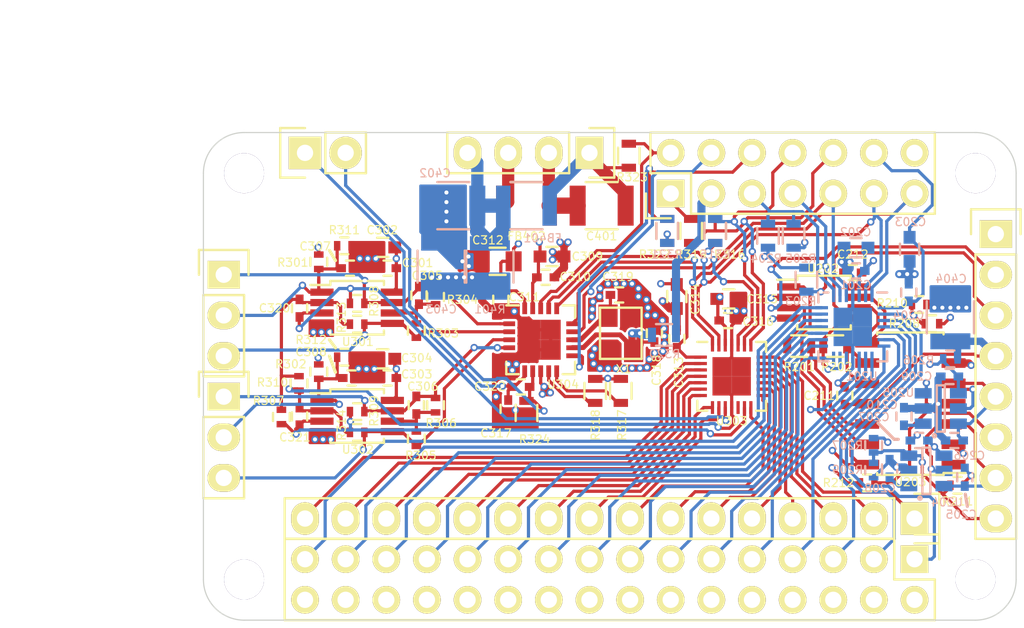
<source format=kicad_pcb>
(kicad_pcb (version 4) (host pcbnew 4.0.1-stable)
  (layers (0 F.Cu signal) (1 In1.Cu signal) (2 In2.Cu signal) (31 B.Cu signal) (34 B.Paste user) (35 F.Paste user) (36 B.SilkS user) (37 F.SilkS user) (38 B.Mask user) (39 F.Mask user) (44 Edge.Cuts user))
  (net 0 "")
  (net 1 /Bias/AVCC)
  (net 2 GNDA)
  (net 3 "Net-(C305-Pad1)")
  (net 4 /Interface/OUT_A+)
  (net 5 "Net-(C306-Pad1)")
  (net 6 /Interface/OUT_B+)
  (net 7 /Bias/DVDD)
  (net 8 GND)
  (net 9 /Measurement/ADC_OSC1)
  (net 10 /Measurement/ADC_OSC2)
  (net 11 /Interface/AVCC_IN)
  (net 12 "Net-(P201-Pad1)")
  (net 13 "Net-(P201-Pad3)")
  (net 14 "Net-(P201-Pad5)")
  (net 15 "Net-(P201-Pad7)")
  (net 16 "Net-(P201-Pad9)")
  (net 17 "Net-(P201-Pad11)")
  (net 18 "Net-(P201-Pad13)")
  (net 19 "Net-(P201-Pad15)")
  (net 20 "Net-(P201-Pad17)")
  (net 21 "Net-(P201-Pad19)")
  (net 22 "Net-(P201-Pad21)")
  (net 23 "Net-(P201-Pad23)")
  (net 24 "Net-(P201-Pad25)")
  (net 25 "Net-(P201-Pad27)")
  (net 26 "Net-(P201-Pad29)")
  (net 27 "Net-(P201-Pad31)")
  (net 28 "Net-(P301-Pad1)")
  (net 29 "Net-(P301-Pad2)")
  (net 30 "Net-(P301-Pad3)")
  (net 31 "Net-(P301-Pad4)")
  (net 32 "Net-(P301-Pad5)")
  (net 33 "Net-(P301-Pad6)")
  (net 34 "Net-(P301-Pad7)")
  (net 35 "Net-(P301-Pad8)")
  (net 36 "Net-(P301-Pad9)")
  (net 37 "Net-(P301-Pad10)")
  (net 38 "Net-(P301-Pad11)")
  (net 39 "Net-(P301-Pad12)")
  (net 40 "Net-(P301-Pad13)")
  (net 41 "Net-(P301-Pad14)")
  (net 42 "Net-(P301-Pad15)")
  (net 43 "Net-(P301-Pad16)")
  (net 44 /Bias/BIAS1)
  (net 45 /Bias/BIAS2)
  (net 46 /Interface/OUT_A-)
  (net 47 /Interface/OUT_B-)
  (net 48 /Interface/ADC_MCLK)
  (net 49 /Interface/AMP_MUX_CS)
  (net 50 /Interface/AMP_MUX_EN)
  (net 51 /Bias/SCLK)
  (net 52 /Interface/ADC_DR_INT)
  (net 53 /Bias/MOSI)
  (net 54 /Interface/ADC_RST)
  (net 55 /Bias/MISO)
  (net 56 /Interface/ADC_CS)
  (net 57 /Bias/MUX_CS)
  (net 58 /Bias/MUX_EN)
  (net 59 /Measurement/COM_B)
  (net 60 /Measurement/COM_A)
  (net 61 "Net-(R317-Pad2)")
  (net 62 "Net-(R318-Pad2)")
  (net 63 "Net-(U201-Pad12)")
  (net 64 "Net-(U303-Pad12)")
  (net 65 /Interface/REF_A)
  (net 66 /Interface/REF_B)
  (net 67 "Net-(C320-Pad2)")
  (net 68 /Bias/VREF1)
  (net 69 /Bias/VREF2)
  (net 70 "Net-(C208-Pad1)")
  (net 71 "Net-(C210-Pad1)")
  (net 72 /Bias/VS_BIAS)
  (net 73 /Bias/VREF1_EN)
  (net 74 /Bias/VREF2_EN)
  (net 75 "Net-(R201-Pad1)")
  (net 76 "Net-(R202-Pad1)")
  (net 77 "Net-(U202-Pad1)")
  (net 78 "Net-(U202-Pad6)")
  (net 79 "Net-(U203-Pad1)")
  (net 80 "Net-(U203-Pad7)")
  (net 81 /Interface/ADC_REF+)
  (net 82 /Interface/ADC_REF-)
  (module Resistors_SMD:R_0603 (layer F.Cu) (at 206.15 83.2 180)
    (fp_text reference R201 (at 0 -1.3 360) (layer F.SilkS) (effects (font (size 0.508 0.508) (thickness 0.0762))))
    (fp_text value R)
    (pad 1 smd rect (at -0.75 0 180) (size 0.5 0.9) (layers F.Cu F.Paste F.Mask) (net 75 "Net-(R201-Pad1)"))
    (pad 2 smd rect (at 0.75 0 180) (size 0.5 0.9) (layers F.Cu F.Paste F.Mask) (net 44 /Bias/BIAS1))
  )
  (module Capacitors_SMD:C_0402 (layer F.Cu) (at 197.1 82.4 90)
    (fp_text reference C318 (at -2.309 0.131 90) (layer F.SilkS) (effects (font (size 0.508 0.508) (thickness 0.0762))))
    (fp_text value ?pF)
    (pad 1 smd rect (at -0.55 0 90) (size 0.6 0.5) (layers F.Cu F.Paste F.Mask) (net 9 /Measurement/ADC_OSC1))
    (pad 2 smd rect (at 0.55 0 90) (size 0.6 0.5) (layers F.Cu F.Paste F.Mask) (net 8 GND))
  )
  (module Resistors_SMD:R_0603 (layer B.Cu) (at 197.7 82.5 180)
    (fp_text reference R320 (at -0.039 -1.193 180) (layer B.SilkS) (effects (font (size 0.508 0.508) (thickness 0.0762)) (justify mirror)))
    (fp_text value 0)
    (pad 1 smd rect (at -0.75 0 180) (size 0.5 0.9) (layers B.Cu B.Paste B.Mask) (net 48 /Interface/ADC_MCLK))
    (pad 2 smd rect (at 0.75 0 180) (size 0.5 0.9) (layers B.Cu B.Paste B.Mask) (net 9 /Measurement/ADC_OSC1))
  )
  (module Capacitors_SMD:C_0402 (layer B.Cu) (at 209.7 78.5 180)
    (fp_text reference C201 (at 0.023 -0.875 360) (layer B.SilkS) (effects (font (size 0.508 0.508) (thickness 0.0762)) (justify mirror)))
    (fp_text value 0.1u)
    (pad 1 smd rect (at -0.55 0 180) (size 0.6 0.5) (layers B.Cu B.Paste B.Mask) (net 1 /Bias/AVCC))
    (pad 2 smd rect (at 0.55 0 180) (size 0.6 0.5) (layers B.Cu B.Paste B.Mask) (net 2 GNDA))
  )
  (module Pin_Headers:Pin_Header_Straight_2x16 (layer F.Cu) (at 213.36 96.52 270)
    (fp_text reference P201 hide)
    (fp_text value BIAS)
    (pad 1 thru_hole rect (at 0 0 270) (size 1.7272 1.7272) (drill 1.016) (layers *.Cu *.Mask F.SilkS) (net 12 "Net-(P201-Pad1)"))
    (pad 2 thru_hole oval (at 2.54 0 270) (size 1.7272 1.7272) (drill 1.016) (layers *.Cu *.Mask F.SilkS) (net 2 GNDA))
    (pad 3 thru_hole oval (at 0 2.54 270) (size 1.7272 1.7272) (drill 1.016) (layers *.Cu *.Mask F.SilkS) (net 13 "Net-(P201-Pad3)"))
    (pad 4 thru_hole oval (at 2.54 2.54 270) (size 1.7272 1.7272) (drill 1.016) (layers *.Cu *.Mask F.SilkS) (net 2 GNDA))
    (pad 5 thru_hole oval (at 0 5.08 270) (size 1.7272 1.7272) (drill 1.016) (layers *.Cu *.Mask F.SilkS) (net 14 "Net-(P201-Pad5)"))
    (pad 6 thru_hole oval (at 2.54 5.08 270) (size 1.7272 1.7272) (drill 1.016) (layers *.Cu *.Mask F.SilkS) (net 2 GNDA))
    (pad 7 thru_hole oval (at 0 7.62 270) (size 1.7272 1.7272) (drill 1.016) (layers *.Cu *.Mask F.SilkS) (net 15 "Net-(P201-Pad7)"))
    (pad 8 thru_hole oval (at 2.54 7.62 270) (size 1.7272 1.7272) (drill 1.016) (layers *.Cu *.Mask F.SilkS) (net 2 GNDA))
    (pad 9 thru_hole oval (at 0 10.16 270) (size 1.7272 1.7272) (drill 1.016) (layers *.Cu *.Mask F.SilkS) (net 16 "Net-(P201-Pad9)"))
    (pad 10 thru_hole oval (at 2.54 10.16 270) (size 1.7272 1.7272) (drill 1.016) (layers *.Cu *.Mask F.SilkS) (net 2 GNDA))
    (pad 11 thru_hole oval (at 0 12.7 270) (size 1.7272 1.7272) (drill 1.016) (layers *.Cu *.Mask F.SilkS) (net 17 "Net-(P201-Pad11)"))
    (pad 12 thru_hole oval (at 2.54 12.7 270) (size 1.7272 1.7272) (drill 1.016) (layers *.Cu *.Mask F.SilkS) (net 2 GNDA))
    (pad 13 thru_hole oval (at 0 15.24 270) (size 1.7272 1.7272) (drill 1.016) (layers *.Cu *.Mask F.SilkS) (net 18 "Net-(P201-Pad13)"))
    (pad 14 thru_hole oval (at 2.54 15.24 270) (size 1.7272 1.7272) (drill 1.016) (layers *.Cu *.Mask F.SilkS) (net 2 GNDA))
    (pad 15 thru_hole oval (at 0 17.78 270) (size 1.7272 1.7272) (drill 1.016) (layers *.Cu *.Mask F.SilkS) (net 19 "Net-(P201-Pad15)"))
    (pad 16 thru_hole oval (at 2.54 17.78 270) (size 1.7272 1.7272) (drill 1.016) (layers *.Cu *.Mask F.SilkS) (net 2 GNDA))
    (pad 17 thru_hole oval (at 0 20.32 270) (size 1.7272 1.7272) (drill 1.016) (layers *.Cu *.Mask F.SilkS) (net 20 "Net-(P201-Pad17)"))
    (pad 18 thru_hole oval (at 2.54 20.32 270) (size 1.7272 1.7272) (drill 1.016) (layers *.Cu *.Mask F.SilkS) (net 2 GNDA))
    (pad 19 thru_hole oval (at 0 22.86 270) (size 1.7272 1.7272) (drill 1.016) (layers *.Cu *.Mask F.SilkS) (net 21 "Net-(P201-Pad19)"))
    (pad 20 thru_hole oval (at 2.54 22.86 270) (size 1.7272 1.7272) (drill 1.016) (layers *.Cu *.Mask F.SilkS) (net 2 GNDA))
    (pad 21 thru_hole oval (at 0 25.4 270) (size 1.7272 1.7272) (drill 1.016) (layers *.Cu *.Mask F.SilkS) (net 22 "Net-(P201-Pad21)"))
    (pad 22 thru_hole oval (at 2.54 25.4 270) (size 1.7272 1.7272) (drill 1.016) (layers *.Cu *.Mask F.SilkS) (net 2 GNDA))
    (pad 23 thru_hole oval (at 0 27.94 270) (size 1.7272 1.7272) (drill 1.016) (layers *.Cu *.Mask F.SilkS) (net 23 "Net-(P201-Pad23)"))
    (pad 24 thru_hole oval (at 2.54 27.94 270) (size 1.7272 1.7272) (drill 1.016) (layers *.Cu *.Mask F.SilkS) (net 2 GNDA))
    (pad 25 thru_hole oval (at 0 30.48 270) (size 1.7272 1.7272) (drill 1.016) (layers *.Cu *.Mask F.SilkS) (net 24 "Net-(P201-Pad25)"))
    (pad 26 thru_hole oval (at 2.54 30.48 270) (size 1.7272 1.7272) (drill 1.016) (layers *.Cu *.Mask F.SilkS) (net 2 GNDA))
    (pad 27 thru_hole oval (at 0 33.02 270) (size 1.7272 1.7272) (drill 1.016) (layers *.Cu *.Mask F.SilkS) (net 25 "Net-(P201-Pad27)"))
    (pad 28 thru_hole oval (at 2.54 33.02 270) (size 1.7272 1.7272) (drill 1.016) (layers *.Cu *.Mask F.SilkS) (net 2 GNDA))
    (pad 29 thru_hole oval (at 0 35.56 270) (size 1.7272 1.7272) (drill 1.016) (layers *.Cu *.Mask F.SilkS) (net 26 "Net-(P201-Pad29)"))
    (pad 30 thru_hole oval (at 2.54 35.56 270) (size 1.7272 1.7272) (drill 1.016) (layers *.Cu *.Mask F.SilkS) (net 2 GNDA))
    (pad 31 thru_hole oval (at 0 38.1 270) (size 1.7272 1.7272) (drill 1.016) (layers *.Cu *.Mask F.SilkS) (net 27 "Net-(P201-Pad31)"))
    (pad 32 thru_hole oval (at 2.54 38.1 270) (size 1.7272 1.7272) (drill 1.016) (layers *.Cu *.Mask F.SilkS) (net 2 GNDA))
  )
  (module Pin_Headers:Pin_Header_Straight_1x16 (layer F.Cu) (at 213.36 93.98 270)
    (fp_text reference P301 hide)
    (fp_text value MEASURE)
    (pad 1 thru_hole rect (at 0 0 270) (size 2.032 1.7272) (drill 1.016) (layers *.Cu *.Mask F.SilkS) (net 28 "Net-(P301-Pad1)"))
    (pad 2 thru_hole oval (at 0 2.54 270) (size 2.032 1.7272) (drill 1.016) (layers *.Cu *.Mask F.SilkS) (net 29 "Net-(P301-Pad2)"))
    (pad 3 thru_hole oval (at 0 5.08 270) (size 2.032 1.7272) (drill 1.016) (layers *.Cu *.Mask F.SilkS) (net 30 "Net-(P301-Pad3)"))
    (pad 4 thru_hole oval (at 0 7.62 270) (size 2.032 1.7272) (drill 1.016) (layers *.Cu *.Mask F.SilkS) (net 31 "Net-(P301-Pad4)"))
    (pad 5 thru_hole oval (at 0 10.16 270) (size 2.032 1.7272) (drill 1.016) (layers *.Cu *.Mask F.SilkS) (net 32 "Net-(P301-Pad5)"))
    (pad 6 thru_hole oval (at 0 12.7 270) (size 2.032 1.7272) (drill 1.016) (layers *.Cu *.Mask F.SilkS) (net 33 "Net-(P301-Pad6)"))
    (pad 7 thru_hole oval (at 0 15.24 270) (size 2.032 1.7272) (drill 1.016) (layers *.Cu *.Mask F.SilkS) (net 34 "Net-(P301-Pad7)"))
    (pad 8 thru_hole oval (at 0 17.78 270) (size 2.032 1.7272) (drill 1.016) (layers *.Cu *.Mask F.SilkS) (net 35 "Net-(P301-Pad8)"))
    (pad 9 thru_hole oval (at 0 20.32 270) (size 2.032 1.7272) (drill 1.016) (layers *.Cu *.Mask F.SilkS) (net 36 "Net-(P301-Pad9)"))
    (pad 10 thru_hole oval (at 0 22.86 270) (size 2.032 1.7272) (drill 1.016) (layers *.Cu *.Mask F.SilkS) (net 37 "Net-(P301-Pad10)"))
    (pad 11 thru_hole oval (at 0 25.4 270) (size 2.032 1.7272) (drill 1.016) (layers *.Cu *.Mask F.SilkS) (net 38 "Net-(P301-Pad11)"))
    (pad 12 thru_hole oval (at 0 27.94 270) (size 2.032 1.7272) (drill 1.016) (layers *.Cu *.Mask F.SilkS) (net 39 "Net-(P301-Pad12)"))
    (pad 13 thru_hole oval (at 0 30.48 270) (size 2.032 1.7272) (drill 1.016) (layers *.Cu *.Mask F.SilkS) (net 40 "Net-(P301-Pad13)"))
    (pad 14 thru_hole oval (at 0 33.02 270) (size 2.032 1.7272) (drill 1.016) (layers *.Cu *.Mask F.SilkS) (net 41 "Net-(P301-Pad14)"))
    (pad 15 thru_hole oval (at 0 35.56 270) (size 2.032 1.7272) (drill 1.016) (layers *.Cu *.Mask F.SilkS) (net 42 "Net-(P301-Pad15)"))
    (pad 16 thru_hole oval (at 0 38.1 270) (size 2.032 1.7272) (drill 1.016) (layers *.Cu *.Mask F.SilkS) (net 43 "Net-(P301-Pad16)"))
  )
  (module Pin_Headers:Pin_Header_Straight_1x04 (layer F.Cu) (at 193.04 71.12 270)
    (fp_text reference P401 hide)
    (fp_text value PWR)
    (pad 1 thru_hole rect (at 0 0 270) (size 2.032 1.7272) (drill 1.016) (layers *.Cu *.Mask F.SilkS) (net 7 /Bias/DVDD))
    (pad 2 thru_hole oval (at 0 2.54 270) (size 2.032 1.7272) (drill 1.016) (layers *.Cu *.Mask F.SilkS) (net 8 GND))
    (pad 3 thru_hole oval (at 0 5.08 270) (size 2.032 1.7272) (drill 1.016) (layers *.Cu *.Mask F.SilkS) (net 2 GNDA))
    (pad 4 thru_hole oval (at 0 7.62 270) (size 2.032 1.7272) (drill 1.016) (layers *.Cu *.Mask F.SilkS) (net 11 /Interface/AVCC_IN))
  )
  (module Pin_Headers:Pin_Header_Straight_2x07 (layer F.Cu) (at 198.12 73.66 90)
    (fp_text reference P406 hide)
    (fp_text value I/O)
    (pad 1 thru_hole rect (at 0 0 90) (size 1.7272 1.7272) (drill 1.016) (layers *.Cu *.Mask F.SilkS) (net 8 GND))
    (pad 2 thru_hole oval (at 2.54 0 90) (size 1.7272 1.7272) (drill 1.016) (layers *.Cu *.Mask F.SilkS) (net 54 /Interface/ADC_RST))
    (pad 3 thru_hole oval (at 0 2.54 90) (size 1.7272 1.7272) (drill 1.016) (layers *.Cu *.Mask F.SilkS) (net 48 /Interface/ADC_MCLK))
    (pad 4 thru_hole oval (at 2.54 2.54 90) (size 1.7272 1.7272) (drill 1.016) (layers *.Cu *.Mask F.SilkS) (net 56 /Interface/ADC_CS))
    (pad 5 thru_hole oval (at 0 5.08 90) (size 1.7272 1.7272) (drill 1.016) (layers *.Cu *.Mask F.SilkS) (net 58 /Bias/MUX_EN))
    (pad 6 thru_hole oval (at 2.54 5.08 90) (size 1.7272 1.7272) (drill 1.016) (layers *.Cu *.Mask F.SilkS) (net 52 /Interface/ADC_DR_INT))
    (pad 7 thru_hole oval (at 0 7.62 90) (size 1.7272 1.7272) (drill 1.016) (layers *.Cu *.Mask F.SilkS) (net 57 /Bias/MUX_CS))
    (pad 8 thru_hole oval (at 2.54 7.62 90) (size 1.7272 1.7272) (drill 1.016) (layers *.Cu *.Mask F.SilkS) (net 49 /Interface/AMP_MUX_CS))
    (pad 9 thru_hole oval (at 0 10.16 90) (size 1.7272 1.7272) (drill 1.016) (layers *.Cu *.Mask F.SilkS) (net 51 /Bias/SCLK))
    (pad 10 thru_hole oval (at 2.54 10.16 90) (size 1.7272 1.7272) (drill 1.016) (layers *.Cu *.Mask F.SilkS) (net 50 /Interface/AMP_MUX_EN))
    (pad 11 thru_hole oval (at 0 12.7 90) (size 1.7272 1.7272) (drill 1.016) (layers *.Cu *.Mask F.SilkS) (net 53 /Bias/MOSI))
    (pad 12 thru_hole oval (at 2.54 12.7 90) (size 1.7272 1.7272) (drill 1.016) (layers *.Cu *.Mask F.SilkS) (net 7 /Bias/DVDD))
    (pad 13 thru_hole oval (at 0 15.24 90) (size 1.7272 1.7272) (drill 1.016) (layers *.Cu *.Mask F.SilkS) (net 55 /Bias/MISO))
    (pad 14 thru_hole oval (at 2.54 15.24 90) (size 1.7272 1.7272) (drill 1.016) (layers *.Cu *.Mask F.SilkS) (net 8 GND))
  )
  (module Housings_DFN_QFN:QFN-28-1EP_4x4mm_Pitch0.4mm (layer B.Cu) (at 209.5 82 180)
    (fp_text reference U201 (at -0.558 -3.09 180) (layer B.SilkS) (effects (font (size 0.508 0.508) (thickness 0.0762)) (justify mirror)))
    (fp_text value MAX14661)
    (pad 1 smd rect (at -1.95 1.2 180) (size 0.8 0.2) (layers B.Cu B.Paste B.Mask) (net 7 /Bias/DVDD))
    (pad 2 smd rect (at -1.95 0.8 180) (size 0.8 0.2) (layers B.Cu B.Paste B.Mask) (net 12 "Net-(P201-Pad1)"))
    (pad 3 smd rect (at -1.95 0.4 180) (size 0.8 0.2) (layers B.Cu B.Paste B.Mask) (net 13 "Net-(P201-Pad3)"))
    (pad 4 smd rect (at -1.95 0 180) (size 0.8 0.2) (layers B.Cu B.Paste B.Mask) (net 14 "Net-(P201-Pad5)"))
    (pad 5 smd rect (at -1.95 -0.4 180) (size 0.8 0.2) (layers B.Cu B.Paste B.Mask) (net 15 "Net-(P201-Pad7)"))
    (pad 6 smd rect (at -1.95 -0.8 180) (size 0.8 0.2) (layers B.Cu B.Paste B.Mask) (net 16 "Net-(P201-Pad9)"))
    (pad 7 smd rect (at -1.95 -1.2 180) (size 0.8 0.2) (layers B.Cu B.Paste B.Mask) (net 17 "Net-(P201-Pad11)"))
    (pad 8 smd rect (at -1.2 -1.95 90) (size 0.8 0.2) (layers B.Cu B.Paste B.Mask) (net 18 "Net-(P201-Pad13)"))
    (pad 9 smd rect (at -0.8 -1.95 90) (size 0.8 0.2) (layers B.Cu B.Paste B.Mask) (net 19 "Net-(P201-Pad15)"))
    (pad 10 smd rect (at -0.4 -1.95 90) (size 0.8 0.2) (layers B.Cu B.Paste B.Mask) (net 44 /Bias/BIAS1))
    (pad 11 smd rect (at 0 -1.95 90) (size 0.8 0.2) (layers B.Cu B.Paste B.Mask) (net 2 GNDA))
    (pad 12 smd rect (at 0.4 -1.95 90) (size 0.8 0.2) (layers B.Cu B.Paste B.Mask) (net 63 "Net-(U201-Pad12)"))
    (pad 13 smd rect (at 0.8 -1.95 90) (size 0.8 0.2) (layers B.Cu B.Paste B.Mask) (net 45 /Bias/BIAS2))
    (pad 14 smd rect (at 1.2 -1.95 90) (size 0.8 0.2) (layers B.Cu B.Paste B.Mask) (net 20 "Net-(P201-Pad17)"))
    (pad 15 smd rect (at 1.95 -1.2 180) (size 0.8 0.2) (layers B.Cu B.Paste B.Mask) (net 21 "Net-(P201-Pad19)"))
    (pad 16 smd rect (at 1.95 -0.8 180) (size 0.8 0.2) (layers B.Cu B.Paste B.Mask) (net 22 "Net-(P201-Pad21)"))
    (pad 17 smd rect (at 1.95 -0.4 180) (size 0.8 0.2) (layers B.Cu B.Paste B.Mask) (net 23 "Net-(P201-Pad23)"))
    (pad 18 smd rect (at 1.95 0 180) (size 0.8 0.2) (layers B.Cu B.Paste B.Mask) (net 24 "Net-(P201-Pad25)"))
    (pad 19 smd rect (at 1.95 0.4 180) (size 0.8 0.2) (layers B.Cu B.Paste B.Mask) (net 25 "Net-(P201-Pad27)"))
    (pad 20 smd rect (at 1.95 0.8 180) (size 0.8 0.2) (layers B.Cu B.Paste B.Mask) (net 26 "Net-(P201-Pad29)"))
    (pad 21 smd rect (at 1.95 1.2 180) (size 0.8 0.2) (layers B.Cu B.Paste B.Mask) (net 27 "Net-(P201-Pad31)"))
    (pad 22 smd rect (at 1.2 1.95 90) (size 0.8 0.2) (layers B.Cu B.Paste B.Mask) (net 58 /Bias/MUX_EN))
    (pad 23 smd rect (at 0.8 1.95 90) (size 0.8 0.2) (layers B.Cu B.Paste B.Mask) (net 57 /Bias/MUX_CS))
    (pad 24 smd rect (at 0.4 1.95 90) (size 0.8 0.2) (layers B.Cu B.Paste B.Mask) (net 51 /Bias/SCLK))
    (pad 25 smd rect (at 0 1.95 90) (size 0.8 0.2) (layers B.Cu B.Paste B.Mask) (net 2 GNDA))
    (pad 26 smd rect (at -0.4 1.95 90) (size 0.8 0.2) (layers B.Cu B.Paste B.Mask) (net 1 /Bias/AVCC))
    (pad 27 smd rect (at -0.8 1.95 90) (size 0.8 0.2) (layers B.Cu B.Paste B.Mask) (net 53 /Bias/MOSI))
    (pad 28 smd rect (at -1.2 1.95 90) (size 0.8 0.2) (layers B.Cu B.Paste B.Mask) (net 55 /Bias/MISO))
    (pad 29 smd rect (at 0.6 -0.6 180) (size 1.2 1.2) (layers B.Cu B.Paste B.Mask) (net 2 GNDA))
    (pad 29 smd rect (at 0.6 0.6 180) (size 1.2 1.2) (layers B.Cu B.Paste B.Mask) (net 2 GNDA))
    (pad 29 smd rect (at -0.6 -0.6 180) (size 1.2 1.2) (layers B.Cu B.Paste B.Mask) (net 2 GNDA))
    (pad 29 smd rect (at -0.6 0.6 180) (size 1.2 1.2) (layers B.Cu B.Paste B.Mask) (net 2 GNDA))
  )
  (module Housings_SSOP:MSOP-8_3x3mm_Pitch0.65mm (layer F.Cu) (at 178.519102 80.804258)
    (fp_text reference U301 (at 0.042898 2.126742) (layer F.SilkS) (effects (font (size 0.508 0.508) (thickness 0.0762))))
    (fp_text value MAX4208)
    (pad 1 smd rect (at -2.2 -0.975) (size 1.45 0.45) (layers F.Cu F.Paste F.Mask) (net 65 /Interface/REF_A))
    (pad 2 smd rect (at -2.2 -0.325) (size 1.45 0.45) (layers F.Cu F.Paste F.Mask) (net 67 "Net-(C320-Pad2)"))
    (pad 3 smd rect (at -2.2 0.325) (size 1.45 0.45) (layers F.Cu F.Paste F.Mask) (net 60 /Measurement/COM_A))
    (pad 4 smd rect (at -2.2 0.975) (size 1.45 0.45) (layers F.Cu F.Paste F.Mask) (net 2 GNDA))
    (pad 5 smd rect (at 2.2 0.975) (size 1.45 0.45) (layers F.Cu F.Paste F.Mask) (net 46 /Interface/OUT_A-))
    (pad 6 smd rect (at 2.2 0.325) (size 1.45 0.45) (layers F.Cu F.Paste F.Mask) (net 3 "Net-(C305-Pad1)"))
    (pad 7 smd rect (at 2.2 -0.325) (size 1.45 0.45) (layers F.Cu F.Paste F.Mask) (net 4 /Interface/OUT_A+))
    (pad 8 smd rect (at 2.2 -0.975) (size 1.45 0.45) (layers F.Cu F.Paste F.Mask) (net 1 /Bias/AVCC))
  )
  (module Housings_SSOP:MSOP-8_3x3mm_Pitch0.65mm (layer F.Cu) (at 178.519102 87.569258)
    (fp_text reference U302 (at 0.042898 2.092742) (layer F.SilkS) (effects (font (size 0.508 0.508) (thickness 0.0762))))
    (fp_text value MAX4209)
    (pad 1 smd rect (at -2.2 -0.975) (size 1.45 0.45) (layers F.Cu F.Paste F.Mask) (net 66 /Interface/REF_B))
    (pad 2 smd rect (at -2.2 -0.325) (size 1.45 0.45) (layers F.Cu F.Paste F.Mask) (net 2 GNDA))
    (pad 3 smd rect (at -2.2 0.325) (size 1.45 0.45) (layers F.Cu F.Paste F.Mask) (net 59 /Measurement/COM_B))
    (pad 4 smd rect (at -2.2 0.975) (size 1.45 0.45) (layers F.Cu F.Paste F.Mask) (net 2 GNDA))
    (pad 5 smd rect (at 2.2 0.975) (size 1.45 0.45) (layers F.Cu F.Paste F.Mask) (net 47 /Interface/OUT_B-))
    (pad 6 smd rect (at 2.2 0.325) (size 1.45 0.45) (layers F.Cu F.Paste F.Mask) (net 5 "Net-(C306-Pad1)"))
    (pad 7 smd rect (at 2.2 -0.325) (size 1.45 0.45) (layers F.Cu F.Paste F.Mask) (net 6 /Interface/OUT_B+))
    (pad 8 smd rect (at 2.2 -0.975) (size 1.45 0.45) (layers F.Cu F.Paste F.Mask) (net 1 /Bias/AVCC))
  )
  (module Housings_DFN_QFN:QFN-28-1EP_4x4mm_Pitch0.4mm (layer F.Cu) (at 201.93 85.09)
    (fp_text reference U303 (at 0 2.794) (layer F.SilkS) (effects (font (size 0.508 0.508) (thickness 0.0762))))
    (fp_text value MAX14661)
    (pad 1 smd rect (at -1.95 -1.2) (size 0.8 0.2) (layers F.Cu F.Paste F.Mask) (net 7 /Bias/DVDD))
    (pad 2 smd rect (at -1.95 -0.8) (size 0.8 0.2) (layers F.Cu F.Paste F.Mask) (net 43 "Net-(P301-Pad16)"))
    (pad 3 smd rect (at -1.95 -0.4) (size 0.8 0.2) (layers F.Cu F.Paste F.Mask) (net 42 "Net-(P301-Pad15)"))
    (pad 4 smd rect (at -1.95 0) (size 0.8 0.2) (layers F.Cu F.Paste F.Mask) (net 41 "Net-(P301-Pad14)"))
    (pad 5 smd rect (at -1.95 0.4) (size 0.8 0.2) (layers F.Cu F.Paste F.Mask) (net 40 "Net-(P301-Pad13)"))
    (pad 6 smd rect (at -1.95 0.8) (size 0.8 0.2) (layers F.Cu F.Paste F.Mask) (net 39 "Net-(P301-Pad12)"))
    (pad 7 smd rect (at -1.95 1.2) (size 0.8 0.2) (layers F.Cu F.Paste F.Mask) (net 38 "Net-(P301-Pad11)"))
    (pad 8 smd rect (at -1.2 1.95 90) (size 0.8 0.2) (layers F.Cu F.Paste F.Mask) (net 37 "Net-(P301-Pad10)"))
    (pad 9 smd rect (at -0.8 1.95 90) (size 0.8 0.2) (layers F.Cu F.Paste F.Mask) (net 36 "Net-(P301-Pad9)"))
    (pad 10 smd rect (at -0.4 1.95 90) (size 0.8 0.2) (layers F.Cu F.Paste F.Mask) (net 60 /Measurement/COM_A))
    (pad 11 smd rect (at 0 1.95 90) (size 0.8 0.2) (layers F.Cu F.Paste F.Mask) (net 2 GNDA))
    (pad 12 smd rect (at 0.4 1.95 90) (size 0.8 0.2) (layers F.Cu F.Paste F.Mask) (net 64 "Net-(U303-Pad12)"))
    (pad 13 smd rect (at 0.8 1.95 90) (size 0.8 0.2) (layers F.Cu F.Paste F.Mask) (net 59 /Measurement/COM_B))
    (pad 14 smd rect (at 1.2 1.95 90) (size 0.8 0.2) (layers F.Cu F.Paste F.Mask) (net 35 "Net-(P301-Pad8)"))
    (pad 15 smd rect (at 1.95 1.2) (size 0.8 0.2) (layers F.Cu F.Paste F.Mask) (net 34 "Net-(P301-Pad7)"))
    (pad 16 smd rect (at 1.95 0.8) (size 0.8 0.2) (layers F.Cu F.Paste F.Mask) (net 33 "Net-(P301-Pad6)"))
    (pad 17 smd rect (at 1.95 0.4) (size 0.8 0.2) (layers F.Cu F.Paste F.Mask) (net 32 "Net-(P301-Pad5)"))
    (pad 18 smd rect (at 1.95 0) (size 0.8 0.2) (layers F.Cu F.Paste F.Mask) (net 31 "Net-(P301-Pad4)"))
    (pad 19 smd rect (at 1.95 -0.4) (size 0.8 0.2) (layers F.Cu F.Paste F.Mask) (net 30 "Net-(P301-Pad3)"))
    (pad 20 smd rect (at 1.95 -0.8) (size 0.8 0.2) (layers F.Cu F.Paste F.Mask) (net 29 "Net-(P301-Pad2)"))
    (pad 21 smd rect (at 1.95 -1.2) (size 0.8 0.2) (layers F.Cu F.Paste F.Mask) (net 28 "Net-(P301-Pad1)"))
    (pad 22 smd rect (at 1.2 -1.95 90) (size 0.8 0.2) (layers F.Cu F.Paste F.Mask) (net 50 /Interface/AMP_MUX_EN))
    (pad 23 smd rect (at 0.8 -1.95 90) (size 0.8 0.2) (layers F.Cu F.Paste F.Mask) (net 49 /Interface/AMP_MUX_CS))
    (pad 24 smd rect (at 0.4 -1.95 90) (size 0.8 0.2) (layers F.Cu F.Paste F.Mask) (net 51 /Bias/SCLK))
    (pad 25 smd rect (at 0 -1.95 90) (size 0.8 0.2) (layers F.Cu F.Paste F.Mask) (net 2 GNDA))
    (pad 26 smd rect (at -0.4 -1.95 90) (size 0.8 0.2) (layers F.Cu F.Paste F.Mask) (net 1 /Bias/AVCC))
    (pad 27 smd rect (at -0.8 -1.95 90) (size 0.8 0.2) (layers F.Cu F.Paste F.Mask) (net 53 /Bias/MOSI))
    (pad 28 smd rect (at -1.2 -1.95 90) (size 0.8 0.2) (layers F.Cu F.Paste F.Mask) (net 55 /Bias/MISO))
    (pad 29 smd rect (at 0.6 0.6) (size 1.2 1.2) (layers F.Cu F.Paste F.Mask) (net 2 GNDA))
    (pad 29 smd rect (at 0.6 -0.6) (size 1.2 1.2) (layers F.Cu F.Paste F.Mask) (net 2 GNDA))
    (pad 29 smd rect (at -0.6 0.6) (size 1.2 1.2) (layers F.Cu F.Paste F.Mask) (net 2 GNDA))
    (pad 29 smd rect (at -0.6 -0.6) (size 1.2 1.2) (layers F.Cu F.Paste F.Mask) (net 2 GNDA))
  )
  (module Housings_DFN_QFN:QFN-20-1EP_4x4mm_Pitch0.5mm (layer F.Cu) (at 189.992 82.804)
    (fp_text reference U304 (at 1.397 2.794) (layer F.SilkS) (effects (font (size 0.508 0.508) (thickness 0.0762))))
    (fp_text value MCP3911A0-E/ML)
    (pad 1 smd rect (at -1.965 -1) (size 0.73 0.3) (layers F.Cu F.Paste F.Mask) (net 4 /Interface/OUT_A+))
    (pad 2 smd rect (at -1.965 -0.5) (size 0.73 0.3) (layers F.Cu F.Paste F.Mask) (net 46 /Interface/OUT_A-))
    (pad 3 smd rect (at -1.965 0) (size 0.73 0.3) (layers F.Cu F.Paste F.Mask) (net 47 /Interface/OUT_B-))
    (pad 4 smd rect (at -1.965 0.5) (size 0.73 0.3) (layers F.Cu F.Paste F.Mask) (net 6 /Interface/OUT_B+))
    (pad 5 smd rect (at -1.965 1) (size 0.73 0.3) (layers F.Cu F.Paste F.Mask) (net 2 GNDA))
    (pad 6 smd rect (at -1 1.965 90) (size 0.73 0.3) (layers F.Cu F.Paste F.Mask) (net 81 /Interface/ADC_REF+))
    (pad 7 smd rect (at -0.5 1.965 90) (size 0.73 0.3) (layers F.Cu F.Paste F.Mask) (net 82 /Interface/ADC_REF-))
    (pad 8 smd rect (at 0 1.965 90) (size 0.73 0.3) (layers F.Cu F.Paste F.Mask) (net 8 GND))
    (pad 9 smd rect (at 0.5 1.965 90) (size 0.73 0.3) (layers F.Cu F.Paste F.Mask) (net 62 "Net-(R318-Pad2)"))
    (pad 10 smd rect (at 1 1.965 90) (size 0.73 0.3) (layers F.Cu F.Paste F.Mask) (net 61 "Net-(R317-Pad2)"))
    (pad 11 smd rect (at 1.965 1) (size 0.73 0.3) (layers F.Cu F.Paste F.Mask) (net 52 /Interface/ADC_DR_INT))
    (pad 12 smd rect (at 1.965 0.5) (size 0.73 0.3) (layers F.Cu F.Paste F.Mask) (net 9 /Measurement/ADC_OSC1))
    (pad 13 smd rect (at 1.965 0) (size 0.73 0.3) (layers F.Cu F.Paste F.Mask) (net 10 /Measurement/ADC_OSC2))
    (pad 14 smd rect (at 1.965 -0.5) (size 0.73 0.3) (layers F.Cu F.Paste F.Mask) (net 56 /Interface/ADC_CS))
    (pad 15 smd rect (at 1.965 -1) (size 0.73 0.3) (layers F.Cu F.Paste F.Mask) (net 51 /Bias/SCLK))
    (pad 16 smd rect (at 1 -1.965 90) (size 0.73 0.3) (layers F.Cu F.Paste F.Mask) (net 55 /Bias/MISO))
    (pad 17 smd rect (at 0.5 -1.965 90) (size 0.73 0.3) (layers F.Cu F.Paste F.Mask) (net 53 /Bias/MOSI))
    (pad 18 smd rect (at 0 -1.965 90) (size 0.73 0.3) (layers F.Cu F.Paste F.Mask) (net 54 /Interface/ADC_RST))
    (pad 19 smd rect (at -0.5 -1.965 90) (size 0.73 0.3) (layers F.Cu F.Paste F.Mask) (net 7 /Bias/DVDD))
    (pad 20 smd rect (at -1 -1.965 90) (size 0.73 0.3) (layers F.Cu F.Paste F.Mask) (net 1 /Bias/AVCC))
    (pad 21 smd rect (at 0.625 0.625) (size 1.25 1.25) (layers F.Cu F.Paste F.Mask) (net 2 GNDA))
    (pad 21 smd rect (at 0.625 -0.625) (size 1.25 1.25) (layers F.Cu F.Paste F.Mask) (net 2 GNDA))
    (pad 21 smd rect (at -0.625 0.625) (size 1.25 1.25) (layers F.Cu F.Paste F.Mask) (net 2 GNDA))
    (pad 21 smd rect (at -0.625 -0.625) (size 1.25 1.25) (layers F.Cu F.Paste F.Mask) (net 2 GNDA))
  )
  (module Capacitors_SMD:C_0402 (layer B.Cu) (at 213 79.85 90)
    (fp_text reference C204 (at -1.43 -0.021 180) (layer B.SilkS) (effects (font (size 0.508 0.508) (thickness 0.0762)) (justify mirror)))
    (fp_text value 0.1u)
    (pad 1 smd rect (at -0.55 0 90) (size 0.6 0.5) (layers B.Cu B.Paste B.Mask) (net 7 /Bias/DVDD))
    (pad 2 smd rect (at 0.55 0 90) (size 0.6 0.5) (layers B.Cu B.Paste B.Mask) (net 8 GND))
  )
  (module Capacitors_SMD:C_0402 (layer F.Cu) (at 180.419102 78.329258 180)
    (fp_text reference C301 (at -1.880898 0.329258 180) (layer F.SilkS) (effects (font (size 0.508 0.508) (thickness 0.0762))))
    (fp_text value 0.1u)
    (pad 1 smd rect (at -0.55 0 180) (size 0.6 0.5) (layers F.Cu F.Paste F.Mask) (net 1 /Bias/AVCC))
    (pad 2 smd rect (at 0.55 0 180) (size 0.6 0.5) (layers F.Cu F.Paste F.Mask) (net 2 GNDA))
  )
  (module Capacitors_SMD:C_0402 (layer F.Cu) (at 180.419102 85.194258 180)
    (fp_text reference C303 (at -1.825898 0.231258 360) (layer F.SilkS) (effects (font (size 0.508 0.508) (thickness 0.0762))))
    (fp_text value 0.1u)
    (pad 1 smd rect (at -0.55 0 180) (size 0.6 0.5) (layers F.Cu F.Paste F.Mask) (net 1 /Bias/AVCC))
    (pad 2 smd rect (at 0.55 0 180) (size 0.6 0.5) (layers F.Cu F.Paste F.Mask) (net 2 GNDA))
  )
  (module Capacitors_SMD:C_0402 (layer F.Cu) (at 178.069102 78.329258)
    (fp_text reference C307 (at -2.174102 -1.367258 180) (layer F.SilkS) (effects (font (size 0.508 0.508) (thickness 0.0762))))
    (fp_text value 0.01u)
    (pad 1 smd rect (at -0.55 0) (size 0.6 0.5) (layers F.Cu F.Paste F.Mask) (net 65 /Interface/REF_A))
    (pad 2 smd rect (at 0.55 0) (size 0.6 0.5) (layers F.Cu F.Paste F.Mask) (net 2 GNDA))
  )
  (module Capacitors_SMD:C_0402 (layer F.Cu) (at 178.169102 85.194258)
    (fp_text reference C308 (at -2.528102 -1.628258 180) (layer F.SilkS) (effects (font (size 0.508 0.508) (thickness 0.0762))))
    (fp_text value 0.01u)
    (pad 1 smd rect (at -0.55 0) (size 0.6 0.5) (layers F.Cu F.Paste F.Mask) (net 66 /Interface/REF_B))
    (pad 2 smd rect (at 0.55 0) (size 0.6 0.5) (layers F.Cu F.Paste F.Mask) (net 2 GNDA))
  )
  (module Capacitors_SMD:C_0402 (layer F.Cu) (at 190.3 78.9)
    (fp_text reference C310 (at 1.851 -0.033 180) (layer F.SilkS) (effects (font (size 0.508 0.508) (thickness 0.0762))))
    (fp_text value 0.1u)
    (pad 1 smd rect (at -0.55 0) (size 0.6 0.5) (layers F.Cu F.Paste F.Mask) (net 7 /Bias/DVDD))
    (pad 2 smd rect (at 0.55 0) (size 0.6 0.5) (layers F.Cu F.Paste F.Mask) (net 8 GND))
  )
  (module Capacitors_SMD:C_0402 (layer F.Cu) (at 187.5 80.3 270)
    (fp_text reference C311 (at -0.163 -1.476 360) (layer F.SilkS) (effects (font (size 0.508 0.508) (thickness 0.0762))))
    (fp_text value 0.1u)
    (pad 1 smd rect (at -0.55 0 270) (size 0.6 0.5) (layers F.Cu F.Paste F.Mask) (net 1 /Bias/AVCC))
    (pad 2 smd rect (at 0.55 0 270) (size 0.6 0.5) (layers F.Cu F.Paste F.Mask) (net 2 GNDA))
  )
  (module Capacitors_SMD:C_0402 (layer F.Cu) (at 198.5 82.75 90)
    (fp_text reference C313 (at -2.086 0.128 90) (layer F.SilkS) (effects (font (size 0.508 0.508) (thickness 0.0762))))
    (fp_text value 0.1u)
    (pad 1 smd rect (at -0.55 0 90) (size 0.6 0.5) (layers F.Cu F.Paste F.Mask) (net 7 /Bias/DVDD))
    (pad 2 smd rect (at 0.55 0 90) (size 0.6 0.5) (layers F.Cu F.Paste F.Mask) (net 8 GND))
  )
  (module Capacitors_SMD:C_0402 (layer F.Cu) (at 201.7 81.6)
    (fp_text reference C316 (at 1.881 0.061 180) (layer F.SilkS) (effects (font (size 0.508 0.508) (thickness 0.0762))))
    (fp_text value 0.1u)
    (pad 1 smd rect (at -0.55 0) (size 0.6 0.5) (layers F.Cu F.Paste F.Mask) (net 1 /Bias/AVCC))
    (pad 2 smd rect (at 0.55 0) (size 0.6 0.5) (layers F.Cu F.Paste F.Mask) (net 2 GNDA))
  )
  (module Capacitors_SMD:C_0402 (layer F.Cu) (at 187.96 87.122 270)
    (fp_text reference C317 (at 1.524 0.762 360) (layer F.SilkS) (effects (font (size 0.508 0.508) (thickness 0.0762))))
    (fp_text value 0.1u)
    (pad 1 smd rect (at -0.55 0 270) (size 0.6 0.5) (layers F.Cu F.Paste F.Mask) (net 81 /Interface/ADC_REF+))
    (pad 2 smd rect (at 0.55 0 270) (size 0.6 0.5) (layers F.Cu F.Paste F.Mask) (net 2 GNDA))
  )
  (module Crystals:crystal_FA238-TSX3225 (layer F.Cu) (at 195 82.4 90)
    (fp_text reference X1 (at -2.2328 0.1736 180) (layer F.SilkS) (effects (font (size 0.508 0.508) (thickness 0.0762))))
    (fp_text value "≤ 20Mz")
    (pad 1 smd rect (at -1.1 0.8 90) (size 1.4 1.2) (layers F.Cu F.Paste F.Mask) (net 9 /Measurement/ADC_OSC1))
    (pad 3 smd rect (at 1.1 0.8 90) (size 1.4 1.2) (layers F.Cu F.Paste F.Mask) (net 8 GND))
    (pad 3 smd rect (at -1.1 -0.8 90) (size 1.4 1.2) (layers F.Cu F.Paste F.Mask) (net 8 GND))
    (pad 2 smd rect (at 1.1 -0.8 90) (size 1.4 1.2) (layers F.Cu F.Paste F.Mask) (net 10 /Measurement/ADC_OSC2))
  )
  (module Capacitors_SMD:C_0603 (layer B.Cu) (at 209.7 77.05 180)
    (fp_text reference C202 (at 0.023 0.977 360) (layer B.SilkS) (effects (font (size 0.508 0.508) (thickness 0.0762)) (justify mirror)))
    (fp_text value 1u)
    (pad 1 smd rect (at -0.75 0 180) (size 0.8 0.75) (layers B.Cu B.Paste B.Mask) (net 1 /Bias/AVCC))
    (pad 2 smd rect (at 0.75 0 180) (size 0.8 0.75) (layers B.Cu B.Paste B.Mask) (net 2 GNDA))
  )
  (module Capacitors_SMD:C_0603 (layer B.Cu) (at 213.05 77.15 270)
    (fp_text reference C203 (at -1.712 -0.056 360) (layer B.SilkS) (effects (font (size 0.508 0.508) (thickness 0.0762)) (justify mirror)))
    (fp_text value 1u)
    (pad 1 smd rect (at -0.75 0 270) (size 0.8 0.75) (layers B.Cu B.Paste B.Mask) (net 7 /Bias/DVDD))
    (pad 2 smd rect (at 0.75 0 270) (size 0.8 0.75) (layers B.Cu B.Paste B.Mask) (net 8 GND))
  )
  (module Capacitors_SMD:C_0603 (layer F.Cu) (at 180.119102 77.029258 180)
    (fp_text reference C302 (at 0.033102 1.083258 180) (layer F.SilkS) (effects (font (size 0.508 0.508) (thickness 0.0762))))
    (fp_text value 1u)
    (pad 1 smd rect (at -0.75 0 180) (size 0.8 0.75) (layers F.Cu F.Paste F.Mask) (net 1 /Bias/AVCC))
    (pad 2 smd rect (at 0.75 0 180) (size 0.8 0.75) (layers F.Cu F.Paste F.Mask) (net 2 GNDA))
  )
  (module Capacitors_SMD:C_0603 (layer F.Cu) (at 180.119102 83.994258 180)
    (fp_text reference C304 (at -2.125898 0.047258 180) (layer F.SilkS) (effects (font (size 0.508 0.508) (thickness 0.0762))))
    (fp_text value 1u)
    (pad 1 smd rect (at -0.75 0 180) (size 0.8 0.75) (layers F.Cu F.Paste F.Mask) (net 1 /Bias/AVCC))
    (pad 2 smd rect (at 0.75 0 180) (size 0.8 0.75) (layers F.Cu F.Paste F.Mask) (net 2 GNDA))
  )
  (module Capacitors_SMD:C_0603 (layer F.Cu) (at 190.7 77.6)
    (fp_text reference C309 (at 2.213 -0.003 180) (layer F.SilkS) (effects (font (size 0.508 0.508) (thickness 0.0762))))
    (fp_text value 1u)
    (pad 1 smd rect (at -0.75 0) (size 0.8 0.75) (layers F.Cu F.Paste F.Mask) (net 7 /Bias/DVDD))
    (pad 2 smd rect (at 0.75 0) (size 0.8 0.75) (layers F.Cu F.Paste F.Mask) (net 8 GND))
  )
  (module Capacitors_SMD:C_0603 (layer F.Cu) (at 198.5 80.1 270)
    (fp_text reference C314 (at 0.164 -1.144 270) (layer F.SilkS) (effects (font (size 0.508 0.508) (thickness 0.0762))))
    (fp_text value 1u)
    (pad 1 smd rect (at -0.75 0 270) (size 0.8 0.75) (layers F.Cu F.Paste F.Mask) (net 7 /Bias/DVDD))
    (pad 2 smd rect (at 0.75 0 270) (size 0.8 0.75) (layers F.Cu F.Paste F.Mask) (net 8 GND))
  )
  (module Capacitors_SMD:C_0603 (layer F.Cu) (at 201.75 80.25)
    (fp_text reference C315 (at 2.085 0.014 180) (layer F.SilkS) (effects (font (size 0.508 0.508) (thickness 0.0762))))
    (fp_text value 1u)
    (pad 1 smd rect (at -0.75 0) (size 0.8 0.75) (layers F.Cu F.Paste F.Mask) (net 1 /Bias/AVCC))
    (pad 2 smd rect (at 0.75 0) (size 0.8 0.75) (layers F.Cu F.Paste F.Mask) (net 2 GNDA))
  )
  (module Capacitors_SMD:C_0402 (layer F.Cu) (at 194.9 80)
    (fp_text reference C319 (at -0.082 -1.133) (layer F.SilkS) (effects (font (size 0.508 0.508) (thickness 0.0762))))
    (fp_text value ?pF)
    (pad 1 smd rect (at -0.55 0) (size 0.6 0.5) (layers F.Cu F.Paste F.Mask) (net 10 /Measurement/ADC_OSC2))
    (pad 2 smd rect (at 0.55 0) (size 0.6 0.5) (layers F.Cu F.Paste F.Mask) (net 8 GND))
  )
  (module Capacitors_SMD:C_1210 (layer B.Cu) (at 184.531 74.422 180)
    (fp_text reference C402 (at 1.143 2.032 360) (layer B.SilkS) (effects (font (size 0.508 0.508) (thickness 0.0762)) (justify mirror)))
    (fp_text value 4.7u)
    (pad 1 smd rect (at -1.5 0 180) (size 1 2.5) (layers B.Cu B.Paste B.Mask) (net 11 /Interface/AVCC_IN))
    (pad 2 smd rect (at 1.5 0 180) (size 1 2.5) (layers B.Cu B.Paste B.Mask) (net 2 GNDA))
  )
  (module Capacitors_SMD:C_1210 (layer B.Cu) (at 183.769 78.232 90)
    (fp_text reference C403 (at -2.667 0 360) (layer B.SilkS) (effects (font (size 0.508 0.508) (thickness 0.0762)) (justify mirror)))
    (fp_text value 22u)
    (pad 1 smd rect (at -1.5 0 90) (size 1 2.5) (layers B.Cu B.Paste B.Mask) (net 1 /Bias/AVCC))
    (pad 2 smd rect (at 1.5 0 90) (size 1 2.5) (layers B.Cu B.Paste B.Mask) (net 2 GNDA))
  )
  (module Resistors_SMD:R_1210 (layer B.Cu) (at 189.103 74.422 180)
    (fp_text reference FB401 (at -1.016 -2.032 360) (layer B.SilkS) (effects (font (size 0.508 0.508) (thickness 0.0762)) (justify mirror)))
    (fp_text value FILTER)
    (pad 1 smd rect (at -1.45 0 180) (size 0.9 2.5) (layers B.Cu B.Paste B.Mask) (net 7 /Bias/DVDD))
    (pad 2 smd rect (at 1.45 0 180) (size 0.9 2.5) (layers B.Cu B.Paste B.Mask) (net 11 /Interface/AVCC_IN))
  )
  (module Resistors_SMD:R_1210 (layer F.Cu) (at 189.103 74.422)
    (fp_text reference FB402 (at 0 1.905) (layer F.SilkS) (effects (font (size 0.508 0.508) (thickness 0.0762))))
    (fp_text value FILTER)
    (pad 1 smd rect (at -1.45 0) (size 0.9 2.5) (layers F.Cu F.Paste F.Mask) (net 2 GNDA))
    (pad 2 smd rect (at 1.45 0) (size 0.9 2.5) (layers F.Cu F.Paste F.Mask) (net 8 GND))
  )
  (module Resistors_SMD:R_0603 (layer B.Cu) (at 206.6 79.05 90)
    (fp_text reference R203 (at -1.341 -0.352 180) (layer B.SilkS) (effects (font (size 0.508 0.508) (thickness 0.0762)) (justify mirror)))
    (fp_text value 100k)
    (pad 1 smd rect (at -0.75 0 90) (size 0.5 0.9) (layers B.Cu B.Paste B.Mask) (net 57 /Bias/MUX_CS))
    (pad 2 smd rect (at 0.75 0 90) (size 0.5 0.9) (layers B.Cu B.Paste B.Mask) (net 7 /Bias/DVDD))
  )
  (module Resistors_SMD:R_0603 (layer B.Cu) (at 204.2 76.3 90)
    (fp_text reference R204 (at -1.424 -0.111 180) (layer B.SilkS) (effects (font (size 0.508 0.508) (thickness 0.0762)) (justify mirror)))
    (fp_text value 100k)
    (pad 1 smd rect (at -0.75 0 90) (size 0.5 0.9) (layers B.Cu B.Paste B.Mask) (net 7 /Bias/DVDD))
    (pad 2 smd rect (at 0.75 0 90) (size 0.5 0.9) (layers B.Cu B.Paste B.Mask) (net 58 /Bias/MUX_EN))
  )
  (module Resistors_SMD:R_0603 (layer B.Cu) (at 205.8 76.3 270)
    (fp_text reference R205 (at 1.424 -0.448 360) (layer B.SilkS) (effects (font (size 0.508 0.508) (thickness 0.0762)) (justify mirror)))
    (fp_text value 100k)
    (pad 1 smd rect (at -0.75 0 270) (size 0.5 0.9) (layers B.Cu B.Paste B.Mask) (net 58 /Bias/MUX_EN))
    (pad 2 smd rect (at 0.75 0 270) (size 0.5 0.9) (layers B.Cu B.Paste B.Mask) (net 8 GND))
  )
  (module Resistors_SMD:R_0603 (layer B.Cu) (at 200.9 76 90)
    (fp_text reference R315 (at -1.47 0.014 360) (layer B.SilkS) (effects (font (size 0.508 0.508) (thickness 0.0762)) (justify mirror)))
    (fp_text value 100k)
    (pad 1 smd rect (at -0.75 0 90) (size 0.5 0.9) (layers B.Cu B.Paste B.Mask) (net 7 /Bias/DVDD))
    (pad 2 smd rect (at 0.75 0 90) (size 0.5 0.9) (layers B.Cu B.Paste B.Mask) (net 49 /Interface/AMP_MUX_CS))
  )
  (module Resistors_SMD:R_0603 (layer F.Cu) (at 200.9 76 90)
    (fp_text reference R316 (at -1.47 0.903 180) (layer F.SilkS) (effects (font (size 0.508 0.508) (thickness 0.0762))))
    (fp_text value 100k)
    (pad 1 smd rect (at -0.75 0 90) (size 0.5 0.9) (layers F.Cu F.Paste F.Mask) (net 7 /Bias/DVDD))
    (pad 2 smd rect (at 0.75 0 90) (size 0.5 0.9) (layers F.Cu F.Paste F.Mask) (net 50 /Interface/AMP_MUX_EN))
  )
  (module Resistors_SMD:R_0603 (layer F.Cu) (at 195 86 270)
    (fp_text reference R317 (at 2.138 -0.072 270) (layer F.SilkS) (effects (font (size 0.508 0.508) (thickness 0.0762))))
    (fp_text value 100k)
    (pad 1 smd rect (at -0.75 0 270) (size 0.5 0.9) (layers F.Cu F.Paste F.Mask) (net 8 GND))
    (pad 2 smd rect (at 0.75 0 270) (size 0.5 0.9) (layers F.Cu F.Paste F.Mask) (net 61 "Net-(R317-Pad2)"))
  )
  (module Resistors_SMD:R_0603 (layer F.Cu) (at 193.4 86 270)
    (fp_text reference R318 (at 2.138 -0.021 270) (layer F.SilkS) (effects (font (size 0.508 0.508) (thickness 0.0762))))
    (fp_text value 100k)
    (pad 1 smd rect (at -0.75 0 270) (size 0.5 0.9) (layers F.Cu F.Paste F.Mask) (net 8 GND))
    (pad 2 smd rect (at 0.75 0 270) (size 0.5 0.9) (layers F.Cu F.Paste F.Mask) (net 62 "Net-(R318-Pad2)"))
  )
  (module Resistors_SMD:R_0603 (layer F.Cu) (at 199.4 76 90)
    (fp_text reference R319 (at -1.47 -0.01 180) (layer F.SilkS) (effects (font (size 0.508 0.508) (thickness 0.0762))))
    (fp_text value 100k)
    (pad 1 smd rect (at -0.75 0 90) (size 0.5 0.9) (layers F.Cu F.Paste F.Mask) (net 50 /Interface/AMP_MUX_EN))
    (pad 2 smd rect (at 0.75 0 90) (size 0.5 0.9) (layers F.Cu F.Paste F.Mask) (net 8 GND))
  )
  (module Resistors_SMD:R_0603 (layer B.Cu) (at 197.9 76 90)
    (fp_text reference R321 (at -1.47 -0.034 180) (layer B.SilkS) (effects (font (size 0.508 0.508) (thickness 0.0762)) (justify mirror)))
    (fp_text value 100k)
    (pad 1 smd rect (at -0.75 0 90) (size 0.5 0.9) (layers B.Cu B.Paste B.Mask) (net 7 /Bias/DVDD))
    (pad 2 smd rect (at 0.75 0 90) (size 0.5 0.9) (layers B.Cu B.Paste B.Mask) (net 56 /Interface/ADC_CS))
  )
  (module Resistors_SMD:R_0603 (layer F.Cu) (at 197.9 76 90)
    (fp_text reference R322 (at -1.47 -0.796 180) (layer F.SilkS) (effects (font (size 0.508 0.508) (thickness 0.0762))))
    (fp_text value 100k)
    (pad 1 smd rect (at -0.75 0 90) (size 0.5 0.9) (layers F.Cu F.Paste F.Mask) (net 7 /Bias/DVDD))
    (pad 2 smd rect (at 0.75 0 90) (size 0.5 0.9) (layers F.Cu F.Paste F.Mask) (net 52 /Interface/ADC_DR_INT))
  )
  (module Resistors_SMD:R_1210 (layer B.Cu) (at 186.817 78.232 90)
    (fp_text reference R401 (at -2.667 0 360) (layer B.SilkS) (effects (font (size 0.508 0.508) (thickness 0.0762)) (justify mirror)))
    (fp_text value 10)
    (pad 1 smd rect (at -1.45 0 90) (size 0.9 2.5) (layers B.Cu B.Paste B.Mask) (net 1 /Bias/AVCC))
    (pad 2 smd rect (at 1.45 0 90) (size 0.9 2.5) (layers B.Cu B.Paste B.Mask) (net 11 /Interface/AVCC_IN))
  )
  (module Capacitors_SMD:C_1210 (layer F.Cu) (at 193.802 74.422 180)
    (fp_text reference C401 (at 0 -1.905 360) (layer F.SilkS) (effects (font (size 0.508 0.508) (thickness 0.0762))))
    (fp_text value 4.7u)
    (pad 1 smd rect (at -1.5 0 180) (size 1 2.5) (layers F.Cu F.Paste F.Mask) (net 7 /Bias/DVDD))
    (pad 2 smd rect (at 1.5 0 180) (size 1 2.5) (layers F.Cu F.Paste F.Mask) (net 8 GND))
  )
  (module Capacitors_SMD:C_0805 (layer F.Cu) (at 187.3 77.9 180)
    (fp_text reference C312 (at 0.61 1.319 360) (layer F.SilkS) (effects (font (size 0.508 0.508) (thickness 0.0762))))
    (fp_text value 4.7u)
    (pad 1 smd rect (at -1 0 180) (size 1 1.25) (layers F.Cu F.Paste F.Mask) (net 1 /Bias/AVCC))
    (pad 2 smd rect (at 1 0 180) (size 1 1.25) (layers F.Cu F.Paste F.Mask) (net 2 GNDA))
  )
  (module Capacitors_SMD:C_0402 (layer F.Cu) (at 182.384102 80.029258 90)
    (fp_text reference C305 (at 1.229258 0.515898 180) (layer F.SilkS) (effects (font (size 0.508 0.508) (thickness 0.0762))))
    (fp_text value 0.01u)
    (pad 1 smd rect (at -0.55 0 90) (size 0.6 0.5) (layers F.Cu F.Paste F.Mask) (net 3 "Net-(C305-Pad1)"))
    (pad 2 smd rect (at 0.55 0 90) (size 0.6 0.5) (layers F.Cu F.Paste F.Mask) (net 4 /Interface/OUT_A+))
  )
  (module Capacitors_SMD:C_0402 (layer F.Cu) (at 182.219102 86.894258 90)
    (fp_text reference C306 (at 1.169258 0.406898 180) (layer F.SilkS) (effects (font (size 0.508 0.508) (thickness 0.0762))))
    (fp_text value 0.01u)
    (pad 1 smd rect (at -0.55 0 90) (size 0.6 0.5) (layers F.Cu F.Paste F.Mask) (net 5 "Net-(C306-Pad1)"))
    (pad 2 smd rect (at 0.55 0 90) (size 0.6 0.5) (layers F.Cu F.Paste F.Mask) (net 6 /Interface/OUT_B+))
  )
  (module Resistors_SMD:R_0402 (layer F.Cu) (at 176.119102 77.929258 270)
    (fp_text reference R301 (at 0.048742 1.621102 360) (layer F.SilkS) (effects (font (size 0.508 0.508) (thickness 0.0762))))
    (fp_text value 6.6M)
    (pad 1 smd rect (at -0.45 0 270) (size 0.4 0.6) (layers F.Cu F.Paste F.Mask) (net 1 /Bias/AVCC))
    (pad 2 smd rect (at 0.45 0 270) (size 0.4 0.6) (layers F.Cu F.Paste F.Mask) (net 65 /Interface/REF_A))
  )
  (module Resistors_SMD:R_0402 (layer F.Cu) (at 176.119102 84.794258 270)
    (fp_text reference R302 (at -0.466258 1.748102 540) (layer F.SilkS) (effects (font (size 0.508 0.508) (thickness 0.0762))))
    (fp_text value 6.6M)
    (pad 1 smd rect (at -0.45 0 270) (size 0.4 0.6) (layers F.Cu F.Paste F.Mask) (net 1 /Bias/AVCC))
    (pad 2 smd rect (at 0.45 0 270) (size 0.4 0.6) (layers F.Cu F.Paste F.Mask) (net 66 /Interface/REF_B))
  )
  (module Resistors_SMD:R_0402 (layer F.Cu) (at 182.219102 82.229258 270)
    (fp_text reference R303 (at 0.170742 -1.680898 360) (layer F.SilkS) (effects (font (size 0.508 0.508) (thickness 0.0762))))
    (fp_text value 1k)
    (pad 1 smd rect (at -0.45 0 270) (size 0.4 0.6) (layers F.Cu F.Paste F.Mask) (net 3 "Net-(C305-Pad1)"))
    (pad 2 smd rect (at 0.45 0 270) (size 0.4 0.6) (layers F.Cu F.Paste F.Mask) (net 46 /Interface/OUT_A-))
  )
  (module Resistors_SMD:R_0402 (layer F.Cu) (at 183.419102 80.129258 90)
    (fp_text reference R304 (at -0.170742 1.680898 180) (layer F.SilkS) (effects (font (size 0.508 0.508) (thickness 0.0762))))
    (fp_text value 0)
    (pad 1 smd rect (at -0.45 0 90) (size 0.4 0.6) (layers F.Cu F.Paste F.Mask) (net 3 "Net-(C305-Pad1)"))
    (pad 2 smd rect (at 0.45 0 90) (size 0.4 0.6) (layers F.Cu F.Paste F.Mask) (net 4 /Interface/OUT_A+))
  )
  (module Resistors_SMD:R_0402 (layer F.Cu) (at 182.219102 88.994258 270)
    (fp_text reference R305 (at 1.048742 -0.279898 360) (layer F.SilkS) (effects (font (size 0.508 0.508) (thickness 0.0762))))
    (fp_text value 1k)
    (pad 1 smd rect (at -0.45 0 270) (size 0.4 0.6) (layers F.Cu F.Paste F.Mask) (net 5 "Net-(C306-Pad1)"))
    (pad 2 smd rect (at 0.45 0 270) (size 0.4 0.6) (layers F.Cu F.Paste F.Mask) (net 47 /Interface/OUT_B-))
  )
  (module Resistors_SMD:R_0402 (layer F.Cu) (at 183.419102 86.894258 90)
    (fp_text reference R306 (at -1.116742 0.349898 180) (layer F.SilkS) (effects (font (size 0.508 0.508) (thickness 0.0762))))
    (fp_text value 99k)
    (pad 1 smd rect (at -0.45 0 90) (size 0.4 0.6) (layers F.Cu F.Paste F.Mask) (net 5 "Net-(C306-Pad1)"))
    (pad 2 smd rect (at 0.45 0 90) (size 0.4 0.6) (layers F.Cu F.Paste F.Mask) (net 6 /Interface/OUT_B+))
  )
  (module Resistors_SMD:R_0402 (layer F.Cu) (at 173.784102 87.629258 270)
    (fp_text reference R307 (at -1.015258 0.810102 360) (layer F.SilkS) (effects (font (size 0.508 0.508) (thickness 0.0762))))
    (fp_text value 0)
    (pad 1 smd rect (at -0.45 0 270) (size 0.4 0.6) (layers F.Cu F.Paste F.Mask) (net 67 "Net-(C320-Pad2)"))
    (pad 2 smd rect (at 0.45 0 270) (size 0.4 0.6) (layers F.Cu F.Paste F.Mask) (net 59 /Measurement/COM_B))
  )
  (module Resistors_SMD:R_0402 (layer F.Cu) (at 178.519102 80.529258)
    (fp_text reference R308 (at 1.058898 -0.138258 90) (layer F.SilkS) (effects (font (size 0.508 0.508) (thickness 0.0762))))
    (fp_text value 0)
    (pad 1 smd rect (at -0.45 0) (size 0.4 0.6) (layers F.Cu F.Paste F.Mask) (net 60 /Measurement/COM_A))
    (pad 2 smd rect (at 0.45 0) (size 0.4 0.6) (layers F.Cu F.Paste F.Mask) (net 4 /Interface/OUT_A+))
  )
  (module Resistors_SMD:R_0402 (layer F.Cu) (at 178.519102 87.294258)
    (fp_text reference R309 (at 1.058898 -0.045258 90) (layer F.SilkS) (effects (font (size 0.508 0.508) (thickness 0.0762))))
    (fp_text value 0)
    (pad 1 smd rect (at -0.45 0) (size 0.4 0.6) (layers F.Cu F.Paste F.Mask) (net 59 /Measurement/COM_B))
    (pad 2 smd rect (at 0.45 0) (size 0.4 0.6) (layers F.Cu F.Paste F.Mask) (net 6 /Interface/OUT_B+))
  )
  (module Resistors_SMD:R_0402 (layer F.Cu) (at 174.884102 85.529258 270)
    (fp_text reference R310 (at -0.058258 1.656102 360) (layer F.SilkS) (effects (font (size 0.508 0.508) (thickness 0.0762))))
    (fp_text value 0)
    (pad 1 smd rect (at -0.45 0 270) (size 0.4 0.6) (layers F.Cu F.Paste F.Mask) (net 67 "Net-(C320-Pad2)"))
    (pad 2 smd rect (at 0.45 0 270) (size 0.4 0.6) (layers F.Cu F.Paste F.Mask) (net 2 GNDA))
  )
  (module Resistors_SMD:R_0402 (layer F.Cu) (at 177.719102 76.929258)
    (fp_text reference R311 (at 0 -0.983258) (layer F.SilkS) (effects (font (size 0.508 0.508) (thickness 0.0762))))
    (fp_text value 1M)
    (pad 1 smd rect (at -0.45 0) (size 0.4 0.6) (layers F.Cu F.Paste F.Mask) (net 65 /Interface/REF_A))
    (pad 2 smd rect (at 0.45 0) (size 0.4 0.6) (layers F.Cu F.Paste F.Mask) (net 2 GNDA))
  )
  (module Resistors_SMD:R_0402 (layer F.Cu) (at 177.719102 83.894258)
    (fp_text reference R312 (at -2.078102 -1.090258) (layer F.SilkS) (effects (font (size 0.508 0.508) (thickness 0.0762))))
    (fp_text value 1M)
    (pad 1 smd rect (at -0.45 0) (size 0.4 0.6) (layers F.Cu F.Paste F.Mask) (net 66 /Interface/REF_B))
    (pad 2 smd rect (at 0.45 0) (size 0.4 0.6) (layers F.Cu F.Paste F.Mask) (net 2 GNDA))
  )
  (module Resistors_SMD:R_0402 (layer F.Cu) (at 178.519102 81.829258)
    (fp_text reference R313 (at -0.973102 -0.422258 90) (layer F.SilkS) (effects (font (size 0.508 0.508) (thickness 0.0762))))
    (fp_text value 0)
    (pad 1 smd rect (at -0.45 0) (size 0.4 0.6) (layers F.Cu F.Paste F.Mask) (net 67 "Net-(C320-Pad2)"))
    (pad 2 smd rect (at 0.45 0) (size 0.4 0.6) (layers F.Cu F.Paste F.Mask) (net 46 /Interface/OUT_A-))
  )
  (module Resistors_SMD:R_0402 (layer F.Cu) (at 178.519102 88.594258)
    (fp_text reference R314 (at -0.973102 -0.456258 90) (layer F.SilkS) (effects (font (size 0.508 0.508) (thickness 0.0762))))
    (fp_text value 0)
    (pad 1 smd rect (at -0.45 0) (size 0.4 0.6) (layers F.Cu F.Paste F.Mask) (net 2 GNDA))
    (pad 2 smd rect (at 0.45 0) (size 0.4 0.6) (layers F.Cu F.Paste F.Mask) (net 47 /Interface/OUT_B-))
  )
  (module Mounting_Holes:MountingHole_2-5mm (layer F.Cu) (at 217.17 72.39)
    (fp_text reference REF** hide)
    (fp_text value MountingHole_2-5mm hide)
    (pad 1 thru_hole circle (at 0 0) (size 2.5 2.5) (drill 2.5) (layers))
  )
  (module Mounting_Holes:MountingHole_2-5mm (layer F.Cu) (at 217.17 97.79)
    (fp_text reference REF** hide)
    (fp_text value MountingHole_2-5mm hide)
    (pad 1 thru_hole circle (at 0 0) (size 2.5 2.5) (drill 2.5) (layers))
  )
  (module Mounting_Holes:MountingHole_2-5mm (layer F.Cu) (at 171.45 97.79)
    (fp_text reference REF** hide)
    (fp_text value MountingHole_2-5mm hide)
    (pad 1 thru_hole circle (at 0 0) (size 2.5 2.5) (drill 2.5) (layers))
  )
  (module Mounting_Holes:MountingHole_2-5mm (layer F.Cu) (at 171.45 72.39)
    (fp_text reference REF** hide)
    (fp_text value MountingHole_2-5mm hide)
    (pad 1 thru_hole circle (at 0 0) (size 2.5 2.5) (drill 2.5) (layers))
  )
  (module Pin_Headers:Pin_Header_Straight_1x03 (layer F.Cu) (at 170.18 78.74)
    (fp_text reference P403 hide)
    (fp_text value OUT_A)
    (pad 1 thru_hole rect (at 0 0) (size 2.032 1.7272) (drill 1.016) (layers *.Cu *.Mask F.SilkS) (net 4 /Interface/OUT_A+))
    (pad 2 thru_hole oval (at 0 2.54) (size 2.032 1.7272) (drill 1.016) (layers *.Cu *.Mask F.SilkS) (net 65 /Interface/REF_A))
    (pad 3 thru_hole oval (at 0 5.08) (size 2.032 1.7272) (drill 1.016) (layers *.Cu *.Mask F.SilkS) (net 46 /Interface/OUT_A-))
  )
  (module Pin_Headers:Pin_Header_Straight_1x03 (layer F.Cu) (at 170.18 86.36)
    (fp_text reference P404 (at 0 -5.1) (layer F.SilkS) (effects (font (size 0.508 0.508) (thickness 0.0762))))
    (fp_text value OUT_B)
    (pad 1 thru_hole rect (at 0 0) (size 2.032 1.7272) (drill 1.016) (layers *.Cu *.Mask F.SilkS) (net 6 /Interface/OUT_B+))
    (pad 2 thru_hole oval (at 0 2.54) (size 2.032 1.7272) (drill 1.016) (layers *.Cu *.Mask F.SilkS) (net 66 /Interface/REF_B))
    (pad 3 thru_hole oval (at 0 5.08) (size 2.032 1.7272) (drill 1.016) (layers *.Cu *.Mask F.SilkS) (net 47 /Interface/OUT_B-))
  )
  (module Resistors_SMD:R_0603 (layer F.Cu) (at 195.5 71.3 270)
    (fp_text reference R323 (at 1.344 -0.207 360) (layer F.SilkS) (effects (font (size 0.508 0.508) (thickness 0.0762))))
    (fp_text value 100k)
    (pad 1 smd rect (at -0.75 0 270) (size 0.5 0.9) (layers F.Cu F.Paste F.Mask) (net 54 /Interface/ADC_RST))
    (pad 2 smd rect (at 0.75 0 270) (size 0.5 0.9) (layers F.Cu F.Paste F.Mask) (net 7 /Bias/DVDD))
  )
  (module Capacitors_SMD:C_0402 (layer F.Cu) (at 174.919102 80.829258 90)
    (fp_text reference C320 (at 0 -1.564102 180) (layer F.SilkS) (effects (font (size 0.508 0.508) (thickness 0.0762))))
    (fp_text value 1000p)
    (pad 1 smd rect (at -0.55 0 90) (size 0.6 0.5) (layers F.Cu F.Paste F.Mask) (net 60 /Measurement/COM_A))
    (pad 2 smd rect (at 0.55 0 90) (size 0.6 0.5) (layers F.Cu F.Paste F.Mask) (net 67 "Net-(C320-Pad2)"))
  )
  (module Capacitors_SMD:C_0402 (layer F.Cu) (at 174.919102 87.594258 90)
    (fp_text reference C321 (at -1.305742 -0.294102 180) (layer F.SilkS) (effects (font (size 0.508 0.508) (thickness 0.0762))))
    (fp_text value 1000p)
    (pad 1 smd rect (at -0.55 0 90) (size 0.6 0.5) (layers F.Cu F.Paste F.Mask) (net 59 /Measurement/COM_B))
    (pad 2 smd rect (at 0.55 0 90) (size 0.6 0.5) (layers F.Cu F.Paste F.Mask) (net 2 GNDA))
  )
  (module Capacitors_SMD:C_0402 (layer B.Cu) (at 216.5 91.4 90)
    (fp_text reference C205 (at -2.326 -0.219 180) (layer B.SilkS) (effects (font (size 0.508 0.508) (thickness 0.0762)) (justify mirror)))
    (fp_text value 0.1u)
    (pad 1 smd rect (at -0.55 0 90) (size 0.6 0.5) (layers B.Cu B.Paste B.Mask) (net 68 /Bias/VREF1))
    (pad 2 smd rect (at 0.55 0 90) (size 0.6 0.5) (layers B.Cu B.Paste B.Mask) (net 2 GNDA))
  )
  (module Capacitors_SMD:C_0402 (layer B.Cu) (at 215.85 89.1 180)
    (fp_text reference C206 (at -0.939 -0.943 180) (layer B.SilkS) (effects (font (size 0.508 0.508) (thickness 0.0762)) (justify mirror)))
    (fp_text value 0.1u)
    (pad 1 smd rect (at -0.55 0 180) (size 0.6 0.5) (layers B.Cu B.Paste B.Mask) (net 69 /Bias/VREF2))
    (pad 2 smd rect (at 0.55 0 180) (size 0.6 0.5) (layers B.Cu B.Paste B.Mask) (net 2 GNDA))
  )
  (module Capacitors_SMD:C_0402 (layer B.Cu) (at 213.65 89.1 180)
    (fp_text reference C207 (at 2.83 1.47 180) (layer B.SilkS) (effects (font (size 0.508 0.508) (thickness 0.0762)) (justify mirror)))
    (fp_text value 0.1u)
    (pad 1 smd rect (at -0.55 0 180) (size 0.6 0.5) (layers B.Cu B.Paste B.Mask) (net 1 /Bias/AVCC))
    (pad 2 smd rect (at 0.55 0 180) (size 0.6 0.5) (layers B.Cu B.Paste B.Mask) (net 2 GNDA))
  )
  (module Capacitors_SMD:C_0402 (layer B.Cu) (at 211.8 90.85 90)
    (fp_text reference C208 (at -1.225 -0.599 180) (layer B.SilkS) (effects (font (size 0.508 0.508) (thickness 0.0762)) (justify mirror)))
    (fp_text value 0.1u)
    (pad 1 smd rect (at -0.55 0 90) (size 0.6 0.5) (layers B.Cu B.Paste B.Mask) (net 70 "Net-(C208-Pad1)"))
    (pad 2 smd rect (at 0.55 0 90) (size 0.6 0.5) (layers B.Cu B.Paste B.Mask) (net 2 GNDA))
  )
  (module Capacitors_SMD:C_0402 (layer B.Cu) (at 215.55 85.1 180)
    (fp_text reference C209 (at 2.063 0.01 180) (layer B.SilkS) (effects (font (size 0.508 0.508) (thickness 0.0762)) (justify mirror)))
    (fp_text value 0.1u)
    (pad 1 smd rect (at -0.55 0 180) (size 0.6 0.5) (layers B.Cu B.Paste B.Mask) (net 1 /Bias/AVCC))
    (pad 2 smd rect (at 0.55 0 180) (size 0.6 0.5) (layers B.Cu B.Paste B.Mask) (net 2 GNDA))
  )
  (module Capacitors_SMD:C_0402 (layer B.Cu) (at 212.7 87.6 90)
    (fp_text reference C210 (at 0.732 -1.372 180) (layer B.SilkS) (effects (font (size 0.508 0.508) (thickness 0.0762)) (justify mirror)))
    (fp_text value 0.1u)
    (pad 1 smd rect (at -0.55 0 90) (size 0.6 0.5) (layers B.Cu B.Paste B.Mask) (net 71 "Net-(C210-Pad1)"))
    (pad 2 smd rect (at 0.55 0 90) (size 0.6 0.5) (layers B.Cu B.Paste B.Mask) (net 2 GNDA))
  )
  (module Capacitors_SMD:C_0402 (layer F.Cu) (at 209 86.3 90)
    (fp_text reference C211 (at 0 -1.6 180) (layer F.SilkS) (effects (font (size 0.508 0.508) (thickness 0.0762))))
    (fp_text value 0.1u)
    (pad 1 smd rect (at -0.55 0 90) (size 0.6 0.5) (layers F.Cu F.Paste F.Mask) (net 72 /Bias/VS_BIAS))
    (pad 2 smd rect (at 0.55 0 90) (size 0.6 0.5) (layers F.Cu F.Paste F.Mask) (net 2 GNDA))
  )
  (module Capacitors_SMD:C_1210 (layer B.Cu) (at 215.6 81.4 90)
    (fp_text reference C404 (at 2.406 0.046 180) (layer B.SilkS) (effects (font (size 0.508 0.508) (thickness 0.0762)) (justify mirror)))
    (fp_text value 10u)
    (pad 1 smd rect (at -1.5 0 90) (size 1 2.5) (layers B.Cu B.Paste B.Mask) (net 72 /Bias/VS_BIAS))
    (pad 2 smd rect (at 1.5 0 90) (size 1 2.5) (layers B.Cu B.Paste B.Mask) (net 2 GNDA))
  )
  (module Resistors_SMD:R_0603 (layer F.Cu) (at 208.4 83.2 180)
    (fp_text reference R202 (at -0.1 -1.3 360) (layer F.SilkS) (effects (font (size 0.508 0.508) (thickness 0.0762))))
    (fp_text value R)
    (pad 1 smd rect (at -0.75 0 180) (size 0.5 0.9) (layers F.Cu F.Paste F.Mask) (net 76 "Net-(R202-Pad1)"))
    (pad 2 smd rect (at 0.75 0 180) (size 0.5 0.9) (layers F.Cu F.Paste F.Mask) (net 45 /Bias/BIAS2))
  )
  (module Resistors_SMD:R_0402 (layer B.Cu) (at 215.6 84 180)
    (fp_text reference R206 (at 1.986 -0.074 180) (layer B.SilkS) (effects (font (size 0.508 0.508) (thickness 0.0762)) (justify mirror)))
    (fp_text value 0)
    (pad 1 smd rect (at -0.45 0 180) (size 0.4 0.6) (layers B.Cu B.Paste B.Mask) (net 72 /Bias/VS_BIAS))
    (pad 2 smd rect (at 0.45 0 180) (size 0.4 0.6) (layers B.Cu B.Paste B.Mask) (net 1 /Bias/AVCC))
  )
  (module Resistors_SMD:R_0402 (layer B.Cu) (at 210.8 89.4 90)
    (fp_text reference R207 (at -0.008 -1.631 180) (layer B.SilkS) (effects (font (size 0.508 0.508) (thickness 0.0762)) (justify mirror)))
    (fp_text value 0)
    (pad 1 smd rect (at -0.45 0 90) (size 0.4 0.6) (layers B.Cu B.Paste B.Mask) (net 73 /Bias/VREF1_EN))
    (pad 2 smd rect (at 0.45 0 90) (size 0.4 0.6) (layers B.Cu B.Paste B.Mask) (net 1 /Bias/AVCC))
  )
  (module Resistors_SMD:R_0402 (layer F.Cu) (at 214.45 81.8)
    (fp_text reference R208 (at -1.725 -0.012) (layer F.SilkS) (effects (font (size 0.508 0.508) (thickness 0.0762))))
    (fp_text value 0)
    (pad 1 smd rect (at -0.45 0) (size 0.4 0.6) (layers F.Cu F.Paste F.Mask) (net 74 /Bias/VREF2_EN))
    (pad 2 smd rect (at 0.45 0) (size 0.4 0.6) (layers F.Cu F.Paste F.Mask) (net 1 /Bias/AVCC))
  )
  (module Resistors_SMD:R_0402 (layer B.Cu) (at 210.8 90.95 90)
    (fp_text reference R209 (at 0.018 -1.631 180) (layer B.SilkS) (effects (font (size 0.508 0.508) (thickness 0.0762)) (justify mirror)))
    (fp_text value 100k)
    (pad 1 smd rect (at -0.45 0 90) (size 0.4 0.6) (layers B.Cu B.Paste B.Mask) (net 2 GNDA))
    (pad 2 smd rect (at 0.45 0 90) (size 0.4 0.6) (layers B.Cu B.Paste B.Mask) (net 73 /Bias/VREF1_EN))
  )
  (module Resistors_SMD:R_0402 (layer F.Cu) (at 213.65 80.6 180)
    (fp_text reference R210 (at 1.687 0.082 180) (layer F.SilkS) (effects (font (size 0.508 0.508) (thickness 0.0762))))
    (fp_text value 100k)
    (pad 1 smd rect (at -0.45 0 180) (size 0.4 0.6) (layers F.Cu F.Paste F.Mask) (net 2 GNDA))
    (pad 2 smd rect (at 0.45 0 180) (size 0.4 0.6) (layers F.Cu F.Paste F.Mask) (net 74 /Bias/VREF2_EN))
  )
  (module Housings_SSOP:MSOP-8_3x3mm_Pitch0.65mm (layer F.Cu) (at 207.7 80.475)
    (fp_text reference U202 (at -0.055 -2.116) (layer F.SilkS) (effects (font (size 0.508 0.508) (thickness 0.0762))))
    (fp_text value AD8607)
    (pad 1 smd rect (at -2.2 -0.975) (size 1.45 0.45) (layers F.Cu F.Paste F.Mask) (net 77 "Net-(U202-Pad1)"))
    (pad 2 smd rect (at -2.2 -0.325) (size 1.45 0.45) (layers F.Cu F.Paste F.Mask) (net 77 "Net-(U202-Pad1)"))
    (pad 3 smd rect (at -2.2 0.325) (size 1.45 0.45) (layers F.Cu F.Paste F.Mask) (net 44 /Bias/BIAS1))
    (pad 4 smd rect (at -2.2 0.975) (size 1.45 0.45) (layers F.Cu F.Paste F.Mask) (net 2 GNDA))
    (pad 5 smd rect (at 2.2 0.975) (size 1.45 0.45) (layers F.Cu F.Paste F.Mask) (net 45 /Bias/BIAS2))
    (pad 6 smd rect (at 2.2 0.325) (size 1.45 0.45) (layers F.Cu F.Paste F.Mask) (net 78 "Net-(U202-Pad6)"))
    (pad 7 smd rect (at 2.2 -0.325) (size 1.45 0.45) (layers F.Cu F.Paste F.Mask) (net 78 "Net-(U202-Pad6)"))
    (pad 8 smd rect (at 2.2 -0.975) (size 1.45 0.45) (layers F.Cu F.Paste F.Mask) (net 1 /Bias/AVCC))
  )
  (module Housings_SOIC:SOIC-14_3.9x8.7mm_Pitch1.27mm (layer F.Cu) (at 213.1 86.8 180)
    (fp_text reference U203 (at -0.006 -4.894 360) (layer F.SilkS) (effects (font (size 0.508 0.508) (thickness 0.0762))))
    (fp_text value AD8277)
    (pad 1 smd rect (at -2.7 -3.81 180) (size 1.5 0.6) (layers F.Cu F.Paste F.Mask) (net 79 "Net-(U203-Pad1)"))
    (pad 2 smd rect (at -2.7 -2.54 180) (size 1.5 0.6) (layers F.Cu F.Paste F.Mask) (net 2 GNDA))
    (pad 3 smd rect (at -2.7 -1.27 180) (size 1.5 0.6) (layers F.Cu F.Paste F.Mask) (net 68 /Bias/VREF1))
    (pad 4 smd rect (at -2.7 0 180) (size 1.5 0.6) (layers F.Cu F.Paste F.Mask) (net 2 GNDA))
    (pad 5 smd rect (at -2.7 1.27 180) (size 1.5 0.6) (layers F.Cu F.Paste F.Mask) (net 69 /Bias/VREF2))
    (pad 6 smd rect (at -2.7 2.54 180) (size 1.5 0.6) (layers F.Cu F.Paste F.Mask) (net 2 GNDA))
    (pad 7 smd rect (at -2.7 3.81 180) (size 1.5 0.6) (layers F.Cu F.Paste F.Mask) (net 80 "Net-(U203-Pad7)"))
    (pad 8 smd rect (at 2.7 3.81 180) (size 1.5 0.6) (layers F.Cu F.Paste F.Mask) (net 78 "Net-(U202-Pad6)"))
    (pad 9 smd rect (at 2.7 2.54 180) (size 1.5 0.6) (layers F.Cu F.Paste F.Mask) (net 76 "Net-(R202-Pad1)"))
    (pad 10 smd rect (at 2.7 1.27 180) (size 1.5 0.6) (layers F.Cu F.Paste F.Mask) (net 76 "Net-(R202-Pad1)"))
    (pad 11 smd rect (at 2.7 0 180) (size 1.5 0.6) (layers F.Cu F.Paste F.Mask) (net 72 /Bias/VS_BIAS))
    (pad 12 smd rect (at 2.7 -1.27 180) (size 1.5 0.6) (layers F.Cu F.Paste F.Mask) (net 75 "Net-(R201-Pad1)"))
    (pad 13 smd rect (at 2.7 -2.54 180) (size 1.5 0.6) (layers F.Cu F.Paste F.Mask) (net 75 "Net-(R201-Pad1)"))
    (pad 14 smd rect (at 2.7 -3.81 180) (size 1.5 0.6) (layers F.Cu F.Paste F.Mask) (net 77 "Net-(U202-Pad1)"))
  )
  (module TO_SOT_Packages_SMD:SOT-23-6 (layer B.Cu) (at 214.1 91)
    (fp_text reference U204 (at 1.292 1.964) (layer B.SilkS) (effects (font (size 0.508 0.508) (thickness 0.0762)) (justify mirror)))
    (fp_text value MAX6070)
    (pad 1 smd rect (at -1.1 0.95) (size 1.06 0.65) (layers B.Cu B.Paste B.Mask) (net 70 "Net-(C208-Pad1)"))
    (pad 2 smd rect (at -1.1 0) (size 1.06 0.65) (layers B.Cu B.Paste B.Mask) (net 2 GNDA))
    (pad 3 smd rect (at -1.1 -0.95) (size 1.06 0.65) (layers B.Cu B.Paste B.Mask) (net 73 /Bias/VREF1_EN))
    (pad 4 smd rect (at 1.1 -0.95) (size 1.06 0.65) (layers B.Cu B.Paste B.Mask) (net 1 /Bias/AVCC))
    (pad 6 smd rect (at 1.1 0.95) (size 1.06 0.65) (layers B.Cu B.Paste B.Mask) (net 68 /Bias/VREF1))
    (pad 5 smd rect (at 1.1 0) (size 1.06 0.65) (layers B.Cu B.Paste B.Mask) (net 68 /Bias/VREF1))
  )
  (module TO_SOT_Packages_SMD:SOT-23-6 (layer B.Cu) (at 215 87.1)
    (fp_text reference U205 (at -2.656 -0.994) (layer B.SilkS) (effects (font (size 0.508 0.508) (thickness 0.0762)) (justify mirror)))
    (fp_text value MAX6070)
    (pad 1 smd rect (at -1.1 0.95) (size 1.06 0.65) (layers B.Cu B.Paste B.Mask) (net 71 "Net-(C210-Pad1)"))
    (pad 2 smd rect (at -1.1 0) (size 1.06 0.65) (layers B.Cu B.Paste B.Mask) (net 2 GNDA))
    (pad 3 smd rect (at -1.1 -0.95) (size 1.06 0.65) (layers B.Cu B.Paste B.Mask) (net 74 /Bias/VREF2_EN))
    (pad 4 smd rect (at 1.1 -0.95) (size 1.06 0.65) (layers B.Cu B.Paste B.Mask) (net 1 /Bias/AVCC))
    (pad 6 smd rect (at 1.1 0.95) (size 1.06 0.65) (layers B.Cu B.Paste B.Mask) (net 69 /Bias/VREF2))
    (pad 5 smd rect (at 1.1 0) (size 1.06 0.65) (layers B.Cu B.Paste B.Mask) (net 69 /Bias/VREF2))
  )
  (module Pin_Headers:Pin_Header_Straight_1x08 (layer F.Cu) (at 218.44 76.2)
    (fp_text reference P402 hide)
    (fp_text value BIAS)
    (pad 1 thru_hole rect (at 0 0) (size 2.032 1.7272) (drill 1.016) (layers *.Cu *.Mask F.SilkS) (net 2 GNDA))
    (pad 2 thru_hole oval (at 0 2.54) (size 2.032 1.7272) (drill 1.016) (layers *.Cu *.Mask F.SilkS) (net 44 /Bias/BIAS1))
    (pad 3 thru_hole oval (at 0 5.08) (size 2.032 1.7272) (drill 1.016) (layers *.Cu *.Mask F.SilkS) (net 45 /Bias/BIAS2))
    (pad 4 thru_hole oval (at 0 7.62) (size 2.032 1.7272) (drill 1.016) (layers *.Cu *.Mask F.SilkS) (net 72 /Bias/VS_BIAS))
    (pad 5 thru_hole oval (at 0 10.16) (size 2.032 1.7272) (drill 1.016) (layers *.Cu *.Mask F.SilkS) (net 69 /Bias/VREF2))
    (pad 6 thru_hole oval (at 0 12.7) (size 2.032 1.7272) (drill 1.016) (layers *.Cu *.Mask F.SilkS) (net 74 /Bias/VREF2_EN))
    (pad 7 thru_hole oval (at 0 15.24) (size 2.032 1.7272) (drill 1.016) (layers *.Cu *.Mask F.SilkS) (net 68 /Bias/VREF1))
    (pad 8 thru_hole oval (at 0 17.78) (size 2.032 1.7272) (drill 1.016) (layers *.Cu *.Mask F.SilkS) (net 73 /Bias/VREF1_EN))
  )
  (module Capacitors_SMD:C_0402 (layer F.Cu) (at 209.5 78.6 180)
    (fp_text reference C212 (at 0 1.13 180) (layer F.SilkS) (effects (font (size 0.508 0.508) (thickness 0.0762))))
    (fp_text value 0.1u)
    (pad 1 smd rect (at -0.55 0 180) (size 0.6 0.5) (layers F.Cu F.Paste F.Mask) (net 1 /Bias/AVCC))
    (pad 2 smd rect (at 0.55 0 180) (size 0.6 0.5) (layers F.Cu F.Paste F.Mask) (net 2 GNDA))
  )
  (module Resistors_SMD:R_0402 (layer F.Cu) (at 216.05 91.9)
    (fp_text reference R211 (at 0 1) (layer F.SilkS) (effects (font (size 0.508 0.508) (thickness 0.0762))))
    (fp_text value 100k)
    (pad 1 smd rect (at -0.45 0) (size 0.4 0.6) (layers F.Cu F.Paste F.Mask) (net 73 /Bias/VREF1_EN))
    (pad 2 smd rect (at 0.45 0) (size 0.4 0.6) (layers F.Cu F.Paste F.Mask) (net 2 GNDA))
  )
  (module Resistors_SMD:R_0402 (layer F.Cu) (at 210.4 91.75 180)
    (fp_text reference R212 (at 1.8 0 180) (layer F.SilkS) (effects (font (size 0.508 0.508) (thickness 0.0762))))
    (fp_text value 100k)
    (pad 1 smd rect (at -0.45 0 180) (size 0.4 0.6) (layers F.Cu F.Paste F.Mask) (net 74 /Bias/VREF2_EN))
    (pad 2 smd rect (at 0.45 0 180) (size 0.4 0.6) (layers F.Cu F.Paste F.Mask) (net 2 GNDA))
  )
  (module Pin_Headers:Pin_Header_Straight_1x02 (layer F.Cu) (at 175.26 71.12 90)
    (fp_text reference P405 hide)
    (fp_text value ADC_REF)
    (pad 1 thru_hole rect (at 0 0 90) (size 2.032 2.032) (drill 1.016) (layers *.Cu *.Mask F.SilkS) (net 81 /Interface/ADC_REF+))
    (pad 2 thru_hole oval (at 0 2.54 90) (size 2.032 2.032) (drill 1.016) (layers *.Cu *.Mask F.SilkS) (net 82 /Interface/ADC_REF-))
  )
  (module Resistors_SMD:R_0603 (layer F.Cu) (at 189.103 87.376 90)
    (fp_text reference R324 (at -1.651 0.508 180) (layer F.SilkS) (effects (font (size 0.508 0.508) (thickness 0.0762))))
    (fp_text value 0)
    (pad 1 smd rect (at -0.75 0 90) (size 0.5 0.9) (layers F.Cu F.Paste F.Mask) (net 2 GNDA))
    (pad 2 smd rect (at 0.75 0 90) (size 0.5 0.9) (layers F.Cu F.Paste F.Mask) (net 82 /Interface/ADC_REF-))
  )
  (module Capacitors_SMD:C_0402 (layer F.Cu) (at 188.75 85.75)
    (fp_text reference C322 (at -1.933 -0.025) (layer F.SilkS) (effects (font (size 0.508 0.508) (thickness 0.0762))))
    (fp_text value 0.1u)
    (pad 1 smd rect (at -0.55 0) (size 0.6 0.5) (layers F.Cu F.Paste F.Mask) (net 81 /Interface/ADC_REF+))
    (pad 2 smd rect (at 0.55 0) (size 0.6 0.5) (layers F.Cu F.Paste F.Mask) (net 82 /Interface/ADC_REF-))
  )
  (gr_line (start 216.662 93.218) (end 216.535 92.456) (layer B.SilkS) (width 0.2))
  (gr_line (start 176.784 77.216) (end 177.165 77.851) (layer F.SilkS) (width 0.2))
  (gr_line (start 176.784 82.804) (end 177.165 83.312) (layer F.SilkS) (width 0.2))
  (gr_line (start 176.784 83.82) (end 177.165 84.836) (layer F.SilkS) (width 0.2))
  (gr_line (start 212.09 89.027) (end 212.344 89.027) (layer B.SilkS) (width 0.2))
  (gr_line (start 211.074 88.011) (end 212.09 89.027) (layer B.SilkS) (width 0.2))
  (gr_arc (start 171.45 97.79) (end 171.45 100.33) (angle 90) (layer Edge.Cuts) (width 0.0762))
  (gr_line (start 217.17 100.33) (end 171.45 100.33) (layer Edge.Cuts) (width 0.0762))
  (gr_line (start 168.91 72.39) (end 168.91 97.79) (layer Edge.Cuts) (width 0.0762))
  (gr_arc (start 171.45 72.39) (end 168.91 72.39) (angle 90) (layer Edge.Cuts) (width 0.0762))
  (gr_arc (start 217.17 97.79) (end 219.71 97.79) (angle 90) (layer Edge.Cuts) (width 0.0762))
  (gr_arc (start 217.17 72.39) (end 217.17 69.85) (angle 90) (layer Edge.Cuts) (width 0.0762))
  (gr_line (start 219.71 72.39) (end 219.71 97.79) (layer Edge.Cuts) (width 0.0762))
  (gr_line (start 171.45 69.85) (end 217.17 69.85) (layer Edge.Cuts) (width 0.0762))
  (segment (start 211.461325 88.97985) (end 211.689924 89.208449) (width 0.2) (layer B.Cu) (net 1))
  (segment (start 210.8 88.95) (end 211.431475 88.95) (width 0.2) (layer B.Cu) (net 1))
  (segment (start 211.431475 88.95) (end 211.461325 88.97985) (width 0.2) (layer B.Cu) (net 1))
  (via (at 211.689924 89.208449) (size 0.4572) (drill 0.254) (layers F.Cu B.Cu) (net 1))
  (segment (start 210.25 78.5) (end 210.25 78.393553) (width 0.2) (layer B.Cu) (net 1))
  (segment (start 210.25 78.393553) (end 210.78973 77.853823) (width 0.2) (layer B.Cu) (net 1))
  (segment (start 210.05 78.6) (end 210.05 78.593553) (width 0.2) (layer F.Cu) (net 1))
  (segment (start 210.05 78.593553) (end 210.78973 77.853823) (width 0.2) (layer F.Cu) (net 1))
  (via (at 210.78973 77.853823) (size 0.4572) (drill 0.254) (layers F.Cu B.Cu) (net 1))
  (segment (start 209.9 79.5) (end 209.9 78.75) (width 0.2) (layer F.Cu) (net 1))
  (segment (start 209.9 78.75) (end 210.05 78.6) (width 0.2) (layer F.Cu) (net 1))
  (via (at 214.32377 84.336508) (size 0.4572) (drill 0.254) (layers F.Cu B.Cu) (net 1))
  (segment (start 215.15 84) (end 214.819514 84.330486) (width 0.2) (layer B.Cu) (net 1))
  (segment (start 214.819514 84.330486) (end 214.329792 84.330486) (width 0.2) (layer B.Cu) (net 1))
  (segment (start 214.329792 84.330486) (end 214.32377 84.336508) (width 0.2) (layer B.Cu) (net 1))
  (segment (start 183.7 78.9) (end 183.2 78.9) (width 0.2) (layer B.Cu) (net 1))
  (via (at 183.2 78.9) (size 0.4572) (drill 0.254) (layers F.Cu B.Cu) (net 1))
  (segment (start 184.2 78.9) (end 183.7 78.9) (width 0.2) (layer B.Cu) (net 1))
  (via (at 183.7 78.9) (size 0.4572) (drill 0.254) (layers F.Cu B.Cu) (net 1))
  (segment (start 184.7 78.9) (end 184.2 78.9) (width 0.2) (layer B.Cu) (net 1))
  (via (at 184.2 78.9) (size 0.4572) (drill 0.254) (layers F.Cu B.Cu) (net 1))
  (segment (start 185.2 78.9) (end 185.7 78.9) (width 0.2) (layer B.Cu) (net 1))
  (via (at 185.7 78.9) (size 0.4572) (drill 0.254) (layers F.Cu B.Cu) (net 1))
  (segment (start 184.7 78.9) (end 185.2 78.9) (width 0.2) (layer B.Cu) (net 1))
  (via (at 185.2 78.9) (size 0.4572) (drill 0.254) (layers F.Cu B.Cu) (net 1))
  (segment (start 183.769 79.732) (end 183.868 79.732) (width 0.2) (layer B.Cu) (net 1))
  (segment (start 183.868 79.732) (end 184.7 78.9) (width 0.2) (layer B.Cu) (net 1))
  (via (at 184.7 78.9) (size 0.4572) (drill 0.254) (layers F.Cu B.Cu) (net 1))
  (segment (start 176.119102 77.479258) (end 176.119102 77.064258) (width 0.2) (layer F.Cu) (net 1))
  (segment (start 176.119102 77.064258) (end 176.084102 77.029258) (width 0.2) (layer F.Cu) (net 1))
  (via (at 176.084102 77.029258) (size 0.4572) (drill 0.254) (layers F.Cu B.Cu) (net 1))
  (segment (start 180.969102 77.729258) (end 180.969102 77.129258) (width 0.2) (layer F.Cu) (net 1))
  (segment (start 180.969102 78.329258) (end 180.969102 77.729258) (width 0.2) (layer F.Cu) (net 1))
  (via (at 180.969102 77.729258) (size 0.4572) (drill 0.254) (layers F.Cu B.Cu) (net 1))
  (segment (start 180.969102 77.129258) (end 180.869102 77.029258) (width 0.2) (layer F.Cu) (net 1))
  (segment (start 180.969102 78.329258) (end 180.969102 79.579258) (width 0.2) (layer F.Cu) (net 1))
  (segment (start 180.969102 79.579258) (end 180.719102 79.829258) (width 0.2) (layer F.Cu) (net 1))
  (segment (start 176.119102 84.344258) (end 176.119102 83.964258) (width 0.2) (layer F.Cu) (net 1))
  (segment (start 176.119102 83.964258) (end 176.084102 83.929258) (width 0.2) (layer F.Cu) (net 1))
  (via (at 176.084102 83.929258) (size 0.4572) (drill 0.254) (layers F.Cu B.Cu) (net 1))
  (segment (start 180.969102 85.194258) (end 180.969102 84.629258) (width 0.2) (layer F.Cu) (net 1))
  (segment (start 180.869102 83.994258) (end 180.869102 84.529258) (width 0.2) (layer F.Cu) (net 1))
  (segment (start 180.869102 84.529258) (end 180.969102 84.629258) (width 0.2) (layer F.Cu) (net 1))
  (via (at 180.969102 84.629258) (size 0.4572) (drill 0.254) (layers F.Cu B.Cu) (net 1))
  (segment (start 180.969102 85.194258) (end 180.969102 86.344258) (width 0.2) (layer F.Cu) (net 1))
  (segment (start 180.969102 86.344258) (end 180.719102 86.594258) (width 0.2) (layer F.Cu) (net 1))
  (segment (start 187.5 79.75) (end 187.5 78) (width 0.2) (layer F.Cu) (net 1))
  (segment (start 187.5 78) (end 187.6 77.9) (width 0.2) (layer F.Cu) (net 1))
  (segment (start 187.6 77.9) (end 188.3 77.9) (width 0.2) (layer F.Cu) (net 1))
  (segment (start 188.992 80.839) (end 188.992 80.274) (width 0.2) (layer F.Cu) (net 1))
  (segment (start 188.992 80.274) (end 188.468 79.75) (width 0.2) (layer F.Cu) (net 1))
  (segment (start 188.468 79.75) (end 187.95 79.75) (width 0.2) (layer F.Cu) (net 1))
  (segment (start 187.95 79.75) (end 187.5 79.75) (width 0.2) (layer F.Cu) (net 1))
  (segment (start 210.25 78.5) (end 210.25 78.43973) (width 0.2) (layer B.Cu) (net 1))
  (segment (start 201.116055 80.133945) (end 201.190245 80.133945) (width 0.2) (layer F.Cu) (net 1))
  (segment (start 201 80.25) (end 201.116055 80.133945) (width 0.2) (layer F.Cu) (net 1))
  (via (at 201.190245 80.133945) (size 0.4572) (drill 0.254) (layers F.Cu B.Cu) (net 1))
  (segment (start 214.60177 89.5) (end 214.604623 89.497147) (width 0.2) (layer B.Cu) (net 1))
  (segment (start 214.6 89.5) (end 214.60177 89.5) (width 0.2) (layer B.Cu) (net 1))
  (via (at 214.604623 89.497147) (size 0.4572) (drill 0.254) (layers F.Cu B.Cu) (net 1))
  (segment (start 214.9 81.8) (end 215.209603 81.8) (width 0.2) (layer F.Cu) (net 1))
  (segment (start 215.209603 81.8) (end 215.6 81.409603) (width 0.2) (layer F.Cu) (net 1))
  (via (at 215.6 81.409603) (size 0.4572) (drill 0.254) (layers F.Cu B.Cu) (net 1))
  (segment (start 214.6 89.5) (end 214.2 89.1) (width 0.2) (layer B.Cu) (net 1))
  (segment (start 215.15 90.05) (end 214.6 89.5) (width 0.2) (layer B.Cu) (net 1))
  (segment (start 215.2 90.05) (end 215.15 90.05) (width 0.2) (layer B.Cu) (net 1))
  (segment (start 216.1 85.1) (end 216.1 86.15) (width 0.2) (layer B.Cu) (net 1))
  (segment (start 215.15 84) (end 215.15 84.15) (width 0.2) (layer B.Cu) (net 1))
  (segment (start 215.15 84.15) (end 216.1 85.1) (width 0.2) (layer B.Cu) (net 1))
  (segment (start 186.817 79.682) (end 183.819 79.682) (width 0.9144) (layer B.Cu) (net 1))
  (segment (start 183.819 79.682) (end 183.769 79.732) (width 0.2) (layer B.Cu) (net 1))
  (segment (start 201.15 81.6) (end 201.062947 81.512947) (width 0.2) (layer F.Cu) (net 1))
  (segment (start 201.062947 81.512947) (end 201.062947 80.312947) (width 0.2) (layer F.Cu) (net 1))
  (segment (start 201.062947 80.312947) (end 201 80.25) (width 0.2) (layer F.Cu) (net 1))
  (segment (start 210.25 78.5) (end 210.25 77.25) (width 0.2) (layer B.Cu) (net 1))
  (segment (start 210.25 77.25) (end 210.45 77.05) (width 0.2) (layer B.Cu) (net 1))
  (segment (start 201.53 83.14) (end 201.53 81.98) (width 0.2) (layer F.Cu) (net 1))
  (segment (start 201.53 81.98) (end 201.15 81.6) (width 0.2) (layer F.Cu) (net 1))
  (segment (start 201.14173 81.573906) (end 201.136574 81.56875) (width 0.508) (layer F.Cu) (net 1))
  (segment (start 201.2 80.45) (end 201 80.25) (width 0.2) (layer F.Cu) (net 1))
  (segment (start 188.3 77.9) (end 188.3 77.1) (width 0.2) (layer F.Cu) (net 1))
  (segment (start 188.3 77.1) (end 188.6 76.8) (width 0.2) (layer F.Cu) (net 1))
  (via (at 188.6 76.8) (size 0.4572) (drill 0.254) (layers F.Cu B.Cu) (net 1))
  (segment (start 188.55 78.15) (end 188.3 77.9) (width 0.2) (layer F.Cu) (net 1))
  (segment (start 209.9 80.05) (end 209.9 78.85) (width 0.2) (layer B.Cu) (net 1))
  (segment (start 209.9 78.85) (end 210.25 78.5) (width 0.2) (layer B.Cu) (net 1))
  (segment (start 187.96 87.672) (end 187.200642 86.912642) (width 0.2) (layer F.Cu) (net 2))
  (segment (start 187.200642 86.912642) (end 187.200642 86.359684) (width 0.2) (layer F.Cu) (net 2))
  (via (at 187.200642 86.359684) (size 0.4572) (drill 0.254) (layers F.Cu B.Cu) (net 2))
  (segment (start 187.96 87.672) (end 187.96 87.642658) (width 0.2) (layer F.Cu) (net 2))
  (segment (start 187.96 87.642658) (end 188.400975 87.201683) (width 0.2) (layer F.Cu) (net 2))
  (via (at 188.400975 87.201683) (size 0.4572) (drill 0.254) (layers F.Cu B.Cu) (net 2))
  (segment (start 216.5 91.9) (end 216.5 91.699888) (width 0.2) (layer F.Cu) (net 2))
  (segment (start 216.5 91.699888) (end 216.900084 91.299804) (width 0.2) (layer F.Cu) (net 2))
  (segment (start 209.95 91.75) (end 209.15 91.75) (width 0.2) (layer F.Cu) (net 2))
  (segment (start 209.15 91.75) (end 208.2 90.8) (width 0.2) (layer F.Cu) (net 2))
  (via (at 208.2 90.8) (size 0.4572) (drill 0.254) (layers F.Cu B.Cu) (net 2))
  (via (at 216.900084 91.299804) (size 0.4572) (drill 0.254) (layers F.Cu B.Cu) (net 2))
  (segment (start 216.5 90.89972) (end 216.900084 91.299804) (width 0.2) (layer B.Cu) (net 2))
  (segment (start 181.201287 88.089405) (end 179.111882 86) (width 0.2) (layer B.Cu) (net 2))
  (segment (start 179.111882 86) (end 174.386122 86) (width 0.2) (layer B.Cu) (net 2))
  (via (at 174.265112 85.87899) (size 0.4572) (drill 0.254) (layers F.Cu B.Cu) (net 2))
  (segment (start 174.265112 85.87899) (end 174.783834 85.87899) (width 0.2) (layer F.Cu) (net 2))
  (segment (start 174.386122 86) (end 174.265112 85.87899) (width 0.2) (layer B.Cu) (net 2))
  (segment (start 179.429564 84.62972) (end 179.591421 84.62972) (width 0.2) (layer F.Cu) (net 2))
  (segment (start 179.369102 84.569258) (end 179.429564 84.62972) (width 0.2) (layer F.Cu) (net 2))
  (segment (start 179.369102 83.994258) (end 179.369102 84.569258) (width 0.2) (layer F.Cu) (net 2))
  (segment (start 179.102578 84.629716) (end 179.591417 84.629716) (width 0.2) (layer F.Cu) (net 2))
  (segment (start 179.591417 84.629716) (end 179.591421 84.62972) (width 0.2) (layer F.Cu) (net 2))
  (via (at 179.591421 84.62972) (size 0.4572) (drill 0.254) (layers F.Cu B.Cu) (net 2))
  (segment (start 179.086102 84.61324) (end 179.102578 84.629716) (width 0.2) (layer F.Cu) (net 2))
  (segment (start 178.60275 84.61324) (end 179.086102 84.61324) (width 0.2) (layer F.Cu) (net 2))
  (via (at 179.102578 84.629716) (size 0.4572) (drill 0.254) (layers F.Cu B.Cu) (net 2))
  (via (at 178.60275 84.61324) (size 0.4572) (drill 0.254) (layers F.Cu B.Cu) (net 2))
  (segment (start 208.809056 85.735076) (end 208.580457 85.506477) (width 0.2) (layer F.Cu) (net 2))
  (segment (start 209.5 83.95) (end 209.5 84.586934) (width 0.2) (layer B.Cu) (net 2))
  (via (at 208.580457 85.506477) (size 0.4572) (drill 0.254) (layers F.Cu B.Cu) (net 2))
  (segment (start 209.5 84.586934) (end 208.809056 85.277878) (width 0.2) (layer B.Cu) (net 2))
  (segment (start 208.82398 85.75) (end 208.809056 85.735076) (width 0.2) (layer F.Cu) (net 2))
  (segment (start 209 85.75) (end 208.82398 85.75) (width 0.2) (layer F.Cu) (net 2))
  (segment (start 208.809056 85.277878) (end 208.580457 85.506477) (width 0.2) (layer B.Cu) (net 2))
  (segment (start 201.084309 88.26723) (end 200.85571 88.038631) (width 0.2) (layer B.Cu) (net 2))
  (segment (start 200.561369 88.038631) (end 200.510595 88.089405) (width 0.2) (layer B.Cu) (net 2))
  (segment (start 200.85571 88.038631) (end 200.561369 88.038631) (width 0.2) (layer B.Cu) (net 2))
  (segment (start 200.510595 88.089405) (end 181.201287 88.089405) (width 0.2) (layer B.Cu) (net 2))
  (segment (start 174.919102 87.044258) (end 174.919102 86.014258) (width 0.2) (layer F.Cu) (net 2))
  (segment (start 174.919102 86.014258) (end 174.884102 85.979258) (width 0.2) (layer F.Cu) (net 2))
  (segment (start 174.783834 85.87899) (end 174.884102 85.979258) (width 0.2) (layer F.Cu) (net 2))
  (segment (start 201.93 87.04) (end 201.93 87.512191) (width 0.2) (layer F.Cu) (net 2))
  (segment (start 201.93 87.512191) (end 202.0415 87.623691) (width 0.2) (layer F.Cu) (net 2))
  (segment (start 202.0415 88.085453) (end 201.79138 88.335573) (width 0.2) (layer F.Cu) (net 2))
  (segment (start 201.79138 88.335573) (end 201.152652 88.335573) (width 0.2) (layer F.Cu) (net 2))
  (segment (start 202.0415 87.623691) (end 202.0415 88.085453) (width 0.2) (layer F.Cu) (net 2))
  (segment (start 201.152652 88.335573) (end 201.084309 88.26723) (width 0.2) (layer F.Cu) (net 2))
  (via (at 201.084309 88.26723) (size 0.4572) (drill 0.254) (layers F.Cu B.Cu) (net 2))
  (segment (start 186.7928 80.85) (end 187.5 80.85) (width 0.4572) (layer F.Cu) (net 2))
  (segment (start 186.309601 77.909601) (end 186.309601 80.366801) (width 0.4572) (layer F.Cu) (net 2))
  (segment (start 186.3 77.9) (end 186.309601 77.909601) (width 0.4572) (layer F.Cu) (net 2))
  (segment (start 186.309601 80.366801) (end 186.7928 80.85) (width 0.4572) (layer F.Cu) (net 2))
  (segment (start 184.1 74.8) (end 184.1 75.4) (width 0.9144) (layer B.Cu) (net 2))
  (via (at 184.1 75.4) (size 0.4572) (drill 0.254) (layers F.Cu B.Cu) (net 2))
  (segment (start 184.1 74.2) (end 184.1 74.8) (width 0.9144) (layer B.Cu) (net 2))
  (via (at 184.1 74.8) (size 0.4572) (drill 0.254) (layers F.Cu B.Cu) (net 2))
  (segment (start 184.1 73.6) (end 184.1 74.2) (width 0.9144) (layer B.Cu) (net 2))
  (via (at 184.1 74.2) (size 0.4572) (drill 0.254) (layers F.Cu B.Cu) (net 2))
  (segment (start 183.031 74.422) (end 183.278 74.422) (width 0.9144) (layer B.Cu) (net 2))
  (segment (start 183.278 74.422) (end 184.1 73.6) (width 0.9144) (layer B.Cu) (net 2))
  (via (at 184.1 73.6) (size 0.4572) (drill 0.254) (layers F.Cu B.Cu) (net 2))
  (segment (start 179.184102 77.729258) (end 178.684102 77.729258) (width 0.2) (layer F.Cu) (net 2))
  (via (at 178.684102 77.729258) (size 0.4572) (drill 0.254) (layers F.Cu B.Cu) (net 2))
  (segment (start 179.184102 77.729258) (end 179.684102 77.729258) (width 0.2) (layer F.Cu) (net 2))
  (via (at 179.684102 77.729258) (size 0.4572) (drill 0.254) (layers F.Cu B.Cu) (net 2))
  (segment (start 179.369102 77.029258) (end 179.369102 77.544258) (width 0.2) (layer F.Cu) (net 2))
  (segment (start 179.369102 77.544258) (end 179.184102 77.729258) (width 0.2) (layer F.Cu) (net 2))
  (via (at 179.184102 77.729258) (size 0.4572) (drill 0.254) (layers F.Cu B.Cu) (net 2))
  (segment (start 176.284102 82.329258) (end 175.784102 82.329258) (width 0.2) (layer F.Cu) (net 2))
  (via (at 175.784102 82.329258) (size 0.4572) (drill 0.254) (layers F.Cu B.Cu) (net 2))
  (segment (start 176.284102 82.329258) (end 176.784102 82.329258) (width 0.2) (layer F.Cu) (net 2))
  (via (at 176.784102 82.329258) (size 0.4572) (drill 0.254) (layers F.Cu B.Cu) (net 2))
  (segment (start 176.319102 81.779258) (end 176.319102 82.294258) (width 0.2) (layer F.Cu) (net 2))
  (segment (start 176.319102 82.294258) (end 176.284102 82.329258) (width 0.2) (layer F.Cu) (net 2))
  (via (at 176.284102 82.329258) (size 0.4572) (drill 0.254) (layers F.Cu B.Cu) (net 2))
  (segment (start 176.384102 89.029258) (end 175.884102 89.029258) (width 0.2) (layer F.Cu) (net 2))
  (via (at 175.884102 89.029258) (size 0.4572) (drill 0.254) (layers F.Cu B.Cu) (net 2))
  (segment (start 176.384102 89.029258) (end 176.884102 89.029258) (width 0.2) (layer F.Cu) (net 2))
  (via (at 176.884102 89.029258) (size 0.4572) (drill 0.254) (layers F.Cu B.Cu) (net 2))
  (segment (start 176.319102 88.544258) (end 176.319102 88.964258) (width 0.2) (layer F.Cu) (net 2))
  (segment (start 176.319102 88.964258) (end 176.384102 89.029258) (width 0.2) (layer F.Cu) (net 2))
  (via (at 176.384102 89.029258) (size 0.4572) (drill 0.254) (layers F.Cu B.Cu) (net 2))
  (segment (start 174.919102 87.044258) (end 175.119102 87.244258) (width 0.2) (layer F.Cu) (net 2))
  (segment (start 175.119102 87.244258) (end 176.319102 87.244258) (width 0.2) (layer F.Cu) (net 2))
  (segment (start 176.319102 87.244258) (end 177.073424 87.244258) (width 0.2) (layer F.Cu) (net 2))
  (segment (start 177.513947 87.684781) (end 177.513947 88.279074) (width 0.2) (layer F.Cu) (net 2))
  (segment (start 177.073424 87.244258) (end 177.513947 87.684781) (width 0.2) (layer F.Cu) (net 2))
  (segment (start 177.513947 88.279074) (end 177.829131 88.594258) (width 0.2) (layer F.Cu) (net 2))
  (segment (start 177.829131 88.594258) (end 178.069102 88.594258) (width 0.2) (layer F.Cu) (net 2))
  (segment (start 178.019102 88.544258) (end 178.069102 88.594258) (width 0.2) (layer F.Cu) (net 2))
  (segment (start 187.5 80.85) (end 187.674428 81.024428) (width 0.4572) (layer F.Cu) (net 2))
  (segment (start 187.674428 81.024428) (end 188.339428 81.024428) (width 0.4572) (layer F.Cu) (net 2))
  (segment (start 188.339428 81.024428) (end 188.341 81.026) (width 0.4572) (layer F.Cu) (net 2))
  (via (at 188.341 81.026) (size 0.4572) (drill 0.254) (layers F.Cu B.Cu) (net 2))
  (segment (start 187.96 84.328) (end 187.96 84.455) (width 0.2) (layer F.Cu) (net 2))
  (segment (start 187.96 84.455) (end 188.214 84.709) (width 0.2) (layer F.Cu) (net 2))
  (via (at 188.214 84.709) (size 0.4572) (drill 0.254) (layers F.Cu B.Cu) (net 2))
  (segment (start 188.027 83.804) (end 188.027 84.261) (width 0.2) (layer F.Cu) (net 2))
  (segment (start 188.027 84.261) (end 187.96 84.328) (width 0.2) (layer F.Cu) (net 2))
  (via (at 187.96 84.328) (size 0.4572) (drill 0.254) (layers F.Cu B.Cu) (net 2))
  (segment (start 188.027 83.804) (end 188.027 83.887) (width 0.2) (layer F.Cu) (net 2))
  (segment (start 188.027 83.887) (end 188.468 84.328) (width 0.2) (layer F.Cu) (net 2))
  (via (at 188.468 84.328) (size 0.4572) (drill 0.254) (layers F.Cu B.Cu) (net 2))
  (segment (start 190.617 83.429) (end 190.617 82.179) (width 0.2) (layer F.Cu) (net 2))
  (segment (start 190.617 82.179) (end 189.367 82.179) (width 0.2) (layer F.Cu) (net 2))
  (segment (start 190.617 83.429) (end 189.367 83.429) (width 0.2) (layer F.Cu) (net 2))
  (segment (start 186.3 77.9) (end 186.3 77.920194) (width 0.4572) (layer F.Cu) (net 2))
  (segment (start 185.1 77.9) (end 186.3 77.9) (width 0.4572) (layer F.Cu) (net 2))
  (segment (start 185.474594 77.601626) (end 185.398374 77.601626) (width 0.4572) (layer F.Cu) (net 2))
  (segment (start 185.398374 77.601626) (end 185.1 77.9) (width 0.4572) (layer F.Cu) (net 2))
  (segment (start 185.5 78.2) (end 185.4 78.2) (width 0.4572) (layer F.Cu) (net 2))
  (segment (start 185.4 78.2) (end 185.1 77.9) (width 0.4572) (layer F.Cu) (net 2))
  (via (at 185.1 77.9) (size 0.4572) (drill 0.254) (layers F.Cu B.Cu) (net 2))
  (segment (start 186.3 77.9) (end 185.8 77.9) (width 0.4572) (layer F.Cu) (net 2))
  (segment (start 185.8 77.9) (end 185.5 78.2) (width 0.4572) (layer F.Cu) (net 2))
  (via (at 185.5 78.2) (size 0.4572) (drill 0.254) (layers F.Cu B.Cu) (net 2))
  (segment (start 186.3 77.9) (end 185.772968 77.9) (width 0.4572) (layer F.Cu) (net 2))
  (via (at 185.474594 77.601626) (size 0.4572) (drill 0.254) (layers F.Cu B.Cu) (net 2))
  (segment (start 185.772968 77.9) (end 185.474594 77.601626) (width 0.4572) (layer F.Cu) (net 2))
  (segment (start 208.976711 77.941) (end 209.3 77.941) (width 0.508) (layer B.Cu) (net 2))
  (segment (start 209.15 78.5) (end 209.15 78.291) (width 0.508) (layer B.Cu) (net 2))
  (segment (start 208.95 78.6) (end 208.95 78.15) (width 0.2) (layer F.Cu) (net 2))
  (segment (start 209.3 78.264289) (end 209.3 77.941) (width 0.508) (layer B.Cu) (net 2))
  (segment (start 209.3 78.35) (end 209.3 78.264289) (width 0.508) (layer B.Cu) (net 2))
  (segment (start 209.15 78.5) (end 209.3 78.35) (width 0.508) (layer B.Cu) (net 2))
  (segment (start 208.958 77.941) (end 208.976711 77.941) (width 0.508) (layer B.Cu) (net 2))
  (segment (start 208.95 77.05) (end 208.95 77.933) (width 0.508) (layer B.Cu) (net 2))
  (segment (start 208.95 78.6) (end 208.95 78.091) (width 0.2) (layer F.Cu) (net 2))
  (segment (start 208.95 78.091) (end 208.8 77.941) (width 0.2) (layer F.Cu) (net 2))
  (segment (start 208.95 77.933) (end 208.942 77.941) (width 0.508) (layer B.Cu) (net 2))
  (segment (start 208.942 77.941) (end 208.8 77.941) (width 0.508) (layer B.Cu) (net 2))
  (segment (start 208.95 78.15) (end 209.159 77.941) (width 0.2) (layer F.Cu) (net 2))
  (segment (start 209.159 77.941) (end 209.3 77.941) (width 0.2) (layer F.Cu) (net 2))
  (segment (start 208.8 77.941) (end 209.3 77.941) (width 0.2) (layer B.Cu) (net 2))
  (segment (start 208.95 77.933) (end 208.958 77.941) (width 0.508) (layer B.Cu) (net 2))
  (segment (start 209.028599 78.169599) (end 208.8 77.941) (width 0.508) (layer B.Cu) (net 2))
  (segment (start 209.15 78.291) (end 209.028599 78.169599) (width 0.508) (layer B.Cu) (net 2))
  (via (at 209.3 77.941) (size 0.4572) (drill 0.254) (layers F.Cu B.Cu) (net 2))
  (via (at 208.8 77.941) (size 0.4572) (drill 0.254) (layers F.Cu B.Cu) (net 2))
  (segment (start 205.5 81.45) (end 204.55 81.45) (width 0.2) (layer F.Cu) (net 2))
  (segment (start 204.55 81.45) (end 204.5 81.5) (width 0.2) (layer F.Cu) (net 2))
  (via (at 204.5 81.5) (size 0.4572) (drill 0.254) (layers F.Cu B.Cu) (net 2))
  (segment (start 211.996246 90.532876) (end 212.224845 90.761475) (width 0.4572) (layer B.Cu) (net 2))
  (segment (start 212.761475 90.761475) (end 212.548134 90.761475) (width 0.4572) (layer B.Cu) (net 2))
  (segment (start 211.8 90.33663) (end 211.996246 90.532876) (width 0.4572) (layer B.Cu) (net 2))
  (segment (start 211.8 90.3) (end 211.8 90.33663) (width 0.4572) (layer B.Cu) (net 2))
  (segment (start 213 91) (end 212.761475 90.761475) (width 0.4572) (layer B.Cu) (net 2))
  (via (at 212.224845 90.761475) (size 0.4572) (drill 0.254) (layers F.Cu B.Cu) (net 2))
  (segment (start 212.548134 90.761475) (end 212.224845 90.761475) (width 0.4572) (layer B.Cu) (net 2))
  (segment (start 213.302164 88.984606) (end 213.530763 88.756007) (width 0.2) (layer B.Cu) (net 2))
  (segment (start 213.18677 89.1) (end 213.302164 88.984606) (width 0.2) (layer B.Cu) (net 2))
  (segment (start 213.1 89.1) (end 213.18677 89.1) (width 0.2) (layer B.Cu) (net 2))
  (via (at 213.530763 88.756007) (size 0.4572) (drill 0.254) (layers F.Cu B.Cu) (net 2))
  (segment (start 213.9 87.1) (end 212.75 87.1) (width 0.4572) (layer B.Cu) (net 2))
  (segment (start 212.75 87.1) (end 212.7 87.05) (width 0.4572) (layer B.Cu) (net 2))
  (segment (start 214.1 80.6) (end 214.4 80.6) (width 0.2) (layer F.Cu) (net 2))
  (segment (start 214.4 80.6) (end 214.6 80.8) (width 0.2) (layer F.Cu) (net 2))
  (segment (start 215.8 89.34) (end 215.84 89.34) (width 0.4572) (layer F.Cu) (net 2))
  (segment (start 215.84 89.34) (end 216.4 89.9) (width 0.4572) (layer F.Cu) (net 2))
  (via (at 216.4 89.9) (size 0.4572) (drill 0.254) (layers F.Cu B.Cu) (net 2))
  (segment (start 214.835893 86.812109) (end 214.835893 88.635893) (width 0.4572) (layer B.Cu) (net 2))
  (segment (start 214.835893 88.635893) (end 215.3 89.1) (width 0.4572) (layer B.Cu) (net 2))
  (segment (start 216.5 90.85) (end 216.5 90.89972) (width 0.2) (layer B.Cu) (net 2))
  (segment (start 210.8 91.4) (end 211.8 90.4) (width 0.2) (layer B.Cu) (net 2))
  (segment (start 211.8 90.4) (end 211.8 90.3) (width 0.2) (layer B.Cu) (net 2))
  (segment (start 216.1 80.8) (end 216.6 80.8) (width 0.2) (layer B.Cu) (net 2))
  (via (at 215.1 80.8) (size 0.4572) (drill 0.254) (layers F.Cu B.Cu) (net 2))
  (via (at 215.6 80.8) (size 0.4572) (drill 0.254) (layers F.Cu B.Cu) (net 2))
  (segment (start 215.1 80.8) (end 215.6 80.8) (width 0.2) (layer B.Cu) (net 2))
  (via (at 216.1 80.8) (size 0.4572) (drill 0.254) (layers F.Cu B.Cu) (net 2))
  (segment (start 215.6 80.8) (end 216.1 80.8) (width 0.2) (layer B.Cu) (net 2))
  (via (at 216.6 80.8) (size 0.4572) (drill 0.254) (layers F.Cu B.Cu) (net 2))
  (segment (start 215.5 80.6) (end 215.3 80.8) (width 0.2) (layer B.Cu) (net 2))
  (segment (start 215.6 79.9) (end 215.6 80.6) (width 0.2) (layer B.Cu) (net 2))
  (segment (start 215.3 80.8) (end 215.1 80.8) (width 0.2) (layer B.Cu) (net 2))
  (segment (start 214.6 80.8) (end 215.1 80.8) (width 0.2) (layer B.Cu) (net 2))
  (via (at 214.6 80.8) (size 0.4572) (drill 0.254) (layers F.Cu B.Cu) (net 2))
  (segment (start 215.8 84.26) (end 216.76 84.26) (width 0.4572) (layer F.Cu) (net 2))
  (segment (start 216.76 84.26) (end 216.9 84.4) (width 0.4572) (layer F.Cu) (net 2))
  (via (at 216.9 84.4) (size 0.4572) (drill 0.254) (layers F.Cu B.Cu) (net 2))
  (segment (start 214.835893 86.812109) (end 214.835893 85.264107) (width 0.4572) (layer B.Cu) (net 2))
  (segment (start 214.835893 85.264107) (end 215 85.1) (width 0.4572) (layer B.Cu) (net 2))
  (segment (start 215.159182 86.812109) (end 214.835893 86.812109) (width 0.4572) (layer F.Cu) (net 2))
  (segment (start 215.787891 86.812109) (end 215.159182 86.812109) (width 0.4572) (layer F.Cu) (net 2))
  (segment (start 214.607294 87.040708) (end 214.835893 86.812109) (width 0.4572) (layer B.Cu) (net 2))
  (segment (start 214.548002 87.1) (end 214.607294 87.040708) (width 0.4572) (layer B.Cu) (net 2))
  (segment (start 215.8 86.8) (end 215.787891 86.812109) (width 0.4572) (layer F.Cu) (net 2))
  (segment (start 213.9 87.1) (end 214.548002 87.1) (width 0.4572) (layer B.Cu) (net 2))
  (via (at 214.835893 86.812109) (size 0.4572) (drill 0.254) (layers F.Cu B.Cu) (net 2))
  (segment (start 215.8 84.26) (end 215.35 84.26) (width 0.4572) (layer F.Cu) (net 2))
  (segment (start 215.8 89.34) (end 215.561112 89.34) (width 0.4572) (layer F.Cu) (net 2))
  (segment (start 183.031 74.422) (end 183.031 75.994) (width 0.9144) (layer B.Cu) (net 2))
  (segment (start 183.031 75.994) (end 183.769 76.732) (width 0.9144) (layer B.Cu) (net 2))
  (segment (start 202.7 81) (end 202.7 80.45) (width 0.2) (layer F.Cu) (net 2))
  (segment (start 202.7 80.45) (end 202.5 80.25) (width 0.2) (layer F.Cu) (net 2))
  (segment (start 202.2 81) (end 202.2 80.55) (width 0.2) (layer F.Cu) (net 2))
  (segment (start 202.2 80.55) (end 202.5 80.25) (width 0.2) (layer F.Cu) (net 2))
  (segment (start 201.7 81) (end 201.75 81) (width 0.2) (layer F.Cu) (net 2))
  (segment (start 201.75 81) (end 202.5 80.25) (width 0.2) (layer F.Cu) (net 2))
  (segment (start 202.25 81.6) (end 202.25 81.55) (width 0.2) (layer F.Cu) (net 2))
  (segment (start 202.25 81.55) (end 201.7 81) (width 0.2) (layer F.Cu) (net 2))
  (segment (start 202.25 81.6) (end 202.25 81.05) (width 0.2) (layer F.Cu) (net 2))
  (segment (start 202.25 81.05) (end 202.2 81) (width 0.2) (layer F.Cu) (net 2))
  (segment (start 202.2 81) (end 201.7 81) (width 0.2) (layer F.Cu) (net 2))
  (via (at 201.7 81) (size 0.4572) (drill 0.254) (layers F.Cu B.Cu) (net 2))
  (segment (start 202.7 81) (end 202.2 81) (width 0.2) (layer F.Cu) (net 2))
  (via (at 202.2 81) (size 0.4572) (drill 0.254) (layers F.Cu B.Cu) (net 2))
  (segment (start 202.25 81.6) (end 202.25 81.45) (width 0.2) (layer F.Cu) (net 2))
  (segment (start 202.25 81.45) (end 202.7 81) (width 0.2) (layer F.Cu) (net 2))
  (via (at 202.7 81) (size 0.4572) (drill 0.254) (layers F.Cu B.Cu) (net 2))
  (segment (start 201.93 83.14) (end 201.93 83.89) (width 0.2) (layer F.Cu) (net 2))
  (segment (start 201.93 83.89) (end 201.33 84.49) (width 0.2) (layer F.Cu) (net 2))
  (segment (start 201.93 87.04) (end 201.93 86.29) (width 0.2) (layer F.Cu) (net 2))
  (segment (start 201.93 86.29) (end 201.33 85.69) (width 0.2) (layer F.Cu) (net 2))
  (segment (start 187.96 71.12) (end 187.96 74.190232) (width 0.762) (layer F.Cu) (net 2))
  (segment (start 187.96 74.190232) (end 187.706029 74.444203) (width 0.762) (layer F.Cu) (net 2))
  (segment (start 187.96 74.115) (end 187.653 74.422) (width 0.2) (layer F.Cu) (net 2))
  (segment (start 208.9 81.4) (end 209.5 80.8) (width 0.2) (layer B.Cu) (net 2))
  (segment (start 209.5 80.8) (end 209.5 80.05) (width 0.2) (layer B.Cu) (net 2))
  (segment (start 209.5 83.95) (end 209.5 83.2) (width 0.2) (layer B.Cu) (net 2))
  (segment (start 209.5 83.2) (end 208.9 82.6) (width 0.2) (layer B.Cu) (net 2))
  (segment (start 201.93 83.14) (end 201.93 81.92) (width 0.2) (layer F.Cu) (net 2))
  (segment (start 201.93 81.92) (end 202.25 81.6) (width 0.2) (layer F.Cu) (net 2))
  (segment (start 202.3 80.45) (end 202.5 80.25) (width 0.2) (layer F.Cu) (net 2))
  (segment (start 209.5 80.05) (end 209.5 78.85) (width 0.2) (layer B.Cu) (net 2))
  (segment (start 209.5 78.85) (end 209.15 78.5) (width 0.2) (layer B.Cu) (net 2))
  (segment (start 183.419102 80.579258) (end 182.319102 80.579258) (width 0.2) (layer F.Cu) (net 3))
  (segment (start 182.319102 80.579258) (end 182.219102 80.679258) (width 0.2) (layer F.Cu) (net 3))
  (segment (start 182.219102 80.679258) (end 182.219102 81.129258) (width 0.2) (layer F.Cu) (net 3))
  (segment (start 182.219102 81.129258) (end 182.219102 81.779258) (width 0.2) (layer F.Cu) (net 3))
  (segment (start 180.719102 81.129258) (end 182.219102 81.129258) (width 0.2) (layer F.Cu) (net 3))
  (segment (start 183.419102 79.679258) (end 183.919102 79.679258) (width 0.2) (layer F.Cu) (net 4))
  (segment (start 187.462 81.804) (end 188.027 81.804) (width 0.2) (layer F.Cu) (net 4))
  (segment (start 186.043844 81.804) (end 187.462 81.804) (width 0.2) (layer F.Cu) (net 4))
  (segment (start 183.919102 79.679258) (end 186.043844 81.804) (width 0.2) (layer F.Cu) (net 4))
  (segment (start 179 79.1) (end 178.64 78.74) (width 0.2) (layer B.Cu) (net 4))
  (segment (start 178.64 78.74) (end 170.18 78.74) (width 0.2) (layer B.Cu) (net 4))
  (segment (start 178.969102 80.529258) (end 178.969102 79.130898) (width 0.2) (layer F.Cu) (net 4))
  (segment (start 178.969102 79.130898) (end 179 79.1) (width 0.2) (layer F.Cu) (net 4))
  (via (at 179 79.1) (size 0.4572) (drill 0.254) (layers F.Cu B.Cu) (net 4))
  (segment (start 183.519102 79.679258) (end 183.419102 79.679258) (width 0.2) (layer F.Cu) (net 4))
  (segment (start 180.719102 80.479258) (end 181.473734 80.479258) (width 0.2) (layer F.Cu) (net 4))
  (segment (start 181.473734 80.479258) (end 182.377332 79.57566) (width 0.2) (layer F.Cu) (net 4))
  (segment (start 182.377332 79.57566) (end 182.38093 79.579258) (width 0.2) (layer F.Cu) (net 4))
  (segment (start 182.38093 79.579258) (end 183.319102 79.579258) (width 0.2) (layer F.Cu) (net 4))
  (segment (start 183.319102 79.579258) (end 183.419102 79.679258) (width 0.2) (layer F.Cu) (net 4))
  (segment (start 180.719102 80.479258) (end 179.019102 80.479258) (width 0.2) (layer F.Cu) (net 4))
  (segment (start 179.019102 80.479258) (end 178.969102 80.529258) (width 0.2) (layer F.Cu) (net 4))
  (segment (start 183.419102 87.344258) (end 182.319102 87.344258) (width 0.2) (layer F.Cu) (net 5))
  (segment (start 180.719102 87.894258) (end 182.184102 87.894258) (width 0.2) (layer F.Cu) (net 5))
  (segment (start 182.184102 87.894258) (end 182.219102 87.929258) (width 0.2) (layer F.Cu) (net 5))
  (segment (start 182.219102 88.544258) (end 182.219102 87.929258) (width 0.2) (layer F.Cu) (net 5))
  (segment (start 182.219102 87.929258) (end 182.219102 87.444258) (width 0.2) (layer F.Cu) (net 5))
  (segment (start 182.319102 87.344258) (end 182.219102 87.444258) (width 0.2) (layer F.Cu) (net 5))
  (segment (start 183.419102 85.704871) (end 185.60384 83.520133) (width 0.2) (layer F.Cu) (net 6))
  (segment (start 185.842727 83.301822) (end 185.832439 83.291534) (width 0.2) (layer B.Cu) (net 6))
  (segment (start 187.283035 83.301822) (end 185.842727 83.301822) (width 0.2) (layer B.Cu) (net 6))
  (via (at 185.832439 83.291534) (size 0.4572) (drill 0.254) (layers F.Cu B.Cu) (net 6))
  (segment (start 185.60384 83.520133) (end 185.832439 83.291534) (width 0.2) (layer F.Cu) (net 6))
  (segment (start 183.419102 86.444258) (end 183.419102 85.704871) (width 0.2) (layer F.Cu) (net 6))
  (segment (start 188.027 83.304) (end 187.285213 83.304) (width 0.2) (layer F.Cu) (net 6))
  (segment (start 187.285213 83.304) (end 187.283035 83.301822) (width 0.2) (layer F.Cu) (net 6))
  (via (at 187.283035 83.301822) (size 0.4572) (drill 0.254) (layers F.Cu B.Cu) (net 6))
  (segment (start 179 86.6) (end 178.76 86.36) (width 0.2) (layer B.Cu) (net 6))
  (segment (start 178.76 86.36) (end 170.18 86.36) (width 0.2) (layer B.Cu) (net 6))
  (segment (start 178.969102 87.294258) (end 178.969102 86.630898) (width 0.2) (layer F.Cu) (net 6))
  (segment (start 178.969102 86.630898) (end 179 86.6) (width 0.2) (layer F.Cu) (net 6))
  (via (at 179 86.6) (size 0.4572) (drill 0.254) (layers F.Cu B.Cu) (net 6))
  (segment (start 183.519102 86.444258) (end 183.419102 86.444258) (width 0.2) (layer F.Cu) (net 6))
  (segment (start 180.719102 87.244258) (end 181.473424 87.244258) (width 0.2) (layer F.Cu) (net 6))
  (segment (start 181.473424 87.244258) (end 182.219102 86.49858) (width 0.2) (layer F.Cu) (net 6))
  (segment (start 182.219102 86.49858) (end 182.219102 86.394258) (width 0.2) (layer F.Cu) (net 6))
  (segment (start 182.219102 86.394258) (end 182.219102 86.344258) (width 0.2) (layer F.Cu) (net 6))
  (segment (start 180.719102 87.244258) (end 179.019102 87.244258) (width 0.2) (layer F.Cu) (net 6))
  (segment (start 179.019102 87.244258) (end 178.969102 87.294258) (width 0.2) (layer F.Cu) (net 6))
  (segment (start 182.219102 86.344258) (end 183.319102 86.344258) (width 0.2) (layer F.Cu) (net 6))
  (segment (start 183.319102 86.344258) (end 183.419102 86.444258) (width 0.2) (layer F.Cu) (net 6))
  (segment (start 200.9 76.75) (end 200.9 76.826394) (width 0.2) (layer F.Cu) (net 7))
  (segment (start 200.9 76.826394) (end 200.459511 77.266883) (width 0.2) (layer F.Cu) (net 7))
  (segment (start 197.9 76.75) (end 197.9 76.2) (width 0.2) (layer B.Cu) (net 7))
  (segment (start 198.5 79.35) (end 198.5 79.375) (width 0.2) (layer F.Cu) (net 7))
  (segment (start 198.5 79.375) (end 199.127401 80.002401) (width 0.2) (layer F.Cu) (net 7))
  (segment (start 199.127401 80.002401) (end 199.127401 82.622599) (width 0.2) (layer F.Cu) (net 7))
  (segment (start 199.127401 82.622599) (end 198.5 83.25) (width 0.2) (layer F.Cu) (net 7))
  (segment (start 198.5 83.25) (end 198.5 83.3) (width 0.2) (layer F.Cu) (net 7))
  (segment (start 197.5 79.3) (end 198.45 79.3) (width 0.2) (layer F.Cu) (net 7))
  (segment (start 198.45 79.3) (end 198.5 79.35) (width 0.2) (layer F.Cu) (net 7))
  (segment (start 197.55 79.35) (end 197.5 79.3) (width 0.2) (layer F.Cu) (net 7))
  (via (at 197.5 79.3) (size 0.4572) (drill 0.254) (layers F.Cu B.Cu) (net 7))
  (segment (start 197.9 76.75) (end 197.9 76.2) (width 0.2) (layer F.Cu) (net 7))
  (via (at 197.9 76.2) (size 0.4572) (drill 0.254) (layers F.Cu B.Cu) (net 7))
  (segment (start 200.459511 77.266883) (end 200.459511 77.190489) (width 0.2) (layer B.Cu) (net 7))
  (segment (start 200.459511 77.190489) (end 200.9 76.75) (width 0.2) (layer B.Cu) (net 7))
  (via (at 200.459511 77.266883) (size 0.4572) (drill 0.254) (layers F.Cu B.Cu) (net 7))
  (segment (start 195.5 72.05) (end 193.97 72.05) (width 0.2) (layer F.Cu) (net 7))
  (segment (start 193.97 72.05) (end 193.04 71.12) (width 0.2) (layer F.Cu) (net 7))
  (segment (start 190.553 74.422) (end 190.553 73.622) (width 0.762) (layer B.Cu) (net 7))
  (segment (start 190.553 73.622) (end 193.04 71.135) (width 0.762) (layer B.Cu) (net 7))
  (segment (start 193.04 71.135) (end 193.04 71.12) (width 0.2) (layer B.Cu) (net 7))
  (segment (start 204.2 77.5) (end 204.1 77.5) (width 0.254) (layer B.Cu) (net 7))
  (segment (start 204.1 77.5) (end 204 77.6) (width 0.254) (layer B.Cu) (net 7))
  (via (at 204 77.6) (size 0.4572) (drill 0.254) (layers F.Cu B.Cu) (net 7))
  (segment (start 206.6 78.3) (end 205 78.3) (width 0.2) (layer B.Cu) (net 7))
  (segment (start 205 78.3) (end 204.2 77.5) (width 0.2) (layer B.Cu) (net 7))
  (segment (start 204.2 77.5) (end 204.2 77.05) (width 0.2) (layer B.Cu) (net 7))
  (segment (start 198.5 83.3) (end 198.5 83.204322) (width 0.2) (layer F.Cu) (net 7))
  (segment (start 213 80.4) (end 213.45 80.4) (width 0.2) (layer B.Cu) (net 7))
  (segment (start 213.45 80.4) (end 213.891066 79.958934) (width 0.2) (layer B.Cu) (net 7))
  (segment (start 213.891066 79.958934) (end 213.891066 77.266066) (width 0.2) (layer B.Cu) (net 7))
  (segment (start 213.891066 77.266066) (end 213.05 76.425) (width 0.2) (layer B.Cu) (net 7))
  (segment (start 213.05 76.425) (end 213.05 76.4) (width 0.2) (layer B.Cu) (net 7))
  (segment (start 195.302 74.422) (end 195.302 73.672) (width 0.2) (layer F.Cu) (net 7))
  (segment (start 195.302 73.672) (end 193.04 71.41) (width 0.762) (layer F.Cu) (net 7))
  (segment (start 193.04 71.41) (end 193.04 71.12) (width 0.2) (layer F.Cu) (net 7))
  (segment (start 189.85 78.9) (end 189.85 77.7) (width 0.2) (layer F.Cu) (net 7))
  (segment (start 199.98 83.89) (end 199.09 83.89) (width 0.2) (layer F.Cu) (net 7))
  (segment (start 199.09 83.89) (end 198.5 83.3) (width 0.2) (layer F.Cu) (net 7))
  (segment (start 189.95 77.6) (end 189.95 76.75) (width 0.2) (layer F.Cu) (net 7))
  (segment (start 189.95 76.75) (end 189.9 76.7) (width 0.2) (layer F.Cu) (net 7))
  (via (at 189.9 76.7) (size 0.4572) (drill 0.254) (layers F.Cu B.Cu) (net 7))
  (segment (start 189.85 77.7) (end 189.95 77.6) (width 0.2) (layer F.Cu) (net 7))
  (segment (start 189.492 80.839) (end 189.492 79.258) (width 0.2) (layer F.Cu) (net 7))
  (segment (start 189.492 79.258) (end 189.85 78.9) (width 0.2) (layer F.Cu) (net 7))
  (segment (start 210.82 71.12) (end 211.936001 72.236001) (width 0.2) (layer B.Cu) (net 7))
  (segment (start 211.936001 72.236001) (end 213.587683 72.236001) (width 0.2) (layer B.Cu) (net 7))
  (segment (start 213.587683 72.236001) (end 214.476001 73.124319) (width 0.2) (layer B.Cu) (net 7))
  (segment (start 214.476001 73.124319) (end 214.476001 74.373999) (width 0.2) (layer B.Cu) (net 7))
  (segment (start 214.476001 74.373999) (end 213.05 75.8) (width 0.2) (layer B.Cu) (net 7))
  (segment (start 213.05 75.8) (end 213.05 76.4) (width 0.2) (layer B.Cu) (net 7))
  (segment (start 211.45 80.8) (end 212.6 80.8) (width 0.2) (layer B.Cu) (net 7))
  (segment (start 212.6 80.8) (end 213 80.4) (width 0.2) (layer B.Cu) (net 7))
  (segment (start 197.723604 83.039518) (end 197.731014 83.046928) (width 0.2) (layer F.Cu) (net 8))
  (segment (start 197.723604 82.57528) (end 197.723604 83.039518) (width 0.2) (layer F.Cu) (net 8))
  (segment (start 197.631499 83.146443) (end 197.731014 83.046928) (width 0.2) (layer F.Cu) (net 8))
  (segment (start 197.631499 83.518905) (end 197.631499 83.146443) (width 0.2) (layer F.Cu) (net 8))
  (via (at 197.731014 83.046928) (size 0.4572) (drill 0.254) (layers F.Cu B.Cu) (net 8))
  (segment (start 197.519392 83.631012) (end 197.631499 83.518905) (width 0.2) (layer F.Cu) (net 8))
  (segment (start 197.122165 83.631012) (end 197.519392 83.631012) (width 0.2) (layer F.Cu) (net 8))
  (via (at 197.631499 83.518905) (size 0.4572) (drill 0.254) (layers F.Cu B.Cu) (net 8))
  (segment (start 196.863082 84.100757) (end 196.781012 84.018687) (width 0.2) (layer F.Cu) (net 8))
  (segment (start 196.863082 84.303315) (end 196.863082 84.100757) (width 0.2) (layer F.Cu) (net 8))
  (segment (start 196.634483 84.531914) (end 196.863082 84.303315) (width 0.2) (layer F.Cu) (net 8))
  (segment (start 196.781012 83.972165) (end 196.781012 84.018687) (width 0.2) (layer F.Cu) (net 8))
  (segment (start 197.122165 83.631012) (end 196.781012 83.972165) (width 0.2) (layer F.Cu) (net 8))
  (via (at 196.781012 84.018687) (size 0.4572) (drill 0.254) (layers F.Cu B.Cu) (net 8))
  (via (at 197.122165 83.631012) (size 0.4572) (drill 0.254) (layers F.Cu B.Cu) (net 8))
  (segment (start 197.131609 81.281018) (end 197.139899 81.272728) (width 0.2) (layer F.Cu) (net 8))
  (segment (start 196.646116 81.281018) (end 197.131609 81.281018) (width 0.2) (layer F.Cu) (net 8))
  (segment (start 197.272728 81.272728) (end 197.139899 81.272728) (width 0.2) (layer F.Cu) (net 8))
  (segment (start 197.6 81.6) (end 197.272728 81.272728) (width 0.2) (layer F.Cu) (net 8))
  (via (at 197.139899 81.272728) (size 0.4572) (drill 0.254) (layers F.Cu B.Cu) (net 8))
  (segment (start 198.5 80.85) (end 198.071 80.85) (width 0.508) (layer F.Cu) (net 8))
  (segment (start 198.071 80.85) (end 197.612 80.391) (width 0.508) (layer F.Cu) (net 8))
  (via (at 197.612 80.391) (size 0.4572) (drill 0.254) (layers F.Cu B.Cu) (net 8))
  (segment (start 195 85.25) (end 194.216 85.25) (width 0.2) (layer F.Cu) (net 8))
  (segment (start 194.216 85.25) (end 194.183 85.217) (width 0.2) (layer F.Cu) (net 8))
  (segment (start 193.4 85.25) (end 194.15 85.25) (width 0.2) (layer F.Cu) (net 8))
  (segment (start 194.15 85.25) (end 194.183 85.217) (width 0.2) (layer F.Cu) (net 8))
  (via (at 194.183 85.217) (size 0.4572) (drill 0.254) (layers F.Cu B.Cu) (net 8))
  (segment (start 206.45 77.05) (end 206.5 77) (width 0.2) (layer B.Cu) (net 8))
  (segment (start 205.8 77.05) (end 206.45 77.05) (width 0.2) (layer B.Cu) (net 8))
  (segment (start 206.5 77) (end 206.5 76.723494) (width 0.2) (layer B.Cu) (net 8))
  (via (at 206.5 76.723494) (size 0.4572) (drill 0.254) (layers F.Cu B.Cu) (net 8))
  (segment (start 196.7 81.227134) (end 196.646116 81.281018) (width 0.2) (layer F.Cu) (net 8))
  (segment (start 196.2 84.581002) (end 196.585395 84.581002) (width 0.2) (layer F.Cu) (net 8))
  (via (at 196.634483 84.531914) (size 0.4572) (drill 0.254) (layers F.Cu B.Cu) (net 8))
  (segment (start 196.627134 81.3) (end 196.646116 81.281018) (width 0.2) (layer F.Cu) (net 8))
  (segment (start 195.8 81.3) (end 196.627134 81.3) (width 0.2) (layer F.Cu) (net 8))
  (via (at 196.646116 81.281018) (size 0.4572) (drill 0.254) (layers F.Cu B.Cu) (net 8))
  (segment (start 196.7 80.8) (end 196.7 81.227134) (width 0.2) (layer F.Cu) (net 8))
  (segment (start 196.585395 84.581002) (end 196.634483 84.531914) (width 0.2) (layer F.Cu) (net 8))
  (segment (start 199.4 75.25) (end 199.2 75.25) (width 0.2) (layer F.Cu) (net 8))
  (segment (start 198.12 74.17) (end 198.12 73.66) (width 0.2) (layer F.Cu) (net 8))
  (segment (start 199.2 75.25) (end 198.12 74.17) (width 0.2) (layer F.Cu) (net 8))
  (segment (start 198.493589 82.193589) (end 198.493589 80.856411) (width 0.508) (layer F.Cu) (net 8))
  (segment (start 198.5 82.2) (end 198.493589 82.193589) (width 0.508) (layer F.Cu) (net 8))
  (segment (start 198.493589 80.856411) (end 198.5 80.85) (width 0.508) (layer F.Cu) (net 8))
  (segment (start 191.45 77.6) (end 191.031002 77.6) (width 0.2) (layer F.Cu) (net 8))
  (segment (start 191.031002 77.6) (end 190.731002 77.3) (width 0.4572) (layer F.Cu) (net 8))
  (via (at 190.731002 77.3) (size 0.4572) (drill 0.254) (layers F.Cu B.Cu) (net 8))
  (segment (start 191.45 77.6) (end 190.931002 77.6) (width 0.4572) (layer F.Cu) (net 8))
  (segment (start 190.931002 77.6) (end 190.731002 77.8) (width 0.4572) (layer F.Cu) (net 8))
  (via (at 190.731002 77.8) (size 0.4572) (drill 0.254) (layers F.Cu B.Cu) (net 8))
  (segment (start 191.45 76.95) (end 191.7 76.7) (width 0.4572) (layer F.Cu) (net 8))
  (via (at 191.7 76.7) (size 0.4572) (drill 0.254) (layers F.Cu B.Cu) (net 8))
  (segment (start 191.45 77.6) (end 191.45 76.95) (width 0.4572) (layer F.Cu) (net 8))
  (segment (start 191.45 76.95) (end 191.2 76.7) (width 0.4572) (layer F.Cu) (net 8))
  (via (at 191.2 76.7) (size 0.4572) (drill 0.254) (layers F.Cu B.Cu) (net 8))
  (segment (start 191.45 77.6) (end 191.45 78.3) (width 0.508) (layer F.Cu) (net 8))
  (segment (start 191.45 78.3) (end 190.85 78.9) (width 0.508) (layer F.Cu) (net 8))
  (segment (start 190.589684 86.110316) (end 190.189684 86.110316) (width 0.4572) (layer F.Cu) (net 8))
  (segment (start 190.189684 86.110316) (end 190.1 86.2) (width 0.4572) (layer F.Cu) (net 8))
  (segment (start 190.207091 85.727724) (end 190.207091 86.092909) (width 0.4572) (layer F.Cu) (net 8))
  (segment (start 190.207091 86.092909) (end 190.1 86.2) (width 0.2) (layer F.Cu) (net 8))
  (via (at 190.1 86.2) (size 0.4572) (drill 0.254) (layers F.Cu B.Cu) (net 8))
  (segment (start 190.207091 85.727724) (end 190.207092 85.727724) (width 0.2) (layer F.Cu) (net 8))
  (segment (start 190.207092 85.727724) (end 190.589684 86.110316) (width 0.4572) (layer F.Cu) (net 8))
  (via (at 190.589684 86.110316) (size 0.4572) (drill 0.254) (layers F.Cu B.Cu) (net 8))
  (segment (start 189.992 84.769) (end 189.992 85.512633) (width 0.2) (layer F.Cu) (net 8))
  (segment (start 189.992 85.512633) (end 190.207091 85.727724) (width 0.2) (layer F.Cu) (net 8))
  (via (at 190.207091 85.727724) (size 0.4572) (drill 0.254) (layers F.Cu B.Cu) (net 8))
  (segment (start 192.302 74.422) (end 190.553 74.422) (width 1.016) (layer F.Cu) (net 8))
  (segment (start 190.5 71.12) (end 190.5 74.369) (width 0.762) (layer F.Cu) (net 8))
  (segment (start 190.5 74.369) (end 190.553 74.422) (width 0.2) (layer F.Cu) (net 8))
  (segment (start 213.05 77.9) (end 213.05 78.55) (width 0.508) (layer B.Cu) (net 8))
  (segment (start 213.05 78.55) (end 212.9 78.7) (width 0.508) (layer B.Cu) (net 8))
  (via (at 212.9 78.7) (size 0.4572) (drill 0.254) (layers F.Cu B.Cu) (net 8))
  (via (at 213.36899 78.7) (size 0.4572) (drill 0.254) (layers F.Cu B.Cu) (net 8))
  (segment (start 213.36899 78.7) (end 212.9 78.7) (width 0.508) (layer B.Cu) (net 8))
  (via (at 212.4 78.7) (size 0.4572) (drill 0.254) (layers F.Cu B.Cu) (net 8))
  (segment (start 212.9 78.7) (end 212.4 78.7) (width 0.508) (layer B.Cu) (net 8))
  (segment (start 213 79.3) (end 213 78.8) (width 0.508) (layer B.Cu) (net 8))
  (segment (start 213 78.8) (end 212.9 78.7) (width 0.508) (layer B.Cu) (net 8))
  (via (at 193.701658 79.595638) (size 0.4572) (drill 0.254) (layers F.Cu B.Cu) (net 8))
  (segment (start 193.876711 79.3) (end 193.701658 79.475053) (width 0.2) (layer F.Cu) (net 8))
  (segment (start 194.2 79.3) (end 193.876711 79.3) (width 0.2) (layer F.Cu) (net 8))
  (segment (start 193.668998 79.628298) (end 193.701658 79.595638) (width 0.2) (layer F.Cu) (net 8))
  (segment (start 193.668998 80.1) (end 193.668998 79.628298) (width 0.2) (layer F.Cu) (net 8))
  (segment (start 193.701658 79.475053) (end 193.701658 79.595638) (width 0.2) (layer F.Cu) (net 8))
  (segment (start 193.218998 80.9) (end 193.218998 81.327202) (width 0.2) (layer F.Cu) (net 8))
  (via (at 193.363644 83.363645) (size 0.4572) (drill 0.254) (layers F.Cu B.Cu) (net 8))
  (segment (start 193.313066 83.363645) (end 193.363644 83.363645) (width 0.2) (layer F.Cu) (net 8))
  (segment (start 193.2 83.8) (end 193.2 83.476711) (width 0.2) (layer F.Cu) (net 8))
  (segment (start 193.218998 81.327202) (end 193.182599 81.363601) (width 0.2) (layer F.Cu) (net 8))
  (segment (start 193.2 83.476711) (end 193.313066 83.363645) (width 0.2) (layer F.Cu) (net 8))
  (via (at 193.182599 81.363601) (size 0.4572) (drill 0.254) (layers F.Cu B.Cu) (net 8))
  (segment (start 193.3 84.3) (end 193.3 83.9) (width 0.2) (layer F.Cu) (net 8))
  (segment (start 193.3 83.9) (end 193.2 83.8) (width 0.2) (layer F.Cu) (net 8))
  (via (at 193.2 83.8) (size 0.4572) (drill 0.254) (layers F.Cu B.Cu) (net 8))
  (segment (start 193.7 84.6) (end 193.6 84.6) (width 0.2) (layer F.Cu) (net 8))
  (segment (start 193.6 84.6) (end 193.3 84.3) (width 0.2) (layer F.Cu) (net 8))
  (via (at 193.3 84.3) (size 0.4572) (drill 0.254) (layers F.Cu B.Cu) (net 8))
  (segment (start 194.2 84.6) (end 193.7 84.6) (width 0.2) (layer F.Cu) (net 8))
  (via (at 193.7 84.6) (size 0.4572) (drill 0.254) (layers F.Cu B.Cu) (net 8))
  (segment (start 194.7 84.6) (end 194.2 84.6) (width 0.2) (layer F.Cu) (net 8))
  (via (at 194.2 84.6) (size 0.4572) (drill 0.254) (layers F.Cu B.Cu) (net 8))
  (segment (start 195.2 84.6) (end 194.7 84.6) (width 0.2) (layer F.Cu) (net 8))
  (via (at 194.7 84.6) (size 0.4572) (drill 0.254) (layers F.Cu B.Cu) (net 8))
  (segment (start 195.7 84.581002) (end 195.218998 84.581002) (width 0.2) (layer F.Cu) (net 8))
  (segment (start 195.218998 84.581002) (end 195.2 84.6) (width 0.2) (layer F.Cu) (net 8))
  (via (at 195.2 84.6) (size 0.4572) (drill 0.254) (layers F.Cu B.Cu) (net 8))
  (segment (start 196.2 84.581002) (end 195.7 84.581002) (width 0.2) (layer F.Cu) (net 8))
  (via (at 195.7 84.581002) (size 0.4572) (drill 0.254) (layers F.Cu B.Cu) (net 8))
  (via (at 196.2 84.581002) (size 0.4572) (drill 0.254) (layers F.Cu B.Cu) (net 8))
  (segment (start 197.7 82.1) (end 197.7 82.551676) (width 0.2) (layer F.Cu) (net 8))
  (segment (start 197.7 82.551676) (end 197.723604 82.57528) (width 0.2) (layer F.Cu) (net 8))
  (via (at 197.723604 82.57528) (size 0.4572) (drill 0.254) (layers F.Cu B.Cu) (net 8))
  (segment (start 197.6 81.6) (end 197.6 82) (width 0.2) (layer F.Cu) (net 8))
  (segment (start 197.6 82) (end 197.7 82.1) (width 0.2) (layer F.Cu) (net 8))
  (via (at 197.7 82.1) (size 0.4572) (drill 0.254) (layers F.Cu B.Cu) (net 8))
  (via (at 197.6 81.6) (size 0.4572) (drill 0.254) (layers F.Cu B.Cu) (net 8))
  (segment (start 193.259221 80.429611) (end 193.259221 80.859777) (width 0.2) (layer F.Cu) (net 8))
  (via (at 193.218998 80.9) (size 0.4572) (drill 0.254) (layers F.Cu B.Cu) (net 8))
  (segment (start 193.259221 80.859777) (end 193.218998 80.9) (width 0.2) (layer F.Cu) (net 8))
  (segment (start 193.668998 80.1) (end 193.588832 80.1) (width 0.2) (layer F.Cu) (net 8))
  (segment (start 193.588832 80.1) (end 193.259221 80.429611) (width 0.2) (layer F.Cu) (net 8))
  (via (at 193.259221 80.429611) (size 0.4572) (drill 0.254) (layers F.Cu B.Cu) (net 8))
  (via (at 193.668998 80.1) (size 0.4572) (drill 0.254) (layers F.Cu B.Cu) (net 8))
  (segment (start 194.7 79.3) (end 194.2 79.3) (width 0.2) (layer F.Cu) (net 8))
  (via (at 194.2 79.3) (size 0.4572) (drill 0.254) (layers F.Cu B.Cu) (net 8))
  (segment (start 195.2 79.3) (end 194.7 79.3) (width 0.2) (layer F.Cu) (net 8))
  (via (at 194.7 79.3) (size 0.4572) (drill 0.254) (layers F.Cu B.Cu) (net 8))
  (segment (start 195.7 79.3) (end 195.2 79.3) (width 0.2) (layer F.Cu) (net 8))
  (via (at 195.2 79.3) (size 0.4572) (drill 0.254) (layers F.Cu B.Cu) (net 8))
  (segment (start 196.1 79.6) (end 196 79.6) (width 0.2) (layer F.Cu) (net 8))
  (via (at 195.7 79.3) (size 0.4572) (drill 0.254) (layers F.Cu B.Cu) (net 8))
  (segment (start 196 79.6) (end 195.7 79.3) (width 0.2) (layer F.Cu) (net 8))
  (segment (start 196.1 80.1) (end 196.1 79.6) (width 0.2) (layer F.Cu) (net 8))
  (via (at 196.1 79.6) (size 0.4572) (drill 0.254) (layers F.Cu B.Cu) (net 8))
  (segment (start 196.6 80.3) (end 196.3 80.3) (width 0.2) (layer F.Cu) (net 8))
  (segment (start 196.3 80.3) (end 196.1 80.1) (width 0.2) (layer F.Cu) (net 8))
  (via (at 196.1 80.1) (size 0.4572) (drill 0.254) (layers F.Cu B.Cu) (net 8))
  (segment (start 196.7 80.8) (end 196.7 80.4) (width 0.2) (layer F.Cu) (net 8))
  (segment (start 196.7 80.4) (end 196.6 80.3) (width 0.2) (layer F.Cu) (net 8))
  (via (at 196.6 80.3) (size 0.4572) (drill 0.254) (layers F.Cu B.Cu) (net 8))
  (via (at 196.7 80.8) (size 0.4572) (drill 0.254) (layers F.Cu B.Cu) (net 8))
  (segment (start 213 77.95) (end 213.05 77.9) (width 0.2) (layer B.Cu) (net 8))
  (segment (start 192.652742 83.29442) (end 191.96658 83.29442) (width 0.3048) (layer F.Cu) (net 9))
  (segment (start 193.451963 82.495199) (end 192.652742 83.29442) (width 0.3048) (layer F.Cu) (net 9))
  (segment (start 194.949521 82.495199) (end 193.451963 82.495199) (width 0.3048) (layer F.Cu) (net 9))
  (segment (start 195.601909 83.147587) (end 194.949521 82.495199) (width 0.3048) (layer F.Cu) (net 9))
  (segment (start 195.7 82.4) (end 195.7 83.4) (width 0.4572) (layer F.Cu) (net 9))
  (segment (start 196.2 82.4) (end 195.7 82.4) (width 0.508) (layer B.Cu) (net 9))
  (via (at 195.7 82.4) (size 0.4572) (drill 0.254) (layers F.Cu B.Cu) (net 9))
  (segment (start 195.7 83.4) (end 195.8 83.5) (width 0.2) (layer F.Cu) (net 9))
  (segment (start 196.2 82.4) (end 196.2 83.1) (width 0.4572) (layer F.Cu) (net 9))
  (segment (start 196.2 83.1) (end 195.8 83.5) (width 0.2) (layer F.Cu) (net 9))
  (segment (start 196.95 82.5) (end 196.3 82.5) (width 0.508) (layer B.Cu) (net 9))
  (segment (start 196.3 82.5) (end 196.2 82.4) (width 0.508) (layer B.Cu) (net 9))
  (via (at 196.2 82.4) (size 0.4572) (drill 0.254) (layers F.Cu B.Cu) (net 9))
  (segment (start 197.1 82.95) (end 196.35 82.95) (width 0.2) (layer F.Cu) (net 9))
  (segment (start 196.35 82.95) (end 195.8 83.5) (width 0.2) (layer F.Cu) (net 9))
  (segment (start 195.8 83.5) (end 195.601909 83.301909) (width 0.2) (layer F.Cu) (net 9))
  (segment (start 195.601909 83.301909) (end 195.601909 83.147587) (width 0.2) (layer F.Cu) (net 9))
  (segment (start 191.96658 83.29442) (end 191.957 83.304) (width 0.2) (layer F.Cu) (net 9))
  (segment (start 192.49657 82.804) (end 194.00057 81.3) (width 0.3048) (layer F.Cu) (net 10))
  (segment (start 191.957 82.804) (end 192.49657 82.804) (width 0.3048) (layer F.Cu) (net 10))
  (segment (start 194.00057 81.3) (end 194.066839 81.3) (width 0.3048) (layer F.Cu) (net 10))
  (segment (start 194.066839 81.3) (end 194.2 81.3) (width 0.2) (layer F.Cu) (net 10))
  (segment (start 194.35 80) (end 194.35 81.15) (width 0.2) (layer F.Cu) (net 10))
  (segment (start 194.35 81.15) (end 194.2 81.3) (width 0.2) (layer F.Cu) (net 10))
  (segment (start 187.653 74.422) (end 187.653 75.946) (width 0.9144) (layer B.Cu) (net 11))
  (segment (start 187.653 75.946) (end 186.817 76.782) (width 0.9144) (layer B.Cu) (net 11))
  (segment (start 186.031 74.422) (end 186.031 75.996) (width 0.9144) (layer B.Cu) (net 11))
  (segment (start 186.031 75.996) (end 186.817 76.782) (width 0.9144) (layer B.Cu) (net 11))
  (segment (start 186.031 74.422) (end 186.031 71.731) (width 0.762) (layer B.Cu) (net 11))
  (segment (start 186.031 71.731) (end 185.42 71.12) (width 0.762) (layer B.Cu) (net 11))
  (segment (start 187.653 74.422) (end 186.031 74.422) (width 0.889) (layer B.Cu) (net 11))
  (segment (start 213.76792 84.99922) (end 209.457979 89.309161) (width 0.2) (layer B.Cu) (net 12))
  (segment (start 213.76792 82.422344) (end 213.76792 84.99922) (width 0.2) (layer B.Cu) (net 12))
  (segment (start 212.386766 92.6) (end 214.313922 92.6) (width 0.2) (layer B.Cu) (net 12))
  (segment (start 214.313922 92.6) (end 214.6 92.886078) (width 0.2) (layer B.Cu) (net 12))
  (segment (start 214.6 92.886078) (end 214.6 96.3436) (width 0.2) (layer B.Cu) (net 12))
  (segment (start 214.6 96.3436) (end 214.4236 96.52) (width 0.2) (layer B.Cu) (net 12))
  (segment (start 209.457979 91.163116) (end 210.251301 91.956438) (width 0.2) (layer B.Cu) (net 12))
  (segment (start 209.457979 89.309161) (end 209.457979 91.163116) (width 0.2) (layer B.Cu) (net 12))
  (segment (start 212.545576 81.2) (end 213.76792 82.422344) (width 0.2) (layer B.Cu) (net 12))
  (segment (start 211.45 81.2) (end 212.545576 81.2) (width 0.2) (layer B.Cu) (net 12))
  (segment (start 210.251301 91.956438) (end 211.743205 91.956438) (width 0.2) (layer B.Cu) (net 12))
  (segment (start 211.743205 91.956438) (end 212.386766 92.6) (width 0.2) (layer B.Cu) (net 12))
  (segment (start 214.4236 96.52) (end 213.36 96.52) (width 0.2) (layer B.Cu) (net 12))
  (segment (start 212.05 81.6) (end 211.45 81.6) (width 0.2) (layer B.Cu) (net 13))
  (segment (start 213.415509 84.853247) (end 213.415509 82.568317) (width 0.2) (layer B.Cu) (net 13))
  (segment (start 210.105328 92.308849) (end 209.105568 91.309089) (width 0.2) (layer B.Cu) (net 13))
  (segment (start 213.415509 82.568317) (end 212.447192 81.6) (width 0.2) (layer B.Cu) (net 13))
  (segment (start 210.82 96.52) (end 212.09 95.25) (width 0.2) (layer B.Cu) (net 13))
  (segment (start 209.105568 91.309089) (end 209.105568 89.163188) (width 0.2) (layer B.Cu) (net 13))
  (segment (start 212.447192 81.6) (end 212.05 81.6) (width 0.2) (layer B.Cu) (net 13))
  (segment (start 212.09 95.25) (end 212.09 92.801618) (width 0.2) (layer B.Cu) (net 13))
  (segment (start 209.105568 89.163188) (end 213.415509 84.853247) (width 0.2) (layer B.Cu) (net 13))
  (segment (start 211.597231 92.308849) (end 210.105328 92.308849) (width 0.2) (layer B.Cu) (net 13))
  (segment (start 212.09 92.801618) (end 211.597231 92.308849) (width 0.2) (layer B.Cu) (net 13))
  (segment (start 209.143599 95.656401) (end 208.28 96.52) (width 0.2) (layer B.Cu) (net 14))
  (segment (start 213.063098 84.707274) (end 208.753157 89.017215) (width 0.2) (layer B.Cu) (net 14))
  (segment (start 209.55 95.25) (end 209.143599 95.656401) (width 0.2) (layer B.Cu) (net 14))
  (segment (start 209.55 92.251905) (end 209.55 95.25) (width 0.2) (layer B.Cu) (net 14))
  (segment (start 211.45 82) (end 212.348808 82) (width 0.2) (layer B.Cu) (net 14))
  (segment (start 208.753157 91.455062) (end 209.55 92.251905) (width 0.2) (layer B.Cu) (net 14))
  (segment (start 212.348808 82) (end 213.063098 82.71429) (width 0.2) (layer B.Cu) (net 14))
  (segment (start 213.063098 82.71429) (end 213.063098 84.707274) (width 0.2) (layer B.Cu) (net 14))
  (segment (start 208.753157 89.017215) (end 208.753157 91.455062) (width 0.2) (layer B.Cu) (net 14))
  (segment (start 211.45 82.4) (end 212.250424 82.4) (width 0.2) (layer B.Cu) (net 15))
  (segment (start 212.710687 82.860263) (end 212.710687 84.561301) (width 0.2) (layer B.Cu) (net 15))
  (segment (start 206.603599 95.656401) (end 205.74 96.52) (width 0.2) (layer B.Cu) (net 15))
  (segment (start 207.01 90.261988) (end 207.01 95.25) (width 0.2) (layer B.Cu) (net 15))
  (segment (start 207.01 95.25) (end 206.603599 95.656401) (width 0.2) (layer B.Cu) (net 15))
  (segment (start 212.250424 82.4) (end 212.710687 82.860263) (width 0.2) (layer B.Cu) (net 15))
  (segment (start 212.710687 84.561301) (end 207.01 90.261988) (width 0.2) (layer B.Cu) (net 15))
  (segment (start 212.05 82.8) (end 211.45 82.8) (width 0.2) (layer B.Cu) (net 16))
  (segment (start 212.056718 82.8) (end 212.05 82.8) (width 0.2) (layer B.Cu) (net 16))
  (segment (start 204.47 92.303604) (end 212.358276 84.415328) (width 0.2) (layer B.Cu) (net 16))
  (segment (start 212.358276 83.101558) (end 212.056718 82.8) (width 0.2) (layer B.Cu) (net 16))
  (segment (start 203.2 96.52) (end 204.47 95.25) (width 0.2) (layer B.Cu) (net 16))
  (segment (start 212.358276 84.415328) (end 212.358276 83.101558) (width 0.2) (layer B.Cu) (net 16))
  (segment (start 204.47 95.25) (end 204.47 92.303604) (width 0.2) (layer B.Cu) (net 16))
  (segment (start 201.93 95.25) (end 201.523599 95.656401) (width 0.2) (layer B.Cu) (net 17))
  (segment (start 201.93 93.519324) (end 201.93 95.25) (width 0.2) (layer B.Cu) (net 17))
  (segment (start 202.737734 92.71159) (end 201.93 93.519324) (width 0.2) (layer B.Cu) (net 17))
  (segment (start 211.45 84.82522) (end 203.56363 92.71159) (width 0.2) (layer B.Cu) (net 17))
  (segment (start 201.523599 95.656401) (end 200.66 96.52) (width 0.2) (layer B.Cu) (net 17))
  (segment (start 211.45 83.2) (end 211.45 84.82522) (width 0.2) (layer B.Cu) (net 17))
  (segment (start 203.56363 92.71159) (end 202.737734 92.71159) (width 0.2) (layer B.Cu) (net 17))
  (segment (start 199.39 95.25) (end 198.983599 95.656401) (width 0.2) (layer B.Cu) (net 18))
  (segment (start 199.39 93.519324) (end 199.39 95.25) (width 0.2) (layer B.Cu) (net 18))
  (segment (start 200.574132 92.335192) (end 199.39 93.519324) (width 0.2) (layer B.Cu) (net 18))
  (segment (start 210.7 83.95) (end 210.7 85.076836) (width 0.2) (layer B.Cu) (net 18))
  (segment (start 210.7 85.076836) (end 203.441644 92.335192) (width 0.2) (layer B.Cu) (net 18))
  (segment (start 203.441644 92.335192) (end 200.574132 92.335192) (width 0.2) (layer B.Cu) (net 18))
  (segment (start 198.983599 95.656401) (end 198.12 96.52) (width 0.2) (layer B.Cu) (net 18))
  (segment (start 210.3 84.55) (end 210.3 83.95) (width 0.2) (layer B.Cu) (net 19))
  (segment (start 210.3 84.978452) (end 210.3 84.55) (width 0.2) (layer B.Cu) (net 19))
  (segment (start 203.29568 91.982772) (end 210.3 84.978452) (width 0.2) (layer B.Cu) (net 19))
  (segment (start 197.793534 91.982772) (end 203.29568 91.982772) (width 0.2) (layer B.Cu) (net 19))
  (segment (start 196.85 92.926306) (end 197.793534 91.982772) (width 0.2) (layer B.Cu) (net 19))
  (segment (start 196.85 95.25) (end 196.85 92.926306) (width 0.2) (layer B.Cu) (net 19))
  (segment (start 195.58 96.52) (end 196.85 95.25) (width 0.2) (layer B.Cu) (net 19))
  (segment (start 203.149707 91.630361) (end 195.931451 91.630361) (width 0.2) (layer B.Cu) (net 20))
  (segment (start 195.931451 91.630361) (end 194.306664 93.255148) (width 0.2) (layer B.Cu) (net 20))
  (segment (start 206.069651 88.710417) (end 203.149707 91.630361) (width 0.2) (layer B.Cu) (net 20))
  (segment (start 206.621685 83.95) (end 206.069651 84.502034) (width 0.2) (layer B.Cu) (net 20))
  (segment (start 194.306664 93.255148) (end 194.306664 95.253336) (width 0.2) (layer B.Cu) (net 20))
  (segment (start 208.3 83.95) (end 206.621685 83.95) (width 0.2) (layer B.Cu) (net 20))
  (segment (start 206.069651 84.502034) (end 206.069651 88.710417) (width 0.2) (layer B.Cu) (net 20))
  (segment (start 194.306664 95.253336) (end 193.903599 95.656401) (width 0.2) (layer B.Cu) (net 20))
  (segment (start 193.903599 95.656401) (end 193.04 96.52) (width 0.2) (layer B.Cu) (net 20))
  (segment (start 191.744319 95.275681) (end 191.363599 95.656401) (width 0.2) (layer B.Cu) (net 21))
  (segment (start 191.744319 93.237025) (end 191.744319 95.275681) (width 0.2) (layer B.Cu) (net 21))
  (segment (start 193.703394 91.27795) (end 191.744319 93.237025) (width 0.2) (layer B.Cu) (net 21))
  (segment (start 203.003734 91.27795) (end 193.703394 91.27795) (width 0.2) (layer B.Cu) (net 21))
  (segment (start 191.363599 95.656401) (end 190.5 96.52) (width 0.2) (layer B.Cu) (net 21))
  (segment (start 205.71724 84.356061) (end 205.717239 88.564445) (width 0.2) (layer B.Cu) (net 21))
  (segment (start 206.873301 83.2) (end 205.71724 84.356061) (width 0.2) (layer B.Cu) (net 21))
  (segment (start 207.55 83.2) (end 206.873301 83.2) (width 0.2) (layer B.Cu) (net 21))
  (segment (start 205.717239 88.564445) (end 203.003734 91.27795) (width 0.2) (layer B.Cu) (net 21))
  (segment (start 188.823599 95.656401) (end 187.96 96.52) (width 0.2) (layer B.Cu) (net 22))
  (segment (start 189.228202 95.251798) (end 188.823599 95.656401) (width 0.2) (layer B.Cu) (net 22))
  (segment (start 205.364829 88.418471) (end 202.857761 90.925539) (width 0.2) (layer B.Cu) (net 22))
  (segment (start 207.55 82.8) (end 206.774917 82.8) (width 0.2) (layer B.Cu) (net 22))
  (segment (start 191.59771 90.925539) (end 189.228202 93.295047) (width 0.2) (layer B.Cu) (net 22))
  (segment (start 189.228202 93.295047) (end 189.228202 95.251798) (width 0.2) (layer B.Cu) (net 22))
  (segment (start 202.857761 90.925539) (end 191.59771 90.925539) (width 0.2) (layer B.Cu) (net 22))
  (segment (start 206.774917 82.8) (end 205.36483 84.210087) (width 0.2) (layer B.Cu) (net 22))
  (segment (start 205.36483 84.210087) (end 205.364829 88.418471) (width 0.2) (layer B.Cu) (net 22))
  (segment (start 206.676533 82.4) (end 206.95 82.4) (width 0.2) (layer B.Cu) (net 23))
  (segment (start 206.95 82.4) (end 207.55 82.4) (width 0.2) (layer B.Cu) (net 23))
  (segment (start 205.01242 84.064113) (end 206.676533 82.4) (width 0.2) (layer B.Cu) (net 23))
  (segment (start 189.393437 90.573128) (end 202.711788 90.573128) (width 0.2) (layer B.Cu) (net 23))
  (segment (start 186.680953 95.259047) (end 186.680953 93.285612) (width 0.2) (layer B.Cu) (net 23))
  (segment (start 185.42 96.52) (end 186.680953 95.259047) (width 0.2) (layer B.Cu) (net 23))
  (segment (start 186.680953 93.285612) (end 189.393437 90.573128) (width 0.2) (layer B.Cu) (net 23))
  (segment (start 205.012418 88.272498) (end 205.01242 84.064113) (width 0.2) (layer B.Cu) (net 23))
  (segment (start 202.711788 90.573128) (end 205.012418 88.272498) (width 0.2) (layer B.Cu) (net 23))
  (segment (start 183.743599 95.656401) (end 182.88 96.52) (width 0.2) (layer B.Cu) (net 24))
  (segment (start 184.167759 93.21183) (end 184.167759 95.232241) (width 0.2) (layer B.Cu) (net 24))
  (segment (start 187.158872 90.220717) (end 184.167759 93.21183) (width 0.2) (layer B.Cu) (net 24))
  (segment (start 202.565815 90.220717) (end 187.158872 90.220717) (width 0.2) (layer B.Cu) (net 24))
  (segment (start 204.660007 88.126525) (end 202.565815 90.220717) (width 0.2) (layer B.Cu) (net 24))
  (segment (start 207.55 82) (end 206.578151 82) (width 0.2) (layer B.Cu) (net 24))
  (segment (start 204.660007 83.980851) (end 204.660007 88.126525) (width 0.2) (layer B.Cu) (net 24))
  (segment (start 204.66001 83.918141) (end 204.660007 83.980851) (width 0.2) (layer B.Cu) (net 24))
  (segment (start 206.578151 82) (end 204.66001 83.918141) (width 0.2) (layer B.Cu) (net 24))
  (segment (start 184.167759 95.232241) (end 183.743599 95.656401) (width 0.2) (layer B.Cu) (net 24))
  (segment (start 206.95 81.6) (end 207.55 81.6) (width 0.2) (layer B.Cu) (net 25))
  (segment (start 204.307596 87.980552) (end 204.307596 83.772163) (width 0.2) (layer B.Cu) (net 25))
  (segment (start 202.419842 89.868306) (end 204.307596 87.980552) (width 0.2) (layer B.Cu) (net 25))
  (segment (start 181.593018 93.132082) (end 184.856794 89.868306) (width 0.2) (layer B.Cu) (net 25))
  (segment (start 181.593018 95.266982) (end 181.593018 93.132082) (width 0.2) (layer B.Cu) (net 25))
  (segment (start 184.856794 89.868306) (end 202.419842 89.868306) (width 0.2) (layer B.Cu) (net 25))
  (segment (start 204.307596 83.772163) (end 206.479759 81.6) (width 0.2) (layer B.Cu) (net 25))
  (segment (start 206.479759 81.6) (end 206.95 81.6) (width 0.2) (layer B.Cu) (net 25))
  (segment (start 180.34 96.52) (end 181.593018 95.266982) (width 0.2) (layer B.Cu) (net 25))
  (segment (start 178.663599 95.656401) (end 177.8 96.52) (width 0.2) (layer B.Cu) (net 26))
  (segment (start 179.063849 95.256151) (end 178.663599 95.656401) (width 0.2) (layer B.Cu) (net 26))
  (segment (start 182.714213 89.515895) (end 179.063849 93.166259) (width 0.2) (layer B.Cu) (net 26))
  (segment (start 203.955185 87.834579) (end 202.273869 89.515895) (width 0.2) (layer B.Cu) (net 26))
  (segment (start 203.955185 83.626182) (end 203.955185 87.834579) (width 0.2) (layer B.Cu) (net 26))
  (segment (start 206.381367 81.2) (end 203.955185 83.626182) (width 0.2) (layer B.Cu) (net 26))
  (segment (start 207.55 81.2) (end 206.381367 81.2) (width 0.2) (layer B.Cu) (net 26))
  (segment (start 202.273869 89.515895) (end 182.714213 89.515895) (width 0.2) (layer B.Cu) (net 26))
  (segment (start 179.063849 93.166259) (end 179.063849 95.256151) (width 0.2) (layer B.Cu) (net 26))
  (segment (start 176.519503 95.260497) (end 176.123599 95.656401) (width 0.2) (layer B.Cu) (net 27))
  (segment (start 176.519503 92.880497) (end 176.519503 95.260497) (width 0.2) (layer B.Cu) (net 27))
  (segment (start 203.594777 83.488197) (end 203.594777 87.592929) (width 0.2) (layer B.Cu) (net 27))
  (segment (start 203.594777 87.592929) (end 202.036282 89.151424) (width 0.2) (layer B.Cu) (net 27))
  (segment (start 207.55 80.8) (end 206.282974 80.8) (width 0.2) (layer B.Cu) (net 27))
  (segment (start 180.248576 89.151424) (end 176.519503 92.880497) (width 0.2) (layer B.Cu) (net 27))
  (segment (start 206.282974 80.8) (end 203.594777 83.488197) (width 0.2) (layer B.Cu) (net 27))
  (segment (start 176.123599 95.656401) (end 175.26 96.52) (width 0.2) (layer B.Cu) (net 27))
  (segment (start 202.036282 89.151424) (end 180.248576 89.151424) (width 0.2) (layer B.Cu) (net 27))
  (segment (start 213.36 93.98) (end 213.36 93.8276) (width 0.2) (layer F.Cu) (net 28))
  (segment (start 204.841119 83.89) (end 204.48 83.89) (width 0.2) (layer F.Cu) (net 28))
  (segment (start 213.36 93.8276) (end 211.860217 92.327817) (width 0.2) (layer F.Cu) (net 28))
  (segment (start 211.860217 92.327817) (end 207.652329 92.327817) (width 0.2) (layer F.Cu) (net 28))
  (segment (start 207.652329 92.327817) (end 206.359328 91.034816) (width 0.2) (layer F.Cu) (net 28))
  (segment (start 206.359328 91.034816) (end 206.359328 85.408209) (width 0.2) (layer F.Cu) (net 28))
  (segment (start 206.359328 85.408209) (end 204.841119 83.89) (width 0.2) (layer F.Cu) (net 28))
  (segment (start 204.48 83.89) (end 203.88 83.89) (width 0.2) (layer F.Cu) (net 28))
  (segment (start 203.88 84.29) (end 204.742735 84.29) (width 0.2) (layer F.Cu) (net 29))
  (segment (start 204.742735 84.29) (end 206.006917 85.554182) (width 0.2) (layer F.Cu) (net 29))
  (segment (start 206.006917 85.554182) (end 206.006917 91.180789) (width 0.2) (layer F.Cu) (net 29))
  (segment (start 206.006917 91.180789) (end 207.509662 92.683534) (width 0.2) (layer F.Cu) (net 29))
  (segment (start 207.509662 92.683534) (end 209.675934 92.683534) (width 0.2) (layer F.Cu) (net 29))
  (segment (start 209.675934 92.683534) (end 210.82 93.8276) (width 0.2) (layer F.Cu) (net 29))
  (segment (start 210.82 93.8276) (end 210.82 93.98) (width 0.2) (layer F.Cu) (net 29))
  (segment (start 205.654506 85.700155) (end 204.644351 84.69) (width 0.2) (layer F.Cu) (net 30))
  (segment (start 205.654506 91.354506) (end 205.654506 85.700155) (width 0.2) (layer F.Cu) (net 30))
  (segment (start 204.644351 84.69) (end 204.48 84.69) (width 0.2) (layer F.Cu) (net 30))
  (segment (start 208.28 93.98) (end 205.654506 91.354506) (width 0.2) (layer F.Cu) (net 30))
  (segment (start 204.48 84.69) (end 203.88 84.69) (width 0.2) (layer F.Cu) (net 30))
  (segment (start 205.74 92.764) (end 205.74 93.98) (width 0.2) (layer F.Cu) (net 31))
  (segment (start 205.302095 92.326095) (end 205.74 92.764) (width 0.2) (layer F.Cu) (net 31))
  (segment (start 205.302095 85.846128) (end 205.302095 92.326095) (width 0.2) (layer F.Cu) (net 31))
  (segment (start 203.88 85.09) (end 204.545967 85.09) (width 0.2) (layer F.Cu) (net 31))
  (segment (start 204.545967 85.09) (end 205.302095 85.846128) (width 0.2) (layer F.Cu) (net 31))
  (segment (start 204.447583 85.49) (end 203.88 85.49) (width 0.2) (layer F.Cu) (net 32))
  (segment (start 204.949684 85.992101) (end 204.447583 85.49) (width 0.2) (layer F.Cu) (net 32))
  (segment (start 203.2 93.8276) (end 204.949684 92.077916) (width 0.2) (layer F.Cu) (net 32))
  (segment (start 204.949684 92.077916) (end 204.949684 85.992101) (width 0.2) (layer F.Cu) (net 32))
  (segment (start 203.2 93.98) (end 203.2 93.8276) (width 0.2) (layer F.Cu) (net 32))
  (segment (start 204.597273 86.138074) (end 204.349199 85.89) (width 0.2) (layer F.Cu) (net 33))
  (segment (start 204.597273 91.213604) (end 204.597273 86.138074) (width 0.2) (layer F.Cu) (net 33))
  (segment (start 201.832083 92.655517) (end 203.15536 92.655517) (width 0.2) (layer F.Cu) (net 33))
  (segment (start 200.66 93.8276) (end 201.832083 92.655517) (width 0.2) (layer F.Cu) (net 33))
  (segment (start 203.15536 92.655517) (end 204.597273 91.213604) (width 0.2) (layer F.Cu) (net 33))
  (segment (start 200.66 93.98) (end 200.66 93.8276) (width 0.2) (layer F.Cu) (net 33))
  (segment (start 204.349199 85.89) (end 203.88 85.89) (width 0.2) (layer F.Cu) (net 33))
  (segment (start 198.12 93.8276) (end 198.12 93.98) (width 0.2) (layer F.Cu) (net 34))
  (segment (start 199.644494 92.303106) (end 198.12 93.8276) (width 0.2) (layer F.Cu) (net 34))
  (segment (start 204.244862 86.954862) (end 204.244862 91.067631) (width 0.2) (layer F.Cu) (net 34))
  (segment (start 203.88 86.59) (end 204.244862 86.954862) (width 0.2) (layer F.Cu) (net 34))
  (segment (start 203.88 86.29) (end 203.88 86.59) (width 0.2) (layer F.Cu) (net 34))
  (segment (start 203.009387 92.303106) (end 199.644494 92.303106) (width 0.2) (layer F.Cu) (net 34))
  (segment (start 204.244862 91.067631) (end 203.009387 92.303106) (width 0.2) (layer F.Cu) (net 34))
  (segment (start 195.58 93.98) (end 197.609305 91.950695) (width 0.2) (layer F.Cu) (net 35))
  (segment (start 197.609305 91.950695) (end 202.829742 91.950695) (width 0.2) (layer F.Cu) (net 35))
  (segment (start 202.829742 91.950695) (end 203.889823 90.890614) (width 0.2) (layer F.Cu) (net 35))
  (segment (start 203.889823 90.890614) (end 203.889823 88.399823) (width 0.2) (layer F.Cu) (net 35))
  (segment (start 203.889823 88.399823) (end 203.13 87.64) (width 0.2) (layer F.Cu) (net 35))
  (segment (start 203.13 87.64) (end 203.13 87.04) (width 0.2) (layer F.Cu) (net 35))
  (segment (start 193.04 93.98) (end 193.04 93.8276) (width 0.2) (layer F.Cu) (net 36))
  (segment (start 193.04 93.8276) (end 194.233505 92.634095) (width 0.2) (layer F.Cu) (net 36))
  (segment (start 194.233505 92.634095) (end 196.372001 92.634095) (width 0.2) (layer F.Cu) (net 36))
  (segment (start 196.372001 92.634095) (end 200.002992 89.003104) (width 0.2) (layer F.Cu) (net 36))
  (segment (start 201.13 87.64) (end 201.13 87.04) (width 0.2) (layer F.Cu) (net 36))
  (segment (start 200.002992 89.003104) (end 200.002992 87.997008) (width 0.2) (layer F.Cu) (net 36))
  (segment (start 200.002992 87.997008) (end 200.2 87.8) (width 0.2) (layer F.Cu) (net 36))
  (segment (start 200.2 87.8) (end 200.97 87.8) (width 0.2) (layer F.Cu) (net 36))
  (segment (start 200.97 87.8) (end 201.13 87.64) (width 0.2) (layer F.Cu) (net 36))
  (segment (start 200.73 87.04) (end 200.182963 87.04) (width 0.2) (layer F.Cu) (net 37))
  (segment (start 200.182963 87.04) (end 199.643686 87.579277) (width 0.2) (layer F.Cu) (net 37))
  (segment (start 199.643686 87.579277) (end 199.643686 88.864026) (width 0.2) (layer F.Cu) (net 37))
  (segment (start 192.054494 92.273106) (end 190.5 93.8276) (width 0.2) (layer F.Cu) (net 37))
  (segment (start 199.643686 88.864026) (end 196.234606 92.273106) (width 0.2) (layer F.Cu) (net 37))
  (segment (start 196.234606 92.273106) (end 192.054494 92.273106) (width 0.2) (layer F.Cu) (net 37))
  (segment (start 190.5 93.8276) (end 190.5 93.98) (width 0.2) (layer F.Cu) (net 37))
  (segment (start 199.477081 86.29) (end 199.98 86.29) (width 0.2) (layer F.Cu) (net 38))
  (segment (start 199.288582 86.478499) (end 199.477081 86.29) (width 0.2) (layer F.Cu) (net 38))
  (segment (start 187.96 93.98) (end 187.96 93.8276) (width 0.2) (layer F.Cu) (net 38))
  (segment (start 187.96 93.8276) (end 189.866905 91.920695) (width 0.2) (layer F.Cu) (net 38))
  (segment (start 189.866905 91.920695) (end 196.080803 91.920695) (width 0.2) (layer F.Cu) (net 38))
  (segment (start 196.080803 91.920695) (end 199.288582 88.712916) (width 0.2) (layer F.Cu) (net 38))
  (segment (start 199.288582 88.712916) (end 199.288582 86.478499) (width 0.2) (layer F.Cu) (net 38))
  (segment (start 199.98 85.89) (end 199.378697 85.89) (width 0.2) (layer F.Cu) (net 39))
  (segment (start 195.895678 91.568284) (end 187.679316 91.568284) (width 0.2) (layer F.Cu) (net 39))
  (segment (start 185.42 93.8276) (end 185.42 93.98) (width 0.2) (layer F.Cu) (net 39))
  (segment (start 199.378697 85.89) (end 198.936171 86.332526) (width 0.2) (layer F.Cu) (net 39))
  (segment (start 198.936171 88.527791) (end 195.895678 91.568284) (width 0.2) (layer F.Cu) (net 39))
  (segment (start 198.936171 86.332526) (end 198.936171 88.527791) (width 0.2) (layer F.Cu) (net 39))
  (segment (start 187.679316 91.568284) (end 185.42 93.8276) (width 0.2) (layer F.Cu) (net 39))
  (segment (start 182.88 93.98) (end 182.88 93.8276) (width 0.2) (layer F.Cu) (net 40))
  (segment (start 199.38 85.49) (end 199.98 85.49) (width 0.2) (layer F.Cu) (net 40))
  (segment (start 199.280313 85.49) (end 199.38 85.49) (width 0.2) (layer F.Cu) (net 40))
  (segment (start 185.491727 91.215873) (end 195.749705 91.215873) (width 0.2) (layer F.Cu) (net 40))
  (segment (start 182.88 93.8276) (end 185.491727 91.215873) (width 0.2) (layer F.Cu) (net 40))
  (segment (start 198.58376 88.381818) (end 198.58376 86.186553) (width 0.2) (layer F.Cu) (net 40))
  (segment (start 198.58376 86.186553) (end 199.280313 85.49) (width 0.2) (layer F.Cu) (net 40))
  (segment (start 195.749705 91.215873) (end 198.58376 88.381818) (width 0.2) (layer F.Cu) (net 40))
  (segment (start 183.304138 90.863462) (end 180.34 93.8276) (width 0.2) (layer F.Cu) (net 41))
  (segment (start 195.603732 90.863462) (end 183.304138 90.863462) (width 0.2) (layer F.Cu) (net 41))
  (segment (start 198.231349 88.235845) (end 195.603732 90.863462) (width 0.2) (layer F.Cu) (net 41))
  (segment (start 198.231349 86.04058) (end 198.231349 88.235845) (width 0.2) (layer F.Cu) (net 41))
  (segment (start 199.98 85.09) (end 199.181929 85.09) (width 0.2) (layer F.Cu) (net 41))
  (segment (start 180.34 93.8276) (end 180.34 93.98) (width 0.2) (layer F.Cu) (net 41))
  (segment (start 199.181929 85.09) (end 198.231349 86.04058) (width 0.2) (layer F.Cu) (net 41))
  (segment (start 177.8 93.8276) (end 181.116549 90.511051) (width 0.2) (layer F.Cu) (net 42))
  (segment (start 197.878938 85.894607) (end 199.083545 84.69) (width 0.2) (layer F.Cu) (net 42))
  (segment (start 195.457759 90.511051) (end 197.878938 88.089872) (width 0.2) (layer F.Cu) (net 42))
  (segment (start 177.8 93.98) (end 177.8 93.8276) (width 0.2) (layer F.Cu) (net 42))
  (segment (start 199.38 84.69) (end 199.98 84.69) (width 0.2) (layer F.Cu) (net 42))
  (segment (start 199.083545 84.69) (end 199.38 84.69) (width 0.2) (layer F.Cu) (net 42))
  (segment (start 181.116549 90.511051) (end 195.457759 90.511051) (width 0.2) (layer F.Cu) (net 42))
  (segment (start 197.878938 88.089872) (end 197.878938 85.894607) (width 0.2) (layer F.Cu) (net 42))
  (segment (start 175.26 93.8276) (end 175.26 93.98) (width 0.2) (layer F.Cu) (net 43))
  (segment (start 197.526527 85.748634) (end 197.526527 87.943899) (width 0.2) (layer F.Cu) (net 43))
  (segment (start 178.92896 90.15864) (end 175.26 93.8276) (width 0.2) (layer F.Cu) (net 43))
  (segment (start 198.985161 84.29) (end 197.526527 85.748634) (width 0.2) (layer F.Cu) (net 43))
  (segment (start 195.311786 90.15864) (end 178.92896 90.15864) (width 0.2) (layer F.Cu) (net 43))
  (segment (start 199.98 84.29) (end 198.985161 84.29) (width 0.2) (layer F.Cu) (net 43))
  (segment (start 197.526527 87.943899) (end 195.311786 90.15864) (width 0.2) (layer F.Cu) (net 43))
  (segment (start 208.530736 77) (end 216.560281 77) (width 0.2) (layer F.Cu) (net 44))
  (segment (start 216.560281 77) (end 218.300281 78.74) (width 0.2) (layer F.Cu) (net 44))
  (segment (start 218.300281 78.74) (end 218.44 78.74) (width 0.2) (layer F.Cu) (net 44))
  (segment (start 204.4 78.4) (end 205.081001 77.718999) (width 0.2) (layer F.Cu) (net 44))
  (segment (start 205.081001 77.718999) (end 207.811737 77.718999) (width 0.2) (layer F.Cu) (net 44))
  (segment (start 207.811737 77.718999) (end 208.530736 77) (width 0.2) (layer F.Cu) (net 44))
  (segment (start 205 80.543187) (end 205 79) (width 0.2) (layer B.Cu) (net 44))
  (segment (start 205 79) (end 204.4 78.4) (width 0.2) (layer B.Cu) (net 44))
  (via (at 204.4 78.4) (size 0.4572) (drill 0.254) (layers F.Cu B.Cu) (net 44))
  (segment (start 204.400059 80.819839) (end 204.723348 80.819839) (width 0.2) (layer B.Cu) (net 44))
  (segment (start 204.723348 80.819839) (end 205 80.543187) (width 0.2) (layer B.Cu) (net 44))
  (segment (start 205.523566 82.973566) (end 205.523566 82.733426) (width 0.2) (layer F.Cu) (net 44))
  (segment (start 205.523566 82.733426) (end 206.477401 81.779591) (width 0.2) (layer F.Cu) (net 44))
  (segment (start 206.477401 81.779591) (end 206.477401 80.852401) (width 0.2) (layer F.Cu) (net 44))
  (segment (start 206.477401 80.852401) (end 206.425 80.8) (width 0.2) (layer F.Cu) (net 44))
  (segment (start 206.425 80.8) (end 205.5 80.8) (width 0.2) (layer F.Cu) (net 44))
  (segment (start 207.613498 87.166572) (end 207.18856 87.166572) (width 0.2) (layer B.Cu) (net 44))
  (segment (start 207.18856 87.166572) (end 206.865271 87.166572) (width 0.2) (layer B.Cu) (net 44))
  (segment (start 209.9 83.95) (end 209.9 84.88007) (width 0.2) (layer B.Cu) (net 44))
  (via (at 206.865271 87.166572) (size 0.4572) (drill 0.254) (layers F.Cu B.Cu) (net 44))
  (segment (start 209.9 84.88007) (end 207.613498 87.166572) (width 0.2) (layer B.Cu) (net 44))
  (via (at 204.400059 80.819839) (size 0.4572) (drill 0.254) (layers F.Cu B.Cu) (net 44))
  (segment (start 204.419898 80.8) (end 204.400059 80.819839) (width 0.2) (layer F.Cu) (net 44))
  (segment (start 205.5 80.8) (end 204.419898 80.8) (width 0.2) (layer F.Cu) (net 44))
  (segment (start 207.65 83.2) (end 207.65 82.775) (width 0.2) (layer F.Cu) (net 45))
  (segment (start 207.65 82.775) (end 208.975 81.45) (width 0.2) (layer F.Cu) (net 45))
  (segment (start 208.975 81.45) (end 209.9 81.45) (width 0.2) (layer F.Cu) (net 45))
  (segment (start 207.65 83.2) (end 207.65 84.335522) (width 0.2) (layer F.Cu) (net 45))
  (segment (start 207.65 84.335522) (end 207.96199 84.647512) (width 0.2) (layer F.Cu) (net 45))
  (segment (start 208.7 83.95) (end 208.7 84.55) (width 0.2) (layer B.Cu) (net 45))
  (segment (start 208.7 84.55) (end 208.647599 84.602401) (width 0.2) (layer B.Cu) (net 45))
  (segment (start 208.647599 84.602401) (end 207.902401 84.602401) (width 0.2) (layer B.Cu) (net 45))
  (segment (start 207.902401 84.602401) (end 207.9 84.6) (width 0.2) (layer B.Cu) (net 45))
  (via (at 207.96199 84.647512) (size 0.4572) (drill 0.254) (layers F.Cu B.Cu) (net 45))
  (segment (start 209.9 81.45) (end 209.205332 81.45) (width 0.2) (layer F.Cu) (net 45))
  (segment (start 209.9 81.45) (end 209.145678 81.45) (width 0.2) (layer F.Cu) (net 45))
  (segment (start 209.145678 81.45) (end 208.318999 80.623321) (width 0.2) (layer F.Cu) (net 45))
  (segment (start 208.656305 77.372813) (end 216.434712 77.372813) (width 0.2) (layer F.Cu) (net 45))
  (segment (start 208.318999 80.623321) (end 208.318999 77.710119) (width 0.2) (layer F.Cu) (net 45))
  (segment (start 208.318999 77.710119) (end 208.656305 77.372813) (width 0.2) (layer F.Cu) (net 45))
  (segment (start 217.1 80.0924) (end 218.2876 81.28) (width 0.2) (layer F.Cu) (net 45))
  (segment (start 216.434712 77.372813) (end 217.1 78.038101) (width 0.2) (layer F.Cu) (net 45))
  (segment (start 217.1 78.038101) (end 217.1 80.0924) (width 0.2) (layer F.Cu) (net 45))
  (segment (start 218.2876 81.28) (end 218.44 81.28) (width 0.2) (layer F.Cu) (net 45))
  (segment (start 188.027 82.304) (end 182.59436 82.304) (width 0.2) (layer F.Cu) (net 46))
  (segment (start 182.59436 82.304) (end 182.219102 82.679258) (width 0.2) (layer F.Cu) (net 46))
  (segment (start 179 82.5) (end 178.051743 83.448257) (width 0.2) (layer B.Cu) (net 46))
  (segment (start 178.051743 83.448257) (end 170.503603 83.448257) (width 0.2) (layer B.Cu) (net 46))
  (segment (start 170.503603 83.448257) (end 170.18 83.77186) (width 0.2) (layer B.Cu) (net 46))
  (segment (start 170.18 83.77186) (end 170.18 83.82) (width 0.2) (layer B.Cu) (net 46))
  (segment (start 178.969102 81.829258) (end 178.969102 82.469102) (width 0.2) (layer F.Cu) (net 46))
  (via (at 179 82.5) (size 0.4572) (drill 0.254) (layers F.Cu B.Cu) (net 46))
  (segment (start 178.969102 82.469102) (end 179 82.5) (width 0.2) (layer F.Cu) (net 46))
  (segment (start 182.219102 82.679258) (end 182.319102 82.679258) (width 0.2) (layer F.Cu) (net 46))
  (segment (start 180.719102 81.779258) (end 181.319102 81.779258) (width 0.2) (layer F.Cu) (net 46))
  (segment (start 181.902381 82.362537) (end 182.219102 82.679258) (width 0.2) (layer F.Cu) (net 46))
  (segment (start 181.319102 81.779258) (end 181.902381 82.362537) (width 0.2) (layer F.Cu) (net 46))
  (segment (start 180.719102 81.779258) (end 179.019102 81.779258) (width 0.2) (layer F.Cu) (net 46))
  (segment (start 179.019102 81.779258) (end 178.969102 81.829258) (width 0.2) (layer F.Cu) (net 46))
  (segment (start 188.027 82.804) (end 187.021567 82.804) (width 0.2) (layer F.Cu) (net 47))
  (segment (start 182.319102 89.444258) (end 182.219102 89.444258) (width 0.2) (layer F.Cu) (net 47))
  (segment (start 187.021567 82.804) (end 183.971503 85.854064) (width 0.2) (layer F.Cu) (net 47))
  (segment (start 183.971503 85.854064) (end 183.971503 87.791857) (width 0.2) (layer F.Cu) (net 47))
  (segment (start 183.971503 87.791857) (end 182.319102 89.444258) (width 0.2) (layer F.Cu) (net 47))
  (segment (start 178.898648 89.678586) (end 177.137234 91.44) (width 0.2) (layer B.Cu) (net 47))
  (segment (start 177.137234 91.44) (end 170.18 91.44) (width 0.2) (layer B.Cu) (net 47))
  (segment (start 178.969102 88.594258) (end 178.969102 89.608132) (width 0.2) (layer F.Cu) (net 47))
  (segment (start 178.969102 89.608132) (end 178.898648 89.678586) (width 0.2) (layer F.Cu) (net 47))
  (via (at 178.898648 89.678586) (size 0.4572) (drill 0.254) (layers F.Cu B.Cu) (net 47))
  (segment (start 182.219102 89.449456) (end 182.219102 89.444258) (width 0.2) (layer F.Cu) (net 47))
  (segment (start 180.719102 88.544258) (end 179.019102 88.544258) (width 0.2) (layer F.Cu) (net 47))
  (segment (start 179.019102 88.544258) (end 178.969102 88.594258) (width 0.2) (layer F.Cu) (net 47))
  (segment (start 180.719102 88.544258) (end 181.319102 88.544258) (width 0.2) (layer F.Cu) (net 47))
  (segment (start 181.319102 88.544258) (end 182.219102 89.444258) (width 0.2) (layer F.Cu) (net 47))
  (segment (start 198.45 82.5) (end 198.45 78.003402) (width 0.508) (layer B.Cu) (net 48))
  (segment (start 198.45 78.003402) (end 200.038571 76.414831) (width 0.508) (layer B.Cu) (net 48))
  (segment (start 200.038571 76.414831) (end 200.038571 74.281429) (width 0.508) (layer B.Cu) (net 48))
  (segment (start 200.038571 74.281429) (end 200.66 73.66) (width 0.508) (layer B.Cu) (net 48))
  (segment (start 203.558437 81.809945) (end 203.558437 79.580733) (width 0.2) (layer F.Cu) (net 49))
  (segment (start 202.738509 78.061798) (end 202.738509 77.738509) (width 0.2) (layer F.Cu) (net 49))
  (segment (start 202.73 82.638382) (end 203.558437 81.809945) (width 0.2) (layer F.Cu) (net 49))
  (segment (start 202.738509 78.760805) (end 202.738509 78.061798) (width 0.2) (layer F.Cu) (net 49))
  (segment (start 202.73 83.14) (end 202.73 82.638382) (width 0.2) (layer F.Cu) (net 49))
  (segment (start 203.558437 79.580733) (end 202.738509 78.760805) (width 0.2) (layer F.Cu) (net 49))
  (segment (start 202.099845 75.4186) (end 201.0686 75.4186) (width 0.2) (layer B.Cu) (net 49))
  (segment (start 201.0686 75.4186) (end 200.9 75.25) (width 0.2) (layer B.Cu) (net 49))
  (segment (start 202.738509 77.738509) (end 202.738509 76.163195) (width 0.2) (layer B.Cu) (net 49))
  (segment (start 202.738509 76.163195) (end 202.099845 75.524531) (width 0.2) (layer B.Cu) (net 49))
  (segment (start 202.099845 75.524531) (end 202.099845 75.4186) (width 0.2) (layer B.Cu) (net 49))
  (segment (start 202.371923 74.823233) (end 202.099845 75.095311) (width 0.2) (layer F.Cu) (net 49))
  (segment (start 204.076767 74.823233) (end 202.371923 74.823233) (width 0.2) (layer F.Cu) (net 49))
  (segment (start 204.5 74.4) (end 204.076767 74.823233) (width 0.2) (layer F.Cu) (net 49))
  (segment (start 205.74 71.12) (end 204.5 72.36) (width 0.2) (layer F.Cu) (net 49))
  (segment (start 202.099845 75.095311) (end 202.099845 75.4186) (width 0.2) (layer F.Cu) (net 49))
  (segment (start 204.5 72.36) (end 204.5 74.4) (width 0.2) (layer F.Cu) (net 49))
  (via (at 202.099845 75.4186) (size 0.4572) (drill 0.254) (layers F.Cu B.Cu) (net 49))
  (via (at 202.738509 77.738509) (size 0.4572) (drill 0.254) (layers F.Cu B.Cu) (net 49))
  (segment (start 203.219519 77.611798) (end 203.219519 77.288509) (width 0.2) (layer F.Cu) (net 50))
  (segment (start 203.910847 79.310847) (end 203.219519 78.619519) (width 0.2) (layer F.Cu) (net 50))
  (segment (start 203.219519 78.619519) (end 203.219519 77.611798) (width 0.2) (layer F.Cu) (net 50))
  (segment (start 203.910847 82.059153) (end 203.910847 79.310847) (width 0.2) (layer F.Cu) (net 50))
  (segment (start 203.13 82.84) (end 203.910847 82.059153) (width 0.2) (layer F.Cu) (net 50))
  (segment (start 203.13 83.14) (end 203.13 82.84) (width 0.2) (layer F.Cu) (net 50))
  (segment (start 200.9 76) (end 200.35 76) (width 0.2) (layer F.Cu) (net 50))
  (segment (start 202.230327 76) (end 200.9 76) (width 0.2) (layer F.Cu) (net 50))
  (segment (start 200.9 76) (end 200.9 75.25) (width 0.2) (layer F.Cu) (net 50))
  (segment (start 200.35 76) (end 199.6 76.75) (width 0.2) (layer F.Cu) (net 50))
  (segment (start 199.6 76.75) (end 199.4 76.75) (width 0.2) (layer F.Cu) (net 50))
  (segment (start 202.709873 75.409873) (end 202.709873 75.520454) (width 0.2) (layer F.Cu) (net 50))
  (segment (start 202.709873 75.520454) (end 202.230327 76) (width 0.2) (layer F.Cu) (net 50))
  (segment (start 202.709873 75.409873) (end 202.944103 75.175643) (width 0.2) (layer F.Cu) (net 50))
  (segment (start 207 72.4) (end 208.28 71.12) (width 0.2) (layer F.Cu) (net 50))
  (segment (start 202.944103 75.175643) (end 206.265975 75.175643) (width 0.2) (layer F.Cu) (net 50))
  (segment (start 206.265975 75.175643) (end 207 74.441618) (width 0.2) (layer F.Cu) (net 50))
  (segment (start 207 74.441618) (end 207 72.4) (width 0.2) (layer F.Cu) (net 50))
  (segment (start 203.219519 77.288509) (end 203.219519 75.919519) (width 0.2) (layer B.Cu) (net 50))
  (segment (start 203.219519 75.919519) (end 202.709873 75.409873) (width 0.2) (layer B.Cu) (net 50))
  (via (at 202.709873 75.409873) (size 0.4572) (drill 0.254) (layers F.Cu B.Cu) (net 50))
  (via (at 203.219519 77.288509) (size 0.4572) (drill 0.254) (layers F.Cu B.Cu) (net 50))
  (segment (start 200.6 78.199999) (end 201.14759 77.652408) (width 0.2) (layer F.Cu) (net 51))
  (segment (start 200.496082 78.303917) (end 200.6 78.199999) (width 0.2) (layer F.Cu) (net 51))
  (segment (start 200.6 78.199999) (end 200.818746 77.981253) (width 0.2) (layer F.Cu) (net 51))
  (segment (start 200.818746 77.981253) (end 200.818746 77.799273) (width 0.2) (layer F.Cu) (net 51))
  (segment (start 200.818541 78.568232) (end 200.818541 77.799478) (width 0.2) (layer B.Cu) (net 51))
  (segment (start 200.818541 77.799478) (end 200.818746 77.799273) (width 0.2) (layer B.Cu) (net 51))
  (via (at 200.818746 77.799273) (size 0.4572) (drill 0.254) (layers F.Cu B.Cu) (net 51))
  (segment (start 203.206026 79.726706) (end 202.651245 79.171925) (width 0.2) (layer F.Cu) (net 51))
  (segment (start 201.745523 79.171925) (end 201.422234 79.171925) (width 0.2) (layer F.Cu) (net 51))
  (segment (start 202.651245 79.171925) (end 201.745523 79.171925) (width 0.2) (layer F.Cu) (net 51))
  (segment (start 203.206026 81.663974) (end 203.206026 79.726706) (width 0.2) (layer F.Cu) (net 51))
  (segment (start 202.33 83.14) (end 202.33 82.54) (width 0.2) (layer F.Cu) (net 51))
  (segment (start 202.33 82.54) (end 203.206026 81.663974) (width 0.2) (layer F.Cu) (net 51))
  (segment (start 191.957 81.804) (end 192.333272 81.427728) (width 0.2) (layer F.Cu) (net 51))
  (segment (start 192.333272 81.427728) (end 192.333272 79.906741) (width 0.2) (layer F.Cu) (net 51))
  (segment (start 192.333272 79.906741) (end 193.936096 78.303917) (width 0.2) (layer F.Cu) (net 51))
  (segment (start 193.936096 78.303917) (end 200.496082 78.303917) (width 0.2) (layer F.Cu) (net 51))
  (segment (start 201.14759 77.652408) (end 203.271944 75.528054) (width 0.2) (layer F.Cu) (net 51))
  (segment (start 203.271944 75.528054) (end 206.411946 75.528054) (width 0.2) (layer F.Cu) (net 51))
  (segment (start 206.411946 75.528054) (end 207.416401 74.523599) (width 0.2) (layer F.Cu) (net 51))
  (segment (start 207.416401 74.523599) (end 208.28 73.66) (width 0.2) (layer F.Cu) (net 51))
  (segment (start 201.193635 78.943326) (end 201.422234 79.171925) (width 0.2) (layer B.Cu) (net 51))
  (segment (start 200.818541 78.568232) (end 201.193635 78.943326) (width 0.2) (layer B.Cu) (net 51))
  (via (at 201.422234 79.171925) (size 0.4572) (drill 0.254) (layers F.Cu B.Cu) (net 51))
  (segment (start 202.33 82.67) (end 202.33 83.14) (width 0.2) (layer F.Cu) (net 51))
  (segment (start 209.1 80.05) (end 209.1 79.45) (width 0.2) (layer B.Cu) (net 51))
  (segment (start 208.28 74.881314) (end 208.28 73.66) (width 0.2) (layer B.Cu) (net 51))
  (segment (start 209.1 79.45) (end 208.28 78.63) (width 0.2) (layer B.Cu) (net 51))
  (segment (start 208.28 78.63) (end 208.28 74.881314) (width 0.2) (layer B.Cu) (net 51))
  (segment (start 196.78101 72.1) (end 196.78101 74.78101) (width 0.2) (layer F.Cu) (net 52))
  (segment (start 196.78101 74.78101) (end 197.25 75.25) (width 0.2) (layer F.Cu) (net 52))
  (segment (start 197.25 75.25) (end 197.9 75.25) (width 0.2) (layer F.Cu) (net 52))
  (segment (start 192.4 84.5) (end 192.4 79.698584) (width 0.2) (layer B.Cu) (net 52))
  (segment (start 196.605233 75.493351) (end 196.605233 72.275777) (width 0.2) (layer B.Cu) (net 52))
  (segment (start 192.4 79.698584) (end 196.605233 75.493351) (width 0.2) (layer B.Cu) (net 52))
  (segment (start 196.605233 72.275777) (end 196.78101 72.1) (width 0.2) (layer B.Cu) (net 52))
  (segment (start 196.78101 72.1) (end 197.009609 72.328599) (width 0.2) (layer F.Cu) (net 52))
  (segment (start 197.009609 72.328599) (end 201.991401 72.328599) (width 0.2) (layer F.Cu) (net 52))
  (segment (start 201.991401 72.328599) (end 202.336401 71.983599) (width 0.2) (layer F.Cu) (net 52))
  (segment (start 202.336401 71.983599) (end 203.2 71.12) (width 0.2) (layer F.Cu) (net 52))
  (via (at 196.78101 72.1) (size 0.4572) (drill 0.254) (layers F.Cu B.Cu) (net 52))
  (segment (start 192.6 84.2) (end 192.6 84.3) (width 0.2) (layer F.Cu) (net 52))
  (segment (start 192.6 84.3) (end 192.4 84.5) (width 0.2) (layer F.Cu) (net 52))
  (via (at 192.4 84.5) (size 0.4572) (drill 0.254) (layers F.Cu B.Cu) (net 52))
  (segment (start 192.6 83.882) (end 192.6 84.2) (width 0.2) (layer F.Cu) (net 52))
  (segment (start 191.957 83.804) (end 192.522 83.804) (width 0.2) (layer F.Cu) (net 52))
  (segment (start 192.522 83.804) (end 192.6 83.882) (width 0.2) (layer F.Cu) (net 52))
  (segment (start 200.596767 79.2) (end 203.563895 76.232872) (width 0.2) (layer F.Cu) (net 53))
  (segment (start 200.2 79.2) (end 200.596767 79.2) (width 0.2) (layer F.Cu) (net 53))
  (segment (start 210.394677 75.668973) (end 210.623276 75.440374) (width 0.2) (layer F.Cu) (net 53))
  (segment (start 203.563895 76.232872) (end 209.830778 76.232872) (width 0.2) (layer F.Cu) (net 53))
  (segment (start 209.830778 76.232872) (end 210.394677 75.668973) (width 0.2) (layer F.Cu) (net 53))
  (segment (start 210.623276 75.440374) (end 210.851875 75.211775) (width 0.2) (layer B.Cu) (net 53))
  (segment (start 210.851875 75.211775) (end 210.851875 74.913189) (width 0.2) (layer B.Cu) (net 53))
  (segment (start 210.851875 74.913189) (end 210.82 74.881314) (width 0.2) (layer B.Cu) (net 53))
  (via (at 210.623276 75.440374) (size 0.4572) (drill 0.254) (layers F.Cu B.Cu) (net 53))
  (segment (start 211.27074 78.47926) (end 211.27074 75.7) (width 0.2) (layer B.Cu) (net 53))
  (segment (start 211.27074 75.7) (end 211.27074 75.332054) (width 0.2) (layer B.Cu) (net 53))
  (segment (start 191.109229 80.134016) (end 190.771251 80.134016) (width 0.2) (layer F.Cu) (net 53))
  (segment (start 199.830881 77.341904) (end 199.369119 77.341904) (width 0.2) (layer F.Cu) (net 53))
  (segment (start 200.209603 77.822905) (end 200.209603 77.720626) (width 0.2) (layer F.Cu) (net 53))
  (segment (start 200.209603 77.720626) (end 199.830881 77.341904) (width 0.2) (layer F.Cu) (net 53))
  (segment (start 193.644149 77.599096) (end 191.109229 80.134016) (width 0.2) (layer F.Cu) (net 53))
  (segment (start 199.369119 77.341904) (end 199.111927 77.599096) (width 0.2) (layer F.Cu) (net 53))
  (segment (start 199.111927 77.599096) (end 193.644149 77.599096) (width 0.2) (layer F.Cu) (net 53))
  (segment (start 190.771251 80.134016) (end 190.492 80.413267) (width 0.2) (layer F.Cu) (net 53))
  (segment (start 190.492 80.413267) (end 190.492 80.839) (width 0.2) (layer F.Cu) (net 53))
  (segment (start 199.971401 79.428599) (end 200.2 79.2) (width 0.2) (layer F.Cu) (net 53))
  (segment (start 199.840394 79.559606) (end 199.971401 79.428599) (width 0.2) (layer F.Cu) (net 53))
  (segment (start 199.840394 81.250394) (end 199.840394 79.559606) (width 0.2) (layer F.Cu) (net 53))
  (segment (start 201.13 82.54) (end 199.840394 81.250394) (width 0.2) (layer F.Cu) (net 53))
  (segment (start 201.13 83.14) (end 201.13 82.54) (width 0.2) (layer F.Cu) (net 53))
  (segment (start 200.2 79.2) (end 200.2 77.832508) (width 0.2) (layer B.Cu) (net 53))
  (segment (start 200.2 77.832508) (end 200.209603 77.822905) (width 0.2) (layer B.Cu) (net 53))
  (via (at 200.209603 77.822905) (size 0.4572) (drill 0.254) (layers F.Cu B.Cu) (net 53))
  (via (at 200.2 79.2) (size 0.4572) (drill 0.254) (layers F.Cu B.Cu) (net 53))
  (segment (start 211.27074 75.332054) (end 210.82 74.881314) (width 0.2) (layer B.Cu) (net 53))
  (segment (start 210.3 79.45) (end 211.27074 78.47926) (width 0.2) (layer B.Cu) (net 53))
  (segment (start 210.3 80.05) (end 210.3 79.45) (width 0.2) (layer B.Cu) (net 53))
  (segment (start 210.82 74.881314) (end 210.82 73.66) (width 0.2) (layer B.Cu) (net 53))
  (segment (start 189.992 80.839) (end 189.992 80.414884) (width 0.2) (layer F.Cu) (net 54))
  (segment (start 189.992 80.414884) (end 190.625278 79.781606) (width 0.2) (layer F.Cu) (net 54))
  (segment (start 194.634482 77.232806) (end 196.3 75.567288) (width 0.2) (layer F.Cu) (net 54))
  (segment (start 190.625278 79.781606) (end 190.963257 79.781606) (width 0.2) (layer F.Cu) (net 54))
  (segment (start 190.963257 79.781606) (end 193.512057 77.232806) (width 0.2) (layer F.Cu) (net 54))
  (segment (start 196.3 75.567288) (end 196.3 71.85678) (width 0.2) (layer F.Cu) (net 54))
  (segment (start 193.512057 77.232806) (end 194.634482 77.232806) (width 0.2) (layer F.Cu) (net 54))
  (segment (start 196.3 71.85678) (end 197.03678 71.12) (width 0.2) (layer F.Cu) (net 54))
  (segment (start 195.5 70.55) (end 196.46678 70.55) (width 0.2) (layer F.Cu) (net 54))
  (segment (start 196.46678 70.55) (end 197.03678 71.12) (width 0.2) (layer F.Cu) (net 54))
  (segment (start 197.03678 71.12) (end 198.12 71.12) (width 0.2) (layer F.Cu) (net 54))
  (segment (start 207.527945 74.950937) (end 212.069063 74.950937) (width 0.2) (layer F.Cu) (net 55))
  (segment (start 212.496401 74.523599) (end 213.36 73.66) (width 0.2) (layer F.Cu) (net 55))
  (segment (start 212.069063 74.950937) (end 212.496401 74.523599) (width 0.2) (layer F.Cu) (net 55))
  (segment (start 200.047004 78.656328) (end 200.642055 78.656328) (width 0.2) (layer F.Cu) (net 55))
  (segment (start 199.487983 79.215349) (end 200.047004 78.656328) (width 0.2) (layer F.Cu) (net 55))
  (segment (start 203.41792 75.880463) (end 206.598419 75.880463) (width 0.2) (layer F.Cu) (net 55))
  (segment (start 200.642055 78.656328) (end 203.41792 75.880463) (width 0.2) (layer F.Cu) (net 55))
  (segment (start 206.598419 75.880463) (end 207.527945 74.950937) (width 0.2) (layer F.Cu) (net 55))
  (segment (start 199.471399 77.951506) (end 199.6 77.822905) (width 0.2) (layer F.Cu) (net 55))
  (segment (start 190.992 80.749629) (end 193.790123 77.951506) (width 0.2) (layer F.Cu) (net 55))
  (segment (start 190.992 80.839) (end 190.992 80.749629) (width 0.2) (layer F.Cu) (net 55))
  (segment (start 193.790123 77.951506) (end 199.471399 77.951506) (width 0.2) (layer F.Cu) (net 55))
  (segment (start 200.73 83.14) (end 200.73 82.651995) (width 0.2) (layer F.Cu) (net 55))
  (segment (start 200.73 82.651995) (end 199.487983 81.409978) (width 0.2) (layer F.Cu) (net 55))
  (segment (start 199.487983 79.538638) (end 199.487983 79.215349) (width 0.2) (layer F.Cu) (net 55))
  (segment (start 199.487983 81.409978) (end 199.487983 79.538638) (width 0.2) (layer F.Cu) (net 55))
  (segment (start 199.6 77.822905) (end 199.6 79.103332) (width 0.2) (layer B.Cu) (net 55))
  (segment (start 199.6 79.103332) (end 199.487983 79.215349) (width 0.2) (layer B.Cu) (net 55))
  (via (at 199.6 77.822905) (size 0.4572) (drill 0.254) (layers F.Cu B.Cu) (net 55))
  (via (at 199.487983 79.215349) (size 0.4572) (drill 0.254) (layers F.Cu B.Cu) (net 55))
  (segment (start 210.7 79.552703) (end 211.623151 78.629552) (width 0.2) (layer B.Cu) (net 55))
  (segment (start 210.7 80.05) (end 210.7 79.552703) (width 0.2) (layer B.Cu) (net 55))
  (segment (start 211.623151 78.629552) (end 211.623151 75.396849) (width 0.2) (layer B.Cu) (net 55))
  (segment (start 211.623151 75.396849) (end 213.36 73.66) (width 0.2) (layer B.Cu) (net 55))
  (segment (start 196.973264 75.623702) (end 196.973264 75.2) (width 0.2) (layer B.Cu) (net 56))
  (segment (start 196.973264 75.2) (end 196.973264 72.625214) (width 0.2) (layer B.Cu) (net 56))
  (segment (start 197.023264 75.25) (end 196.973264 75.2) (width 0.2) (layer B.Cu) (net 56))
  (segment (start 197.9 75.25) (end 197.023264 75.25) (width 0.2) (layer B.Cu) (net 56))
  (segment (start 193.125494 79.794761) (end 193.125494 79.471472) (width 0.2) (layer B.Cu) (net 56))
  (segment (start 193.125494 79.471472) (end 196.973264 75.623702) (width 0.2) (layer B.Cu) (net 56))
  (segment (start 196.973264 72.625214) (end 197.298478 72.3) (width 0.2) (layer B.Cu) (net 56))
  (segment (start 197.298478 72.3) (end 199.48 72.3) (width 0.2) (layer B.Cu) (net 56))
  (segment (start 199.48 72.3) (end 200.66 71.12) (width 0.2) (layer B.Cu) (net 56))
  (segment (start 192.7 82.028084) (end 192.7 80.038395) (width 0.2) (layer F.Cu) (net 56))
  (segment (start 192.7 80.038395) (end 192.943634 79.794761) (width 0.2) (layer F.Cu) (net 56))
  (segment (start 192.943634 79.794761) (end 193.125494 79.794761) (width 0.2) (layer F.Cu) (net 56))
  (via (at 193.125494 79.794761) (size 0.4572) (drill 0.254) (layers F.Cu B.Cu) (net 56))
  (segment (start 191.957 82.304) (end 192.424084 82.304) (width 0.2) (layer F.Cu) (net 56))
  (segment (start 192.424084 82.304) (end 192.7 82.028084) (width 0.2) (layer F.Cu) (net 56))
  (segment (start 207.5 79.8) (end 206.6 79.8) (width 0.2) (layer B.Cu) (net 57))
  (segment (start 207.79899 78.2) (end 207.79899 79.50101) (width 0.2) (layer F.Cu) (net 57))
  (via (at 207.5 79.8) (size 0.4572) (drill 0.254) (layers F.Cu B.Cu) (net 57))
  (segment (start 207.79899 79.50101) (end 207.5 79.8) (width 0.2) (layer F.Cu) (net 57))
  (segment (start 207.808699 78.2) (end 207.808699 75.728699) (width 0.2) (layer B.Cu) (net 57))
  (segment (start 207.808699 78.661403) (end 207.808699 78.2) (width 0.2) (layer B.Cu) (net 57))
  (segment (start 207.808699 78.2) (end 207.79899 78.2) (width 0.2) (layer B.Cu) (net 57))
  (via (at 207.79899 78.2) (size 0.4572) (drill 0.254) (layers F.Cu B.Cu) (net 57))
  (segment (start 208.7 80.05) (end 208.7 79.552704) (width 0.2) (layer B.Cu) (net 57))
  (segment (start 208.7 79.552704) (end 207.808699 78.661403) (width 0.2) (layer B.Cu) (net 57))
  (segment (start 207.808699 75.728699) (end 206.603599 74.523599) (width 0.2) (layer B.Cu) (net 57))
  (segment (start 206.603599 74.523599) (end 205.74 73.66) (width 0.2) (layer B.Cu) (net 57))
  (segment (start 208.3 80.05) (end 208.3 79.651088) (width 0.2) (layer B.Cu) (net 58))
  (segment (start 208.3 79.651088) (end 207.302432 78.65352) (width 0.2) (layer B.Cu) (net 58))
  (segment (start 207.302432 78.65352) (end 207.302432 75.754177) (width 0.2) (layer B.Cu) (net 58))
  (segment (start 206.346101 74.797846) (end 205.8 74.797846) (width 0.2) (layer B.Cu) (net 58))
  (segment (start 207.302432 75.754177) (end 206.346101 74.797846) (width 0.2) (layer B.Cu) (net 58))
  (segment (start 204.2 75.6) (end 204.2 74.935692) (width 0.2) (layer B.Cu) (net 58))
  (segment (start 204.2 74.935692) (end 204.337846 74.797846) (width 0.2) (layer B.Cu) (net 58))
  (segment (start 205.8 74.797846) (end 204.337846 74.797846) (width 0.2) (layer B.Cu) (net 58))
  (segment (start 205.8 75.55) (end 205.8 74.797846) (width 0.2) (layer B.Cu) (net 58))
  (segment (start 204.337846 74.797846) (end 203.2 73.66) (width 0.2) (layer B.Cu) (net 58))
  (segment (start 178.1 87.913256) (end 178.1 87.325156) (width 0.2) (layer F.Cu) (net 59))
  (segment (start 178.1 87.325156) (end 178.069102 87.294258) (width 0.2) (layer F.Cu) (net 59))
  (segment (start 178.1 88.441815) (end 174.958185 88.441815) (width 0.2) (layer B.Cu) (net 59))
  (segment (start 200.371401 88.441815) (end 178.1 88.441815) (width 0.2) (layer B.Cu) (net 59))
  (segment (start 178.1 88.441815) (end 178.1 87.913256) (width 0.2) (layer B.Cu) (net 59))
  (via (at 178.1 87.913256) (size 0.4572) (drill 0.254) (layers F.Cu B.Cu) (net 59))
  (segment (start 200.6 88.670414) (end 200.371401 88.441815) (width 0.2) (layer B.Cu) (net 59))
  (segment (start 174.958185 88.441815) (end 174.7 88.7) (width 0.2) (layer B.Cu) (net 59))
  (via (at 174.7 88.7) (size 0.4572) (drill 0.254) (layers F.Cu B.Cu) (net 59))
  (segment (start 202.73 87.04) (end 202.73 87.895336) (width 0.2) (layer F.Cu) (net 59))
  (segment (start 202.73 87.895336) (end 201.877105 88.748231) (width 0.2) (layer F.Cu) (net 59))
  (segment (start 201.877105 88.748231) (end 200.677817 88.748231) (width 0.2) (layer F.Cu) (net 59))
  (segment (start 200.677817 88.748231) (end 200.6 88.670414) (width 0.2) (layer F.Cu) (net 59))
  (via (at 200.6 88.670414) (size 0.4572) (drill 0.254) (layers F.Cu B.Cu) (net 59))
  (segment (start 173.784102 88.079258) (end 174.034102 88.079258) (width 0.2) (layer F.Cu) (net 59))
  (segment (start 174.034102 88.079258) (end 174.684102 88.729258) (width 0.2) (layer F.Cu) (net 59))
  (segment (start 174.684102 88.729258) (end 174.684102 88.379258) (width 0.2) (layer F.Cu) (net 59))
  (segment (start 174.684102 88.379258) (end 174.919102 88.144258) (width 0.2) (layer F.Cu) (net 59))
  (segment (start 174.919102 88.144258) (end 175.169102 87.894258) (width 0.2) (layer F.Cu) (net 59))
  (segment (start 175.169102 87.894258) (end 176.319102 87.894258) (width 0.2) (layer F.Cu) (net 59))
  (segment (start 201.560499 87.854572) (end 201.3319 87.625973) (width 0.2) (layer B.Cu) (net 60))
  (segment (start 201.3319 87.625973) (end 200.475644 87.625973) (width 0.2) (layer B.Cu) (net 60))
  (segment (start 200.475644 87.625973) (end 200.364622 87.736995) (width 0.2) (layer B.Cu) (net 60))
  (segment (start 200.364622 87.736995) (end 187.836995 87.736995) (width 0.2) (layer B.Cu) (net 60))
  (segment (start 187.836995 87.736995) (end 179.713853 79.613853) (width 0.2) (layer B.Cu) (net 60))
  (segment (start 179.713853 79.613853) (end 178.113853 79.613853) (width 0.2) (layer B.Cu) (net 60))
  (segment (start 178.113853 79.613853) (end 178.1 79.6) (width 0.2) (layer B.Cu) (net 60))
  (segment (start 201.53 87.04) (end 201.53 87.824073) (width 0.2) (layer F.Cu) (net 60))
  (segment (start 201.53 87.824073) (end 201.560499 87.854572) (width 0.2) (layer F.Cu) (net 60))
  (via (at 201.560499 87.854572) (size 0.4572) (drill 0.254) (layers F.Cu B.Cu) (net 60))
  (segment (start 174.9 82.1) (end 174.9 81.39836) (width 0.2) (layer F.Cu) (net 60))
  (segment (start 174.9 81.39836) (end 174.919102 81.379258) (width 0.2) (layer F.Cu) (net 60))
  (segment (start 178.1 79.6) (end 177.4 79.6) (width 0.2) (layer B.Cu) (net 60))
  (segment (start 177.4 79.6) (end 174.9 82.1) (width 0.2) (layer B.Cu) (net 60))
  (via (at 174.9 82.1) (size 0.4572) (drill 0.254) (layers F.Cu B.Cu) (net 60))
  (segment (start 178.1 79.6) (end 178.1 80.49836) (width 0.2) (layer F.Cu) (net 60))
  (segment (start 178.1 80.49836) (end 178.069102 80.529258) (width 0.2) (layer F.Cu) (net 60))
  (via (at 178.1 79.6) (size 0.4572) (drill 0.254) (layers F.Cu B.Cu) (net 60))
  (segment (start 176.319102 81.129258) (end 175.169102 81.129258) (width 0.2) (layer F.Cu) (net 60))
  (segment (start 175.169102 81.129258) (end 174.919102 81.379258) (width 0.2) (layer F.Cu) (net 60))
  (segment (start 174.869102 81.429258) (end 174.919102 81.379258) (width 0.2) (layer F.Cu) (net 60))
  (segment (start 191.658 86) (end 194.05 86) (width 0.2) (layer F.Cu) (net 61))
  (segment (start 194.05 86) (end 194.8 86.75) (width 0.2) (layer F.Cu) (net 61))
  (segment (start 194.8 86.75) (end 195 86.75) (width 0.2) (layer F.Cu) (net 61))
  (segment (start 190.992 84.769) (end 190.992 85.334) (width 0.2) (layer F.Cu) (net 61))
  (segment (start 190.992 85.334) (end 191.658 86) (width 0.2) (layer F.Cu) (net 61))
  (segment (start 190.492 84.769) (end 190.492 85.332382) (width 0.2) (layer F.Cu) (net 62))
  (segment (start 190.492 85.332382) (end 191.512027 86.352409) (width 0.2) (layer F.Cu) (net 62))
  (segment (start 191.512027 86.352409) (end 192.652409 86.352409) (width 0.2) (layer F.Cu) (net 62))
  (segment (start 192.652409 86.352409) (end 193.05 86.75) (width 0.2) (layer F.Cu) (net 62))
  (segment (start 193.05 86.75) (end 193.4 86.75) (width 0.2) (layer F.Cu) (net 62))
  (segment (start 175.1 79.4) (end 173.22 81.28) (width 0.2) (layer B.Cu) (net 65))
  (segment (start 173.22 81.28) (end 170.18 81.28) (width 0.2) (layer B.Cu) (net 65))
  (segment (start 176.319102 79.829258) (end 175.529258 79.829258) (width 0.2) (layer F.Cu) (net 65))
  (segment (start 175.529258 79.829258) (end 175.1 79.4) (width 0.2) (layer F.Cu) (net 65))
  (via (at 175.1 79.4) (size 0.4572) (drill 0.254) (layers F.Cu B.Cu) (net 65))
  (segment (start 176.119102 79.22101) (end 176.119102 79.029258) (width 0.2) (layer F.Cu) (net 65))
  (segment (start 176.119102 79.129258) (end 176.119102 79.22101) (width 0.2) (layer F.Cu) (net 65))
  (segment (start 176.119102 79.129258) (end 176.119102 79.629258) (width 0.2) (layer F.Cu) (net 65))
  (segment (start 176.119102 78.379258) (end 176.119102 79.029258) (width 0.2) (layer F.Cu) (net 65))
  (segment (start 176.119102 78.379258) (end 177.184102 78.379258) (width 0.2) (layer F.Cu) (net 65))
  (segment (start 177.184102 78.379258) (end 177.469102 78.379258) (width 0.2) (layer F.Cu) (net 65))
  (segment (start 177.269102 76.929258) (end 177.269102 78.294258) (width 0.2) (layer F.Cu) (net 65))
  (segment (start 177.269102 78.294258) (end 177.184102 78.379258) (width 0.2) (layer F.Cu) (net 65))
  (segment (start 177.469102 78.379258) (end 177.519102 78.329258) (width 0.2) (layer F.Cu) (net 65))
  (segment (start 176.119102 79.629258) (end 176.319102 79.829258) (width 0.2) (layer F.Cu) (net 65))
  (segment (start 177.4 86.84101) (end 172.209802 86.84101) (width 0.2) (layer B.Cu) (net 66))
  (segment (start 172.209802 86.84101) (end 170.18 88.870812) (width 0.2) (layer B.Cu) (net 66))
  (segment (start 170.18 88.870812) (end 170.18 88.9) (width 0.2) (layer B.Cu) (net 66))
  (segment (start 176.319102 86.594258) (end 177.153248 86.594258) (width 0.2) (layer F.Cu) (net 66))
  (segment (start 177.153248 86.594258) (end 177.4 86.84101) (width 0.2) (layer F.Cu) (net 66))
  (via (at 177.4 86.84101) (size 0.4572) (drill 0.254) (layers F.Cu B.Cu) (net 66))
  (segment (start 176.119102 85.929258) (end 176.119102 86.394258) (width 0.2) (layer F.Cu) (net 66))
  (segment (start 176.119102 85.244258) (end 176.119102 85.929258) (width 0.2) (layer F.Cu) (net 66))
  (segment (start 176.119102 85.244258) (end 177.184102 85.244258) (width 0.2) (layer F.Cu) (net 66))
  (segment (start 177.184102 85.244258) (end 177.569102 85.244258) (width 0.2) (layer F.Cu) (net 66))
  (segment (start 177.269102 83.894258) (end 177.269102 85.159258) (width 0.2) (layer F.Cu) (net 66))
  (segment (start 177.269102 85.159258) (end 177.184102 85.244258) (width 0.2) (layer F.Cu) (net 66))
  (segment (start 177.569102 85.244258) (end 177.619102 85.194258) (width 0.2) (layer F.Cu) (net 66))
  (segment (start 176.119102 86.394258) (end 176.319102 86.594258) (width 0.2) (layer F.Cu) (net 66))
  (segment (start 176.319102 80.479258) (end 177.244102 80.479258) (width 0.2) (layer F.Cu) (net 67))
  (segment (start 177.484102 81.644258) (end 177.669102 81.829258) (width 0.2) (layer F.Cu) (net 67))
  (segment (start 177.244102 80.479258) (end 177.484102 80.719258) (width 0.2) (layer F.Cu) (net 67))
  (segment (start 177.484102 80.719258) (end 177.484102 81.644258) (width 0.2) (layer F.Cu) (net 67))
  (segment (start 177.669102 81.829258) (end 178.069102 81.829258) (width 0.2) (layer F.Cu) (net 67))
  (segment (start 176.319102 80.479258) (end 175.119102 80.479258) (width 0.2) (layer F.Cu) (net 67))
  (segment (start 175.119102 80.479258) (end 174.919102 80.279258) (width 0.2) (layer F.Cu) (net 67))
  (segment (start 173.784102 87.179258) (end 173.784102 85.029258) (width 0.2) (layer F.Cu) (net 67))
  (segment (start 173.784102 85.029258) (end 173.784102 80.964258) (width 0.2) (layer F.Cu) (net 67))
  (segment (start 174.884102 85.079258) (end 173.834102 85.079258) (width 0.2) (layer F.Cu) (net 67))
  (segment (start 173.834102 85.079258) (end 173.784102 85.029258) (width 0.2) (layer F.Cu) (net 67))
  (segment (start 173.784102 80.964258) (end 174.469102 80.279258) (width 0.2) (layer F.Cu) (net 67))
  (segment (start 174.469102 80.279258) (end 174.919102 80.279258) (width 0.2) (layer F.Cu) (net 67))
  (segment (start 214.411237 90.878368) (end 214.408306 90.875437) (width 0.2) (layer F.Cu) (net 68))
  (segment (start 214.408306 90.875437) (end 214.408306 90.108306) (width 0.2) (layer F.Cu) (net 68))
  (segment (start 214.408306 90.108306) (end 214.123622 89.823622) (width 0.2) (layer F.Cu) (net 68))
  (segment (start 214.123622 89.823622) (end 214.123622 88.84401) (width 0.2) (layer F.Cu) (net 68))
  (segment (start 214.123622 88.84401) (end 214.897632 88.07) (width 0.2) (layer F.Cu) (net 68))
  (segment (start 214.897632 88.07) (end 215.8 88.07) (width 0.2) (layer F.Cu) (net 68))
  (segment (start 214.411237 90.941237) (end 214.411237 90.878368) (width 0.2) (layer B.Cu) (net 68))
  (segment (start 214.47 91) (end 214.411237 90.941237) (width 0.2) (layer B.Cu) (net 68))
  (segment (start 215.2 91) (end 214.47 91) (width 0.2) (layer B.Cu) (net 68))
  (via (at 214.411237 90.878368) (size 0.4572) (drill 0.254) (layers F.Cu B.Cu) (net 68))
  (segment (start 216.5 91.95) (end 217.93 91.95) (width 0.2) (layer B.Cu) (net 68))
  (segment (start 217.93 91.95) (end 218.44 91.44) (width 0.2) (layer B.Cu) (net 68))
  (segment (start 215.2 91.95) (end 216.5 91.95) (width 0.2) (layer B.Cu) (net 68))
  (segment (start 216.25 88.07) (end 216.600931 88.07) (width 0.2) (layer F.Cu) (net 68))
  (segment (start 216.600931 88.07) (end 217.16076 88.629829) (width 0.2) (layer F.Cu) (net 68))
  (segment (start 217.16076 88.629829) (end 217.16076 90.219799) (width 0.2) (layer F.Cu) (net 68))
  (segment (start 217.16076 90.219799) (end 218.380961 91.44) (width 0.2) (layer F.Cu) (net 68))
  (segment (start 218.380961 91.44) (end 218.44 91.44) (width 0.2) (layer F.Cu) (net 68))
  (segment (start 216.25 88.316591) (end 216.25 88.07) (width 0.2) (layer F.Cu) (net 68))
  (segment (start 216.25 88.07) (end 215.8 88.07) (width 0.2) (layer F.Cu) (net 68))
  (segment (start 216.1 88.05) (end 216.1 88.8) (width 0.2) (layer B.Cu) (net 69))
  (segment (start 216.1 88.8) (end 216.4 89.1) (width 0.2) (layer B.Cu) (net 69))
  (segment (start 216.1 88.05) (end 216.83 88.05) (width 0.2) (layer B.Cu) (net 69))
  (segment (start 216.83 88.05) (end 218.44 86.44) (width 0.2) (layer B.Cu) (net 69))
  (segment (start 218.44 86.44) (end 218.44 86.36) (width 0.2) (layer B.Cu) (net 69))
  (segment (start 217.011002 85.9) (end 216.17 85.9) (width 0.2) (layer F.Cu) (net 69))
  (segment (start 216.17 85.9) (end 215.8 85.53) (width 0.2) (layer F.Cu) (net 69))
  (segment (start 216.1 87.1) (end 216.83 87.1) (width 0.2) (layer B.Cu) (net 69))
  (segment (start 216.83 87.1) (end 217.011002 86.918998) (width 0.2) (layer B.Cu) (net 69))
  (segment (start 217.011002 86.918998) (end 217.011002 85.9) (width 0.2) (layer B.Cu) (net 69))
  (via (at 217.011002 85.9) (size 0.4572) (drill 0.254) (layers F.Cu B.Cu) (net 69))
  (segment (start 218.44 86.615) (end 218.44 86.36) (width 0.2) (layer B.Cu) (net 69))
  (segment (start 215.8 85.53) (end 217.61 85.53) (width 0.2) (layer F.Cu) (net 69))
  (segment (start 217.61 85.53) (end 218.44 86.36) (width 0.2) (layer F.Cu) (net 69))
  (segment (start 213 91.95) (end 212.35 91.95) (width 0.2) (layer B.Cu) (net 70))
  (segment (start 212.35 91.95) (end 211.8 91.4) (width 0.2) (layer B.Cu) (net 70))
  (segment (start 212.7 88.15) (end 213.8 88.15) (width 0.2) (layer B.Cu) (net 71))
  (segment (start 213.8 88.15) (end 213.9 88.05) (width 0.2) (layer B.Cu) (net 71))
  (segment (start 218.44 83.82) (end 217.224 83.82) (width 0.2) (layer F.Cu) (net 72))
  (segment (start 217.224 83.82) (end 217.111599 83.707599) (width 0.2) (layer F.Cu) (net 72))
  (segment (start 217.111599 83.707599) (end 213.942401 83.707599) (width 0.2) (layer F.Cu) (net 72))
  (segment (start 213.942401 83.707599) (end 210.85 86.8) (width 0.2) (layer F.Cu) (net 72))
  (segment (start 210.85 86.8) (end 210.4 86.8) (width 0.2) (layer F.Cu) (net 72))
  (segment (start 215.6 82.9) (end 216.05 83.35) (width 0.4572) (layer B.Cu) (net 72))
  (segment (start 216.05 83.35) (end 216.05 84) (width 0.4572) (layer B.Cu) (net 72))
  (segment (start 215.6 82.9) (end 217.52 82.9) (width 0.4572) (layer B.Cu) (net 72))
  (segment (start 217.52 82.9) (end 218.44 83.82) (width 0.4572) (layer B.Cu) (net 72))
  (segment (start 218.2876 83.82) (end 218.44 83.82) (width 0.2) (layer F.Cu) (net 72))
  (segment (start 209 86.85) (end 210.35 86.85) (width 0.2) (layer F.Cu) (net 72))
  (segment (start 210.35 86.85) (end 210.4 86.8) (width 0.2) (layer F.Cu) (net 72))
  (segment (start 216.652246 93.98) (end 215.15 92.477754) (width 0.2) (layer F.Cu) (net 73))
  (segment (start 215.15 92.477754) (end 215.05 92.377754) (width 0.2) (layer F.Cu) (net 73))
  (segment (start 215.6 91.9) (end 215.6 92) (width 0.2) (layer F.Cu) (net 73))
  (segment (start 215.6 92) (end 215.15 92.45) (width 0.2) (layer F.Cu) (net 73))
  (segment (start 215.15 92.45) (end 215.15 92.477754) (width 0.2) (layer F.Cu) (net 73))
  (segment (start 215.05 92.377754) (end 214.757 92.084754) (width 0.2) (layer F.Cu) (net 73))
  (segment (start 212.69061 89.74061) (end 213 90.05) (width 0.2) (layer B.Cu) (net 73))
  (segment (start 211.40939 89.74061) (end 212.69061 89.74061) (width 0.2) (layer B.Cu) (net 73))
  (segment (start 211.3 89.85) (end 211.40939 89.74061) (width 0.2) (layer B.Cu) (net 73))
  (segment (start 210.8 89.85) (end 211.3 89.85) (width 0.2) (layer B.Cu) (net 73))
  (segment (start 214.757 92.084754) (end 213.844355 91.172109) (width 0.2) (layer F.Cu) (net 73))
  (segment (start 213 90.05) (end 213.73 90.05) (width 0.2) (layer B.Cu) (net 73))
  (segment (start 213.844355 91.172109) (end 213.844355 90.782997) (width 0.2) (layer F.Cu) (net 73))
  (segment (start 218.44 93.98) (end 216.652246 93.98) (width 0.2) (layer F.Cu) (net 73))
  (segment (start 213.844355 90.164355) (end 213.844355 90.459708) (width 0.2) (layer B.Cu) (net 73))
  (segment (start 213.844355 90.782997) (end 213.844355 90.459708) (width 0.2) (layer F.Cu) (net 73))
  (via (at 213.844355 90.459708) (size 0.4572) (drill 0.254) (layers F.Cu B.Cu) (net 73))
  (segment (start 213.73 90.05) (end 213.844355 90.164355) (width 0.2) (layer B.Cu) (net 73))
  (segment (start 210.8 90.5) (end 210.8 89.85) (width 0.2) (layer B.Cu) (net 73))
  (segment (start 210.85 91.75) (end 211.948202 91.75) (width 0.2) (layer F.Cu) (net 74))
  (segment (start 211.948202 91.75) (end 213.049762 90.64844) (width 0.2) (layer F.Cu) (net 74))
  (segment (start 213.049762 90.64844) (end 213.049762 88.384047) (width 0.2) (layer F.Cu) (net 74))
  (segment (start 213.049762 88.384047) (end 214.388672 87.045138) (width 0.2) (layer F.Cu) (net 74))
  (segment (start 214.388672 87.045138) (end 214.193534 86.85) (width 0.2) (layer F.Cu) (net 74))
  (segment (start 214.376 87.032466) (end 214.193534 86.85) (width 0.2) (layer F.Cu) (net 74))
  (segment (start 214.193534 86.85) (end 214.1 86.756466) (width 0.2) (layer F.Cu) (net 74))
  (segment (start 214.743534 87.4) (end 214.376 87.032466) (width 0.2) (layer F.Cu) (net 74))
  (segment (start 213.2 80.6) (end 213.2 81.174174) (width 0.2) (layer F.Cu) (net 74))
  (segment (start 213.2 81.174174) (end 213.312913 81.287087) (width 0.2) (layer F.Cu) (net 74))
  (segment (start 214 81.8) (end 213.825826 81.8) (width 0.2) (layer F.Cu) (net 74))
  (segment (start 213.825826 81.8) (end 213.312913 81.287087) (width 0.2) (layer F.Cu) (net 74))
  (via (at 213.312913 81.287087) (size 0.4572) (drill 0.254) (layers F.Cu B.Cu) (net 74))
  (segment (start 214.1 85.5) (end 214.1 85.95) (width 0.2) (layer B.Cu) (net 74))
  (segment (start 214.1 85.95) (end 213.9 86.15) (width 0.2) (layer B.Cu) (net 74))
  (segment (start 216.7876 87.4) (end 214.743534 87.4) (width 0.2) (layer F.Cu) (net 74))
  (segment (start 214.1 86.756466) (end 214.1 85.5) (width 0.2) (layer F.Cu) (net 74))
  (via (at 214.1 85.5) (size 0.4572) (drill 0.254) (layers F.Cu B.Cu) (net 74))
  (segment (start 218.2876 88.9) (end 216.7876 87.4) (width 0.2) (layer F.Cu) (net 74))
  (segment (start 218.44 88.9) (end 218.2876 88.9) (width 0.2) (layer F.Cu) (net 74))
  (segment (start 209.183096 88.07) (end 208.1 86.986904) (width 0.2) (layer F.Cu) (net 75))
  (segment (start 210.4 88.07) (end 209.183096 88.07) (width 0.2) (layer F.Cu) (net 75))
  (segment (start 208.1 86.986904) (end 208.1 85.529742) (width 0.2) (layer F.Cu) (net 75))
  (segment (start 208.1 85.529742) (end 207.181098 84.61084) (width 0.2) (layer F.Cu) (net 75))
  (segment (start 207.181098 84.61084) (end 207.181098 84.131098) (width 0.2) (layer F.Cu) (net 75))
  (segment (start 207.181098 84.131098) (end 206.9 83.85) (width 0.2) (layer F.Cu) (net 75))
  (segment (start 206.9 83.2) (end 206.9 83.85) (width 0.2) (layer F.Cu) (net 75))
  (segment (start 206.9 83.85) (end 206.753764 83.996236) (width 0.2) (layer F.Cu) (net 75))
  (segment (start 206.753764 83.996236) (end 206.753764 84.805877) (width 0.2) (layer F.Cu) (net 75))
  (segment (start 209.95 89.34) (end 210.4 89.34) (width 0.2) (layer F.Cu) (net 75))
  (segment (start 206.753764 84.805877) (end 207.706943 85.759056) (width 0.2) (layer F.Cu) (net 75))
  (segment (start 207.706943 85.759056) (end 207.706943 87.096943) (width 0.2) (layer F.Cu) (net 75))
  (segment (start 207.706943 87.096943) (end 209.95 89.34) (width 0.2) (layer F.Cu) (net 75))
  (segment (start 210.85 89.34) (end 210.4 89.34) (width 0.2) (layer F.Cu) (net 75))
  (segment (start 210.85 88.07) (end 210.4 88.07) (width 0.2) (layer F.Cu) (net 75))
  (segment (start 209.597599 85.197599) (end 209.15 84.75) (width 0.2) (layer F.Cu) (net 76))
  (segment (start 209.15 84.75) (end 209.15 83.2) (width 0.2) (layer F.Cu) (net 76))
  (segment (start 210.4 85.53) (end 210.067599 85.197599) (width 0.2) (layer F.Cu) (net 76))
  (segment (start 210.067599 85.197599) (end 209.597599 85.197599) (width 0.2) (layer F.Cu) (net 76))
  (segment (start 210.4 84.26) (end 210.21 84.26) (width 0.2) (layer F.Cu) (net 76))
  (segment (start 210.21 84.26) (end 209.15 83.2) (width 0.2) (layer F.Cu) (net 76))
  (segment (start 210.4 85.53) (end 210.152878 85.53) (width 0.2) (layer F.Cu) (net 76))
  (segment (start 205.5 79.5) (end 206.425 79.5) (width 0.2) (layer F.Cu) (net 77))
  (segment (start 206.829811 81.938281) (end 206.321044 82.447048) (width 0.2) (layer F.Cu) (net 77))
  (segment (start 206.425 79.5) (end 206.829811 79.904811) (width 0.2) (layer F.Cu) (net 77))
  (segment (start 206.829811 79.904811) (end 206.829811 81.938281) (width 0.2) (layer F.Cu) (net 77))
  (segment (start 206.321044 84.871541) (end 207.354532 85.905029) (width 0.2) (layer F.Cu) (net 77))
  (segment (start 206.321044 82.447048) (end 206.321044 84.871541) (width 0.2) (layer F.Cu) (net 77))
  (segment (start 207.354532 85.905029) (end 207.354532 87.329071) (width 0.2) (layer F.Cu) (net 77))
  (segment (start 207.354532 87.329071) (end 209.392522 89.367061) (width 0.2) (layer F.Cu) (net 77))
  (segment (start 209.392522 89.367061) (end 209.392522 90.052522) (width 0.2) (layer F.Cu) (net 77))
  (segment (start 209.392522 90.052522) (end 209.95 90.61) (width 0.2) (layer F.Cu) (net 77))
  (segment (start 209.95 90.61) (end 210.4 90.61) (width 0.2) (layer F.Cu) (net 77))
  (segment (start 205.5 80.15) (end 204.436134 80.15) (width 0.2) (layer F.Cu) (net 77))
  (via (at 204.391848 80.194286) (size 0.4572) (drill 0.254) (layers F.Cu B.Cu) (net 77))
  (segment (start 204.436134 80.15) (end 204.391848 80.194286) (width 0.2) (layer F.Cu) (net 77))
  (segment (start 210.4 90.61) (end 209.106952 90.61) (width 0.2) (layer F.Cu) (net 77))
  (segment (start 209.106952 90.61) (end 208.224595 89.727643) (width 0.2) (layer F.Cu) (net 77))
  (via (at 208.224595 89.727643) (size 0.4572) (drill 0.254) (layers F.Cu B.Cu) (net 77))
  (segment (start 210.4 82.99) (end 210.507182 82.99) (width 0.2) (layer F.Cu) (net 78))
  (segment (start 211.5 81.015081) (end 210.634919 80.15) (width 0.2) (layer F.Cu) (net 78))
  (segment (start 210.507182 82.99) (end 211.5 81.997182) (width 0.2) (layer F.Cu) (net 78))
  (segment (start 211.5 81.997182) (end 211.5 81.015081) (width 0.2) (layer F.Cu) (net 78))
  (segment (start 210.634919 80.15) (end 209.9 80.15) (width 0.2) (layer F.Cu) (net 78))
  (segment (start 209.9 80.8) (end 210.663944 80.8) (width 0.2) (layer F.Cu) (net 78))
  (segment (start 210.663944 80.8) (end 211.072707 81.208763) (width 0.2) (layer F.Cu) (net 78))
  (segment (start 211.072707 81.208763) (end 211.072707 81.817293) (width 0.2) (layer F.Cu) (net 78))
  (segment (start 211.072707 81.817293) (end 210.4 82.49) (width 0.2) (layer F.Cu) (net 78))
  (segment (start 210.4 82.49) (end 210.4 82.99) (width 0.2) (layer F.Cu) (net 78))
  (segment (start 187.6 85.7) (end 188.15 85.7) (width 0.2) (layer F.Cu) (net 81))
  (segment (start 188.15 85.7) (end 188.2 85.75) (width 0.2) (layer F.Cu) (net 81))
  (segment (start 184.8 84.2) (end 186.3 85.7) (width 0.2) (layer B.Cu) (net 81))
  (segment (start 186.3 85.7) (end 187.6 85.7) (width 0.2) (layer B.Cu) (net 81))
  (via (at 187.6 85.7) (size 0.4572) (drill 0.254) (layers F.Cu B.Cu) (net 81))
  (segment (start 181.450103 80.850103) (end 184.8 84.2) (width 0.2) (layer B.Cu) (net 81))
  (segment (start 175.26 71.12) (end 181.450103 77.310103) (width 0.2) (layer B.Cu) (net 81))
  (segment (start 181.450103 77.310103) (end 181.450103 80.850103) (width 0.2) (layer B.Cu) (net 81))
  (segment (start 187.96 86.572) (end 187.96 85.99) (width 0.2) (layer F.Cu) (net 81))
  (segment (start 187.96 85.99) (end 188.2 85.75) (width 0.2) (layer F.Cu) (net 81))
  (segment (start 188.2 85.75) (end 188.342642 85.75) (width 0.2) (layer F.Cu) (net 81))
  (segment (start 188.342642 85.75) (end 188.992 85.100642) (width 0.2) (layer F.Cu) (net 81))
  (segment (start 188.992 85.100642) (end 188.992 84.769) (width 0.2) (layer F.Cu) (net 81))
  (segment (start 190.2 87.255985) (end 189.867867 87.255985) (width 0.2) (layer B.Cu) (net 82))
  (segment (start 187.830881 85.218999) (end 187.281001 85.218999) (width 0.2) (layer B.Cu) (net 82))
  (segment (start 189.867867 87.255985) (end 187.830881 85.218999) (width 0.2) (layer B.Cu) (net 82))
  (segment (start 187.281001 85.218999) (end 187.2 85.3) (width 0.2) (layer B.Cu) (net 82))
  (segment (start 187.2 85.3) (end 186.398382 85.3) (width 0.2) (layer B.Cu) (net 82))
  (segment (start 186.398382 85.3) (end 181.802513 80.704131) (width 0.2) (layer B.Cu) (net 82))
  (segment (start 181.802513 80.704131) (end 181.802513 77.16413) (width 0.2) (layer B.Cu) (net 82))
  (segment (start 181.802513 77.16413) (end 177.8 73.161617) (width 0.2) (layer B.Cu) (net 82))
  (segment (start 177.8 73.161617) (end 177.8 73.1) (width 0.2) (layer B.Cu) (net 82))
  (segment (start 177.8 73.1) (end 177.8 71.12) (width 0.2) (layer B.Cu) (net 82))
  (segment (start 189.103 86.626) (end 189.570015 86.626) (width 0.2) (layer F.Cu) (net 82))
  (segment (start 189.570015 86.626) (end 190.2 87.255985) (width 0.2) (layer F.Cu) (net 82))
  (via (at 190.2 87.255985) (size 0.4572) (drill 0.254) (layers F.Cu B.Cu) (net 82))
  (segment (start 189.3 85.75) (end 189.3 86.429) (width 0.2) (layer F.Cu) (net 82))
  (segment (start 189.3 86.429) (end 189.103 86.626) (width 0.2) (layer F.Cu) (net 82))
  (segment (start 189.3 85.75) (end 189.492 85.558) (width 0.2) (layer F.Cu) (net 82))
  (segment (start 189.492 85.558) (end 189.492 84.769) (width 0.2) (layer F.Cu) (net 82))
  (zone (net 2) (net_name GNDA) (layer F.Cu) (priority 2) (connect_pads yes (clearance 0.1524)) (min_thickness 0.1524) (fill yes (arc_segments 32) (thermal_gap 0.127) (thermal_bridge_width 0.508))
    (polygon (pts (xy 202.5 81.8) (xy 202.9 81.4) (xy 202.9 79.8) (xy 201.8 79.8) (xy 201.8 81.7) (xy 201.9 81.8)))
  )
  (zone (net 8) (net_name GND) (layer F.Cu) (priority 2) (connect_pads yes (clearance 0.1524)) (min_thickness 0.1524) (fill yes (arc_segments 32) (thermal_gap 0.127) (thermal_bridge_width 0.508))
    (polygon (pts (xy 193 84.8) (xy 196.8 84.8) (xy 198 83.6) (xy 198 81.5) (xy 198 81.4) (xy 196.9 80.3) (xy 196.9 80.1) (xy 196.9 79.9) (xy 196 79) (xy 194 79) (xy 192.9 80.1) (xy 192.9 84.8)))
  )
  (zone (net 2) (net_name GNDA) (layer B.Cu) (priority 2) (connect_pads yes (clearance 0.1524)) (min_thickness 0.1524) (fill yes (arc_segments 32) (thermal_gap 0.127) (thermal_bridge_width 0.508))
    (polygon (pts (xy 216.9 79.4) (xy 216.9 81.1) (xy 214.3 81.1) (xy 214.3 80.2) (xy 214.3 79.4)))
  )
  (zone (net 2) (net_name GNDA) (layer F.Cu) (priority 2) (connect_pads yes (clearance 0.1524)) (min_thickness 0.1524) (fill yes (arc_segments 32) (thermal_gap 0.127) (thermal_bridge_width 0.508))
    (polygon (pts (xy 186.8 77.2) (xy 184.8 77.2) (xy 184.8 78.6) (xy 186.8 78.6)))
  )
  (zone (net 2) (net_name GNDA) (layer F.Cu) (priority 2) (connect_pads yes (clearance 0.1524)) (min_thickness 0.1524) (fill yes (arc_segments 32) (thermal_gap 0.127) (thermal_bridge_width 0.508))
    (polygon (pts (xy 189.865 88.519) (xy 189.865 82.55) (xy 189.865 81.915) (xy 189.23 81.28) (xy 189.23 80.518) (xy 186.944 80.518) (xy 186.944 88.519)))
  )
  (zone (net 2) (net_name GNDA) (layer F.Cu) (priority 2) (connect_pads yes (clearance 0.1524)) (min_thickness 0.1524) (fill yes (arc_segments 32) (thermal_gap 0.127) (thermal_bridge_width 0.508))
    (polygon (pts (xy 177.184102 88.329258) (xy 177.184102 89.329258) (xy 175.484102 89.329258) (xy 175.484102 88.329258)))
  )
  (zone (net 2) (net_name GNDA) (layer F.Cu) (priority 2) (connect_pads yes (clearance 0.1524)) (min_thickness 0.1524) (fill yes (arc_segments 32) (thermal_gap 0.127) (thermal_bridge_width 0.508))
    (polygon (pts (xy 180.284102 85.529258) (xy 177.984102 85.529258) (xy 177.984102 83.529258) (xy 180.284102 83.529258)))
  )
  (zone (net 2) (net_name GNDA) (layer F.Cu) (priority 2) (connect_pads yes (clearance 0.1524)) (min_thickness 0.1524) (fill yes (arc_segments 32) (thermal_gap 0.127) (thermal_bridge_width 0.508))
    (polygon (pts (xy 177.084102 81.529258) (xy 177.084102 82.629258) (xy 175.484102 82.629258) (xy 175.484102 81.529258)))
  )
  (zone (net 2) (net_name GNDA) (layer F.Cu) (priority 2) (connect_pads yes (clearance 0.1524)) (min_thickness 0.1524) (fill yes (arc_segments 32) (thermal_gap 0.127) (thermal_bridge_width 0.508))
    (polygon (pts (xy 180.284102 78.629258) (xy 180.284102 76.629258) (xy 177.984102 76.629258) (xy 177.984102 78.629258)))
  )
  (zone (net 2) (net_name GNDA) (layer B.Cu) (priority 2) (connect_pads yes (clearance 0.1524)) (min_thickness 0.1524) (fill yes (arc_segments 32) (thermal_gap 0.127) (thermal_bridge_width 0.508))
    (polygon (pts (xy 185.8 78.4) (xy 184.7 78.4) (xy 182.4 76.1) (xy 182.4 73.1) (xy 185.4 73.1) (xy 185.4 77.2) (xy 185.8 77.2)))
  )
  (zone (net 1) (net_name /Bias/AVCC) (layer B.Cu) (priority 2) (connect_pads yes (clearance 0.1524)) (min_thickness 0.1524) (fill yes (arc_segments 32) (thermal_gap 0.127) (thermal_bridge_width 0.508))
    (polygon (pts (xy 188.1 80.2) (xy 188.1 78.6) (xy 182.5 78.6) (xy 182.5 80.3) (xy 188.1 80.3)))
  )
)
</source>
